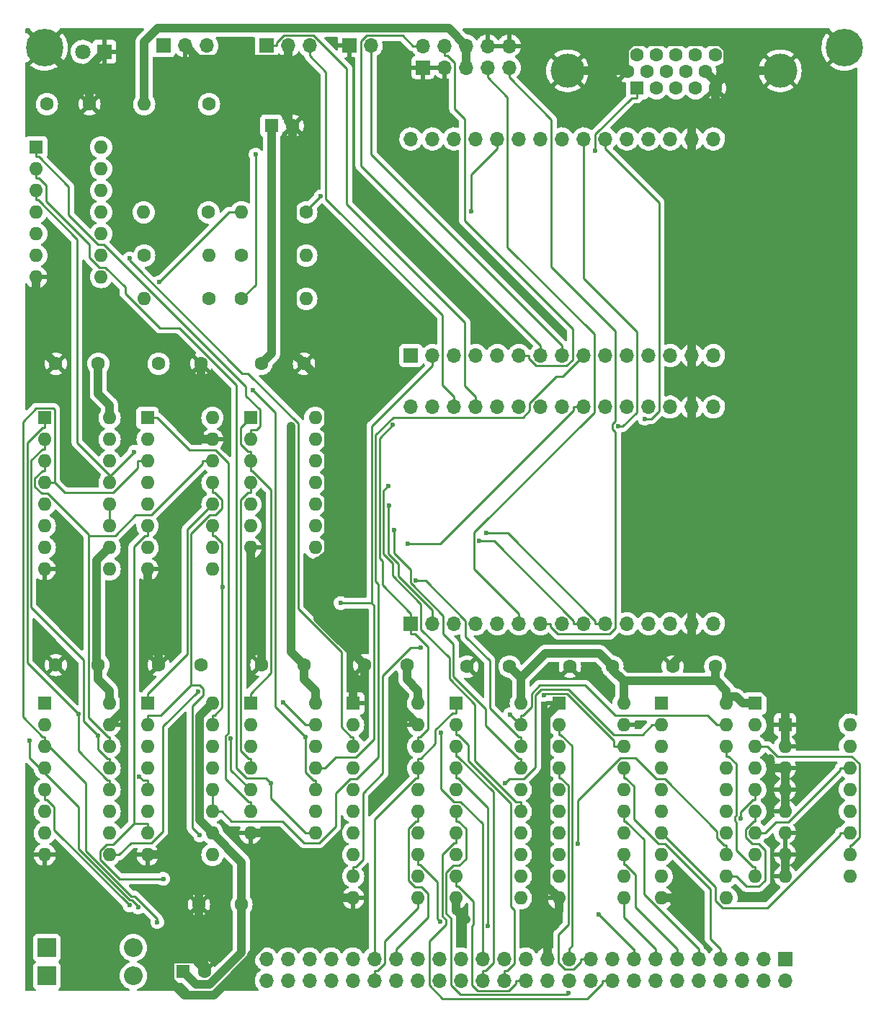
<source format=gbr>
%TF.GenerationSoftware,KiCad,Pcbnew,(6.0.11)*%
%TF.CreationDate,2023-06-18T19:58:40-05:00*%
%TF.ProjectId,Z80ESP,5a383045-5350-42e6-9b69-6361645f7063,V0.4*%
%TF.SameCoordinates,Original*%
%TF.FileFunction,Copper,L1,Top*%
%TF.FilePolarity,Positive*%
%FSLAX46Y46*%
G04 Gerber Fmt 4.6, Leading zero omitted, Abs format (unit mm)*
G04 Created by KiCad (PCBNEW (6.0.11)) date 2023-06-18 19:58:40*
%MOMM*%
%LPD*%
G01*
G04 APERTURE LIST*
%TA.AperFunction,ComponentPad*%
%ADD10R,1.600000X1.600000*%
%TD*%
%TA.AperFunction,ComponentPad*%
%ADD11O,1.600000X1.600000*%
%TD*%
%TA.AperFunction,ComponentPad*%
%ADD12C,1.600000*%
%TD*%
%TA.AperFunction,ComponentPad*%
%ADD13C,4.400000*%
%TD*%
%TA.AperFunction,ComponentPad*%
%ADD14R,1.700000X1.700000*%
%TD*%
%TA.AperFunction,ComponentPad*%
%ADD15O,1.700000X1.700000*%
%TD*%
%TA.AperFunction,ComponentPad*%
%ADD16R,1.800000X1.800000*%
%TD*%
%TA.AperFunction,ComponentPad*%
%ADD17C,1.800000*%
%TD*%
%TA.AperFunction,ComponentPad*%
%ADD18C,4.000000*%
%TD*%
%TA.AperFunction,ComponentPad*%
%ADD19R,2.200000X2.200000*%
%TD*%
%TA.AperFunction,ComponentPad*%
%ADD20O,2.200000X2.200000*%
%TD*%
%TA.AperFunction,ViaPad*%
%ADD21C,0.600000*%
%TD*%
%TA.AperFunction,Conductor*%
%ADD22C,0.250000*%
%TD*%
%TA.AperFunction,Conductor*%
%ADD23C,1.000000*%
%TD*%
G04 APERTURE END LIST*
D10*
%TO.P,SW1,1*%
%TO.N,GND*%
X135000000Y-113500000D03*
D11*
%TO.P,SW1,2*%
X135000000Y-116040000D03*
%TO.P,SW1,3*%
X135000000Y-118580000D03*
%TO.P,SW1,4*%
X135000000Y-121120000D03*
%TO.P,SW1,5*%
X135000000Y-123660000D03*
%TO.P,SW1,6*%
X135000000Y-126200000D03*
%TO.P,SW1,7*%
X135000000Y-128740000D03*
%TO.P,SW1,8*%
X135000000Y-131280000D03*
%TO.P,SW1,9*%
%TO.N,unconnected-(SW1-Pad9)*%
X142620000Y-131280000D03*
%TO.P,SW1,10*%
%TO.N,Net-(RR1-Pad3)*%
X142620000Y-128740000D03*
%TO.P,SW1,11*%
%TO.N,Net-(RR1-Pad4)*%
X142620000Y-126200000D03*
%TO.P,SW1,12*%
%TO.N,Net-(RR1-Pad5)*%
X142620000Y-123660000D03*
%TO.P,SW1,13*%
%TO.N,Net-(RR1-Pad6)*%
X142620000Y-121120000D03*
%TO.P,SW1,14*%
%TO.N,Net-(RR1-Pad7)*%
X142620000Y-118580000D03*
%TO.P,SW1,15*%
%TO.N,Net-(RR1-Pad8)*%
X142620000Y-116040000D03*
%TO.P,SW1,16*%
%TO.N,Net-(RR1-Pad9)*%
X142620000Y-113500000D03*
%TD*%
D12*
%TO.P,C1,1*%
%TO.N,VCC*%
X90550000Y-106500000D03*
%TO.P,C1,2*%
%TO.N,GND*%
X85550000Y-106500000D03*
%TD*%
%TO.P,C2,1*%
%TO.N,VCC*%
X102633300Y-106680000D03*
%TO.P,C2,2*%
%TO.N,GND*%
X97633300Y-106680000D03*
%TD*%
%TO.P,C4,1*%
%TO.N,VCC*%
X126800000Y-106680000D03*
%TO.P,C4,2*%
%TO.N,GND*%
X121800000Y-106680000D03*
%TD*%
D10*
%TO.P,U2,1,OEa*%
%TO.N,GND*%
X108416700Y-111000000D03*
D11*
%TO.P,U2,2,I0a*%
%TO.N,A0*%
X108416700Y-113540000D03*
%TO.P,U2,3,O3b*%
%TO.N,/bA7*%
X108416700Y-116080000D03*
%TO.P,U2,4,I1a*%
%TO.N,A1*%
X108416700Y-118620000D03*
%TO.P,U2,5,O2b*%
%TO.N,/bA6*%
X108416700Y-121160000D03*
%TO.P,U2,6,I2a*%
%TO.N,A2*%
X108416700Y-123700000D03*
%TO.P,U2,7,O1b*%
%TO.N,/bA5*%
X108416700Y-126240000D03*
%TO.P,U2,8,I3a*%
%TO.N,A3*%
X108416700Y-128780000D03*
%TO.P,U2,9,O0b*%
%TO.N,/bA4*%
X108416700Y-131320000D03*
%TO.P,U2,10,GND*%
%TO.N,GND*%
X108416700Y-133860000D03*
%TO.P,U2,11,I0b*%
%TO.N,A4*%
X116036700Y-133860000D03*
%TO.P,U2,12,O3a*%
%TO.N,/bA3*%
X116036700Y-131320000D03*
%TO.P,U2,13,I1b*%
%TO.N,A5*%
X116036700Y-128780000D03*
%TO.P,U2,14,O2a*%
%TO.N,/bA2*%
X116036700Y-126240000D03*
%TO.P,U2,15,I2b*%
%TO.N,A6*%
X116036700Y-123700000D03*
%TO.P,U2,16,O1a*%
%TO.N,/bA1*%
X116036700Y-121160000D03*
%TO.P,U2,17,I3b*%
%TO.N,A7*%
X116036700Y-118620000D03*
%TO.P,U2,18,O0a*%
%TO.N,bA0*%
X116036700Y-116080000D03*
%TO.P,U2,19,OEb*%
%TO.N,GND*%
X116036700Y-113540000D03*
%TO.P,U2,20,VCC*%
%TO.N,VCC*%
X116036700Y-111000000D03*
%TD*%
D10*
%TO.P,U10,1,G*%
%TO.N,/b~{IORQ}*%
X120500000Y-111000000D03*
D11*
%TO.P,U10,2,P0*%
%TO.N,/b~{M1}*%
X120500000Y-113540000D03*
%TO.P,U10,3,R0*%
%TO.N,Net-(RR1-Pad2)*%
X120500000Y-116080000D03*
%TO.P,U10,4,P1*%
%TO.N,/bA1*%
X120500000Y-118620000D03*
%TO.P,U10,5,R1*%
%TO.N,Net-(RR1-Pad3)*%
X120500000Y-121160000D03*
%TO.P,U10,6,P2*%
%TO.N,/bA2*%
X120500000Y-123700000D03*
%TO.P,U10,7,R2*%
%TO.N,Net-(RR1-Pad4)*%
X120500000Y-126240000D03*
%TO.P,U10,8,P3*%
%TO.N,/bA3*%
X120500000Y-128780000D03*
%TO.P,U10,9,R3*%
%TO.N,Net-(RR1-Pad5)*%
X120500000Y-131320000D03*
%TO.P,U10,10,GND*%
%TO.N,GND*%
X120500000Y-133860000D03*
%TO.P,U10,11,P4*%
%TO.N,/bA4*%
X128120000Y-133860000D03*
%TO.P,U10,12,R4*%
%TO.N,Net-(RR1-Pad6)*%
X128120000Y-131320000D03*
%TO.P,U10,13,P5*%
%TO.N,/bA5*%
X128120000Y-128780000D03*
%TO.P,U10,14,R5*%
%TO.N,Net-(RR1-Pad7)*%
X128120000Y-126240000D03*
%TO.P,U10,15,P6*%
%TO.N,/bA6*%
X128120000Y-123700000D03*
%TO.P,U10,16,R6*%
%TO.N,Net-(RR1-Pad8)*%
X128120000Y-121160000D03*
%TO.P,U10,17,P7*%
%TO.N,/bA7*%
X128120000Y-118620000D03*
%TO.P,U10,18,R7*%
%TO.N,Net-(RR1-Pad9)*%
X128120000Y-116080000D03*
%TO.P,U10,19,P=R*%
%TO.N,~{CS_ESP}*%
X128120000Y-113540000D03*
%TO.P,U10,20,VCC*%
%TO.N,VCC*%
X128120000Y-111000000D03*
%TD*%
D10*
%TO.P,RR1,1,COM*%
%TO.N,VCC*%
X131500000Y-111000000D03*
D11*
%TO.P,RR1,2,2*%
%TO.N,Net-(RR1-Pad2)*%
X131500000Y-113540000D03*
%TO.P,RR1,3,3*%
%TO.N,Net-(RR1-Pad3)*%
X131500000Y-116080000D03*
%TO.P,RR1,4,4*%
%TO.N,Net-(RR1-Pad4)*%
X131500000Y-118620000D03*
%TO.P,RR1,5,5*%
%TO.N,Net-(RR1-Pad5)*%
X131500000Y-121160000D03*
%TO.P,RR1,6,6*%
%TO.N,Net-(RR1-Pad6)*%
X131500000Y-123700000D03*
%TO.P,RR1,7,7*%
%TO.N,Net-(RR1-Pad7)*%
X131500000Y-126240000D03*
%TO.P,RR1,8,8*%
%TO.N,Net-(RR1-Pad8)*%
X131500000Y-128780000D03*
%TO.P,RR1,9,9*%
%TO.N,Net-(RR1-Pad9)*%
X131500000Y-131320000D03*
%TD*%
D10*
%TO.P,U6,1*%
%TO.N,bA0*%
X72166700Y-111000000D03*
D11*
%TO.P,U6,2*%
%TO.N,~{ESP_RD}*%
X72166700Y-113540000D03*
%TO.P,U6,3*%
%TO.N,~{ESP0_RD}*%
X72166700Y-116080000D03*
%TO.P,U6,4*%
%TO.N,Net-(U1-Pad4)*%
X72166700Y-118620000D03*
%TO.P,U6,5*%
%TO.N,~{ESP_RD}*%
X72166700Y-121160000D03*
%TO.P,U6,6*%
%TO.N,~{ESP1_RD}*%
X72166700Y-123700000D03*
%TO.P,U6,7,GND*%
%TO.N,GND*%
X72166700Y-126240000D03*
%TO.P,U6,8*%
%TO.N,~{ESP_WR}*%
X79786700Y-126240000D03*
%TO.P,U6,9*%
%TO.N,/b~{WR}*%
X79786700Y-123700000D03*
%TO.P,U6,10*%
%TO.N,~{CS_ESP}*%
X79786700Y-121160000D03*
%TO.P,U6,11*%
%TO.N,~{ESP0_WR}*%
X79786700Y-118620000D03*
%TO.P,U6,12*%
%TO.N,~{ESP_WR}*%
X79786700Y-116080000D03*
%TO.P,U6,13*%
%TO.N,bA0*%
X79786700Y-113540000D03*
%TO.P,U6,14,VCC*%
%TO.N,VCC*%
X79786700Y-111000000D03*
%TD*%
D12*
%TO.P,C7,1*%
%TO.N,VCC*%
X78466700Y-106500000D03*
%TO.P,C7,2*%
%TO.N,GND*%
X73466700Y-106500000D03*
%TD*%
D10*
%TO.P,U3,1,A->B*%
%TO.N,~{RD}*%
X96333300Y-111000000D03*
D11*
%TO.P,U3,2,A0*%
%TO.N,D0*%
X96333300Y-113540000D03*
%TO.P,U3,3,A1*%
%TO.N,D1*%
X96333300Y-116080000D03*
%TO.P,U3,4,A2*%
%TO.N,D2*%
X96333300Y-118620000D03*
%TO.P,U3,5,A3*%
%TO.N,D3*%
X96333300Y-121160000D03*
%TO.P,U3,6,A4*%
%TO.N,D4*%
X96333300Y-123700000D03*
%TO.P,U3,7,A5*%
%TO.N,D5*%
X96333300Y-126240000D03*
%TO.P,U3,8,A6*%
%TO.N,D6*%
X96333300Y-128780000D03*
%TO.P,U3,9,A7*%
%TO.N,D7*%
X96333300Y-131320000D03*
%TO.P,U3,10,GND*%
%TO.N,GND*%
X96333300Y-133860000D03*
%TO.P,U3,11,B7*%
%TO.N,bD7*%
X103953300Y-133860000D03*
%TO.P,U3,12,B6*%
%TO.N,bD6*%
X103953300Y-131320000D03*
%TO.P,U3,13,B5*%
%TO.N,bD5*%
X103953300Y-128780000D03*
%TO.P,U3,14,B4*%
%TO.N,bD4*%
X103953300Y-126240000D03*
%TO.P,U3,15,B3*%
%TO.N,bD3*%
X103953300Y-123700000D03*
%TO.P,U3,16,B2*%
%TO.N,bD2*%
X103953300Y-121160000D03*
%TO.P,U3,17,B1*%
%TO.N,bD1*%
X103953300Y-118620000D03*
%TO.P,U3,18,B0*%
%TO.N,bD0*%
X103953300Y-116080000D03*
%TO.P,U3,19,CE*%
%TO.N,~{CS_ESP}*%
X103953300Y-113540000D03*
%TO.P,U3,20,VCC*%
%TO.N,VCC*%
X103953300Y-111000000D03*
%TD*%
D12*
%TO.P,C3,1*%
%TO.N,VCC*%
X114716700Y-106680000D03*
%TO.P,C3,2*%
%TO.N,GND*%
X109716700Y-106680000D03*
%TD*%
%TO.P,C5,1*%
%TO.N,VCC*%
X54300000Y-71120000D03*
%TO.P,C5,2*%
%TO.N,GND*%
X49300000Y-71120000D03*
%TD*%
D10*
%TO.P,U4,1,OEa*%
%TO.N,GND*%
X84250000Y-111000000D03*
D11*
%TO.P,U4,2,I0a*%
%TO.N,~{RESET}*%
X84250000Y-113540000D03*
%TO.P,U4,3,O3b*%
%TO.N,/b~{RD}*%
X84250000Y-116080000D03*
%TO.P,U4,4,I1a*%
%TO.N,unconnected-(U4-Pad4)*%
X84250000Y-118620000D03*
%TO.P,U4,5,O2b*%
%TO.N,/b~{WR}*%
X84250000Y-121160000D03*
%TO.P,U4,6,I2a*%
%TO.N,unconnected-(U4-Pad6)*%
X84250000Y-123700000D03*
%TO.P,U4,7,O1b*%
%TO.N,/b~{M1}*%
X84250000Y-126240000D03*
%TO.P,U4,8,I3a*%
%TO.N,unconnected-(U4-Pad8)*%
X84250000Y-128780000D03*
%TO.P,U4,9,O0b*%
%TO.N,/b~{IORQ}*%
X84250000Y-131320000D03*
%TO.P,U4,10,GND*%
%TO.N,GND*%
X84250000Y-133860000D03*
%TO.P,U4,11,I0b*%
%TO.N,~{IORQ}*%
X91870000Y-133860000D03*
%TO.P,U4,12,O3a*%
%TO.N,unconnected-(U4-Pad12)*%
X91870000Y-131320000D03*
%TO.P,U4,13,I1b*%
%TO.N,~{M1}*%
X91870000Y-128780000D03*
%TO.P,U4,14,O2a*%
%TO.N,unconnected-(U4-Pad14)*%
X91870000Y-126240000D03*
%TO.P,U4,15,I2b*%
%TO.N,~{WR}*%
X91870000Y-123700000D03*
%TO.P,U4,16,O1a*%
%TO.N,unconnected-(U4-Pad16)*%
X91870000Y-121160000D03*
%TO.P,U4,17,I3b*%
%TO.N,~{RD}*%
X91870000Y-118620000D03*
%TO.P,U4,18,O0a*%
%TO.N,b~{RESET}*%
X91870000Y-116080000D03*
%TO.P,U4,19,OEb*%
%TO.N,GND*%
X91870000Y-113540000D03*
%TO.P,U4,20,VCC*%
%TO.N,VCC*%
X91870000Y-111000000D03*
%TD*%
D12*
%TO.P,C6,1*%
%TO.N,VCC*%
X54300000Y-106500000D03*
%TO.P,C6,2*%
%TO.N,GND*%
X49300000Y-106500000D03*
%TD*%
D10*
%TO.P,C11,1*%
%TO.N,VCC*%
X74640000Y-43180000D03*
D12*
%TO.P,C11,2*%
%TO.N,GND*%
X77140000Y-43180000D03*
%TD*%
%TO.P,C8,1*%
%TO.N,VCC*%
X71120000Y-134620000D03*
%TO.P,C8,2*%
%TO.N,GND*%
X66120000Y-134620000D03*
%TD*%
D10*
%TO.P,C12,1*%
%TO.N,VCC*%
X64250000Y-142500000D03*
D12*
%TO.P,C12,2*%
%TO.N,GND*%
X66750000Y-142500000D03*
%TD*%
%TO.P,R2,1*%
%TO.N,Net-(D2-Pad2)*%
X67310000Y-40640000D03*
D11*
%TO.P,R2,2*%
%TO.N,VCC*%
X59690000Y-40640000D03*
%TD*%
D13*
%TO.P,H1,1,1*%
%TO.N,GND*%
X48000000Y-34000000D03*
%TD*%
%TO.P,H2,1,1*%
%TO.N,GND*%
X142000000Y-34000000D03*
%TD*%
D14*
%TO.P,P2,1,P1*%
%TO.N,A10*%
X135000000Y-141000000D03*
D15*
%TO.P,P2,2,P2*%
%TO.N,A11*%
X135000000Y-143540000D03*
%TO.P,P2,3,P3*%
%TO.N,A9*%
X132460000Y-141000000D03*
%TO.P,P2,4,P4*%
%TO.N,A12*%
X132460000Y-143540000D03*
%TO.P,P2,5,P5*%
%TO.N,A8*%
X129920000Y-141000000D03*
%TO.P,P2,6,P6*%
%TO.N,A13*%
X129920000Y-143540000D03*
%TO.P,P2,7,P7*%
%TO.N,A7*%
X127380000Y-141000000D03*
%TO.P,P2,8,P8*%
%TO.N,A14*%
X127380000Y-143540000D03*
%TO.P,P2,9,P9*%
%TO.N,A6*%
X124840000Y-141000000D03*
%TO.P,P2,10,P10*%
%TO.N,A15*%
X124840000Y-143540000D03*
%TO.P,P2,11,P11*%
%TO.N,A5*%
X122300000Y-141000000D03*
%TO.P,P2,12,P12*%
%TO.N,CLK*%
X122300000Y-143540000D03*
%TO.P,P2,13,P13*%
%TO.N,A4*%
X119760000Y-141000000D03*
%TO.P,P2,14,P14*%
%TO.N,D4*%
X119760000Y-143540000D03*
%TO.P,P2,15,P15*%
%TO.N,A3*%
X117220000Y-141000000D03*
%TO.P,P2,16,P16*%
%TO.N,D3*%
X117220000Y-143540000D03*
%TO.P,P2,17,P17*%
%TO.N,A2*%
X114680000Y-141000000D03*
%TO.P,P2,18,P18*%
%TO.N,D5*%
X114680000Y-143540000D03*
%TO.P,P2,19,P19*%
%TO.N,A1*%
X112140000Y-141000000D03*
%TO.P,P2,20,P20*%
%TO.N,D6*%
X112140000Y-143540000D03*
%TO.P,P2,21,P21*%
%TO.N,A0*%
X109600000Y-141000000D03*
%TO.P,P2,22,P22*%
%TO.N,VCC*%
X109600000Y-143540000D03*
%TO.P,P2,23,P23*%
%TO.N,GND*%
X107060000Y-141000000D03*
%TO.P,P2,24,P24*%
%TO.N,D2*%
X107060000Y-143540000D03*
%TO.P,P2,25,P25*%
%TO.N,~{RFSH}*%
X104520000Y-141000000D03*
%TO.P,P2,26,P26*%
%TO.N,D7*%
X104520000Y-143540000D03*
%TO.P,P2,27,P27*%
%TO.N,~{M1}*%
X101980000Y-141000000D03*
%TO.P,P2,28,P28*%
%TO.N,D0*%
X101980000Y-143540000D03*
%TO.P,P2,29,P29*%
%TO.N,~{RESET}*%
X99440000Y-141000000D03*
%TO.P,P2,30,P30*%
%TO.N,D1*%
X99440000Y-143540000D03*
%TO.P,P2,31,P31*%
%TO.N,~{BUSRQ}*%
X96900000Y-141000000D03*
%TO.P,P2,32,P32*%
%TO.N,~{INT}*%
X96900000Y-143540000D03*
%TO.P,P2,33,P33*%
%TO.N,~{WAIT}*%
X94360000Y-141000000D03*
%TO.P,P2,34,P34*%
%TO.N,~{NMI}*%
X94360000Y-143540000D03*
%TO.P,P2,35,P35*%
%TO.N,~{BUSACK}*%
X91820000Y-141000000D03*
%TO.P,P2,36,P36*%
%TO.N,~{HALT}*%
X91820000Y-143540000D03*
%TO.P,P2,37,P37*%
%TO.N,~{WR}*%
X89280000Y-141000000D03*
%TO.P,P2,38,P38*%
%TO.N,~{MREQ}*%
X89280000Y-143540000D03*
%TO.P,P2,39,P39*%
%TO.N,~{RD}*%
X86740000Y-141000000D03*
%TO.P,P2,40,P40*%
%TO.N,~{IORQ}*%
X86740000Y-143540000D03*
%TO.P,P2,41,P41*%
%TO.N,SPARE9*%
X84200000Y-141000000D03*
%TO.P,P2,42,P42*%
%TO.N,SPARE0*%
X84200000Y-143540000D03*
%TO.P,P2,43,P43*%
%TO.N,SPARE8*%
X81660000Y-141000000D03*
%TO.P,P2,44,P44*%
%TO.N,SPARE1*%
X81660000Y-143540000D03*
%TO.P,P2,45,P45*%
%TO.N,SPARE7*%
X79120000Y-141000000D03*
%TO.P,P2,46,P46*%
%TO.N,SPARE2*%
X79120000Y-143540000D03*
%TO.P,P2,47,P47*%
%TO.N,SPARE6*%
X76580000Y-141000000D03*
%TO.P,P2,48,P48*%
%TO.N,SPARE3*%
X76580000Y-143540000D03*
%TO.P,P2,49,P49*%
%TO.N,SPARE5*%
X74040000Y-141000000D03*
%TO.P,P2,50,P50*%
%TO.N,SPARE4*%
X74040000Y-143540000D03*
%TD*%
D16*
%TO.P,D2,1,K*%
%TO.N,GND*%
X55000000Y-34510000D03*
D17*
%TO.P,D2,2,A*%
%TO.N,Net-(D2-Pad2)*%
X52460000Y-34510000D03*
%TD*%
D12*
%TO.P,R10,1*%
%TO.N,VGA_G0*%
X67251200Y-53340000D03*
D11*
%TO.P,R10,2*%
%TO.N,Net-(J6-Pad2)*%
X59631200Y-53340000D03*
%TD*%
D10*
%TO.P,U8,1,~{PL}*%
%TO.N,~{ESP0_WR}*%
X48000000Y-111000000D03*
D11*
%TO.P,U8,2,CP*%
%TO.N,ESP0_INCLK*%
X48000000Y-113540000D03*
%TO.P,U8,3,D4*%
%TO.N,bD4*%
X48000000Y-116080000D03*
%TO.P,U8,4,D5*%
%TO.N,bD5*%
X48000000Y-118620000D03*
%TO.P,U8,5,D6*%
%TO.N,bD6*%
X48000000Y-121160000D03*
%TO.P,U8,6,D7*%
%TO.N,bD7*%
X48000000Y-123700000D03*
%TO.P,U8,7,~{Q7}*%
%TO.N,unconnected-(U8-Pad7)*%
X48000000Y-126240000D03*
%TO.P,U8,8,GND*%
%TO.N,GND*%
X48000000Y-128780000D03*
%TO.P,U8,9,Q7*%
%TO.N,ESP0_IN*%
X55620000Y-128780000D03*
%TO.P,U8,10,DS*%
%TO.N,unconnected-(U8-Pad10)*%
X55620000Y-126240000D03*
%TO.P,U8,11,D0*%
%TO.N,bD0*%
X55620000Y-123700000D03*
%TO.P,U8,12,D1*%
%TO.N,bD1*%
X55620000Y-121160000D03*
%TO.P,U8,13,D2*%
%TO.N,bD2*%
X55620000Y-118620000D03*
%TO.P,U8,14,D3*%
%TO.N,bD3*%
X55620000Y-116080000D03*
%TO.P,U8,15,~{CE}*%
%TO.N,GND*%
X55620000Y-113540000D03*
%TO.P,U8,16,VCC*%
%TO.N,VCC*%
X55620000Y-111000000D03*
%TD*%
D14*
%TO.P,U12,1,RESET*%
%TO.N,b~{RESET}*%
X91032500Y-70170000D03*
D15*
%TO.P,U12,2,GPIO36*%
%TO.N,~{ESP0_WR}*%
X93572500Y-70170000D03*
%TO.P,U12,3,GPIO39*%
%TO.N,unconnected-(U12-Pad3)*%
X96112500Y-70170000D03*
%TO.P,U12,4,GPIO34*%
%TO.N,unconnected-(U12-Pad4)*%
X98652500Y-70170000D03*
%TO.P,U12,5,GPIO35*%
%TO.N,unconnected-(U12-Pad5)*%
X101192500Y-70170000D03*
%TO.P,U12,6,GPIO32*%
%TO.N,KBDDAT*%
X103732500Y-70170000D03*
%TO.P,U12,7,GPIO33*%
%TO.N,KBDCLK*%
X106272500Y-70170000D03*
%TO.P,U12,8,GPIO25*%
%TO.N,AUDIO*%
X108812500Y-70170000D03*
%TO.P,U12,9,GPIO26*%
%TO.N,ESP0_OUTCLK*%
X111352500Y-70170000D03*
%TO.P,U12,10,GPIO27*%
%TO.N,ESP0_INCLK*%
X113892500Y-70170000D03*
%TO.P,U12,11,GPIO14*%
%TO.N,unconnected-(U12-Pad11)*%
X116432500Y-70170000D03*
%TO.P,U12,12,GPIO12*%
%TO.N,unconnected-(U12-Pad12)*%
X118972500Y-70170000D03*
%TO.P,U12,13,GPIO13*%
%TO.N,~{ESP0_RD}*%
X121512500Y-70170000D03*
%TO.P,U12,14,GND*%
%TO.N,GND*%
X124052500Y-70170000D03*
%TO.P,U12,15,VIN*%
%TO.N,Net-(D3-Pad1)*%
X126592500Y-70170000D03*
%TO.P,U12,16,3.3V*%
%TO.N,unconnected-(U12-Pad16)*%
X126592500Y-44730000D03*
%TO.P,U12,17,GND*%
%TO.N,GND*%
X124052500Y-44730000D03*
%TO.P,U12,18,GPIO15*%
%TO.N,VGA_VSYNC*%
X121512500Y-44730000D03*
%TO.P,U12,19,GPIO2*%
%TO.N,unconnected-(U12-Pad19)*%
X118972500Y-44730000D03*
%TO.P,U12,20,GPIO4*%
%TO.N,VGA_B0*%
X116432500Y-44730000D03*
%TO.P,U12,21,GPIO16*%
%TO.N,ESP0_OUT*%
X113892500Y-44730000D03*
%TO.P,U12,22,GPIO17*%
%TO.N,ESP0_IN*%
X111352500Y-44730000D03*
%TO.P,U12,23,GPIO5*%
%TO.N,VGA_B1*%
X108812500Y-44730000D03*
%TO.P,U12,24,GPIO18*%
%TO.N,VGA_G0*%
X106272500Y-44730000D03*
%TO.P,U12,25,GPIO19*%
%TO.N,VGA_G1*%
X103732500Y-44730000D03*
%TO.P,U12,26,GPIO21*%
%TO.N,VGA_R0*%
X101192500Y-44730000D03*
%TO.P,U12,27,GPIO3*%
%TO.N,RX*%
X98652500Y-44730000D03*
%TO.P,U12,28,GPIO1*%
%TO.N,TX*%
X96112500Y-44730000D03*
%TO.P,U12,29,GPIO22*%
%TO.N,VGA_R1*%
X93572500Y-44730000D03*
%TO.P,U12,30,GPIO23*%
%TO.N,VGA_HSYNC*%
X91032500Y-44730000D03*
%TD*%
D14*
%TO.P,U13,1,RESET*%
%TO.N,b~{RESET}*%
X91032500Y-101650000D03*
D15*
%TO.P,U13,2,GPIO36*%
%TO.N,~{ESP1_WR}*%
X93572500Y-101650000D03*
%TO.P,U13,3,GPIO39*%
%TO.N,unconnected-(U13-Pad3)*%
X96112500Y-101650000D03*
%TO.P,U13,4,GPIO34*%
%TO.N,unconnected-(U13-Pad4)*%
X98652500Y-101650000D03*
%TO.P,U13,5,GPIO35*%
%TO.N,unconnected-(U13-Pad5)*%
X101192500Y-101650000D03*
%TO.P,U13,6,GPIO32*%
%TO.N,MSEDAT*%
X103732500Y-101650000D03*
%TO.P,U13,7,GPIO33*%
%TO.N,MSECLK*%
X106272500Y-101650000D03*
%TO.P,U13,8,GPIO25*%
%TO.N,unconnected-(U13-Pad8)*%
X108812500Y-101650000D03*
%TO.P,U13,9,GPIO26*%
%TO.N,ESP1_OUTCLK*%
X111352500Y-101650000D03*
%TO.P,U13,10,GPIO27*%
%TO.N,ESP1_INCLK*%
X113892500Y-101650000D03*
%TO.P,U13,11,GPIO14*%
%TO.N,unconnected-(U13-Pad11)*%
X116432500Y-101650000D03*
%TO.P,U13,12,GPIO12*%
%TO.N,unconnected-(U13-Pad12)*%
X118972500Y-101650000D03*
%TO.P,U13,13,GPIO13*%
%TO.N,~{ESP1_RD}*%
X121512500Y-101650000D03*
%TO.P,U13,14,GND*%
%TO.N,GND*%
X124052500Y-101650000D03*
%TO.P,U13,15,VIN*%
%TO.N,Net-(D6-Pad1)*%
X126592500Y-101650000D03*
%TO.P,U13,16,3.3V*%
%TO.N,unconnected-(U13-Pad16)*%
X126592500Y-76210000D03*
%TO.P,U13,17,GND*%
%TO.N,GND*%
X124052500Y-76210000D03*
%TO.P,U13,18,GPIO15*%
%TO.N,unconnected-(U13-Pad18)*%
X121512500Y-76210000D03*
%TO.P,U13,19,GPIO2*%
%TO.N,unconnected-(U13-Pad19)*%
X118972500Y-76210000D03*
%TO.P,U13,20,GPIO4*%
%TO.N,unconnected-(U13-Pad20)*%
X116432500Y-76210000D03*
%TO.P,U13,21,GPIO16*%
%TO.N,ESP1_OUT*%
X113892500Y-76210000D03*
%TO.P,U13,22,GPIO17*%
%TO.N,ESP1_IN*%
X111352500Y-76210000D03*
%TO.P,U13,23,GPIO5*%
%TO.N,unconnected-(U13-Pad23)*%
X108812500Y-76210000D03*
%TO.P,U13,24,GPIO18*%
%TO.N,unconnected-(U13-Pad24)*%
X106272500Y-76210000D03*
%TO.P,U13,25,GPIO19*%
%TO.N,unconnected-(U13-Pad25)*%
X103732500Y-76210000D03*
%TO.P,U13,26,GPIO21*%
%TO.N,unconnected-(U13-Pad26)*%
X101192500Y-76210000D03*
%TO.P,U13,27,GPIO3*%
%TO.N,RX1*%
X98652500Y-76210000D03*
%TO.P,U13,28,GPIO1*%
%TO.N,TX1*%
X96112500Y-76210000D03*
%TO.P,U13,29,GPIO22*%
%TO.N,unconnected-(U13-Pad29)*%
X93572500Y-76210000D03*
%TO.P,U13,30,GPIO23*%
%TO.N,unconnected-(U13-Pad30)*%
X91032500Y-76210000D03*
%TD*%
D10*
%TO.P,U7,1,QB*%
%TO.N,bD1*%
X60083300Y-111000000D03*
D11*
%TO.P,U7,2,QC*%
%TO.N,bD2*%
X60083300Y-113540000D03*
%TO.P,U7,3,QD*%
%TO.N,bD3*%
X60083300Y-116080000D03*
%TO.P,U7,4,QE*%
%TO.N,bD4*%
X60083300Y-118620000D03*
%TO.P,U7,5,QF*%
%TO.N,bD5*%
X60083300Y-121160000D03*
%TO.P,U7,6,QG*%
%TO.N,bD6*%
X60083300Y-123700000D03*
%TO.P,U7,7,QH*%
%TO.N,bD7*%
X60083300Y-126240000D03*
%TO.P,U7,8,GND*%
%TO.N,GND*%
X60083300Y-128780000D03*
%TO.P,U7,9,QH'*%
%TO.N,unconnected-(U7-Pad9)*%
X67703300Y-128780000D03*
%TO.P,U7,10,~{SRCLR}*%
%TO.N,VCC*%
X67703300Y-126240000D03*
%TO.P,U7,11,SRCLK*%
%TO.N,ESP0_OUTCLK*%
X67703300Y-123700000D03*
%TO.P,U7,12,RCLK*%
X67703300Y-121160000D03*
%TO.P,U7,13,~{OE}*%
%TO.N,~{ESP0_RD}*%
X67703300Y-118620000D03*
%TO.P,U7,14,SER*%
%TO.N,ESP0_OUT*%
X67703300Y-116080000D03*
%TO.P,U7,15,QA*%
%TO.N,bD0*%
X67703300Y-113540000D03*
%TO.P,U7,16,VCC*%
%TO.N,VCC*%
X67703300Y-111000000D03*
%TD*%
D12*
%TO.P,C10,1*%
%TO.N,VCC*%
X73466700Y-71120000D03*
%TO.P,C10,2*%
%TO.N,GND*%
X78466700Y-71120000D03*
%TD*%
%TO.P,R7,1*%
%TO.N,VGA_R1*%
X71120000Y-63500000D03*
D11*
%TO.P,R7,2*%
%TO.N,Net-(J6-Pad1)*%
X78740000Y-63500000D03*
%TD*%
D12*
%TO.P,C9,1*%
%TO.N,VCC*%
X66383300Y-106500000D03*
%TO.P,C9,2*%
%TO.N,GND*%
X61383300Y-106500000D03*
%TD*%
D10*
%TO.P,U5,1*%
%TO.N,Net-(U1-Pad2)*%
X47000000Y-45715000D03*
D11*
%TO.P,U5,2*%
%TO.N,~{ESP_WR}*%
X47000000Y-48255000D03*
%TO.P,U5,3*%
%TO.N,~{ESP1_WR}*%
X47000000Y-50795000D03*
%TO.P,U5,4*%
%TO.N,/b~{RD}*%
X47000000Y-53335000D03*
%TO.P,U5,5*%
%TO.N,~{CS_ESP}*%
X47000000Y-55875000D03*
%TO.P,U5,6*%
%TO.N,~{ESP_RD}*%
X47000000Y-58415000D03*
%TO.P,U5,7,GND*%
%TO.N,GND*%
X47000000Y-60955000D03*
%TO.P,U5,8*%
%TO.N,unconnected-(U5-Pad8)*%
X54620000Y-60955000D03*
%TO.P,U5,9*%
%TO.N,unconnected-(U5-Pad9)*%
X54620000Y-58415000D03*
%TO.P,U5,10*%
%TO.N,unconnected-(U5-Pad10)*%
X54620000Y-55875000D03*
%TO.P,U5,11*%
%TO.N,unconnected-(U5-Pad11)*%
X54620000Y-53335000D03*
%TO.P,U5,12*%
%TO.N,unconnected-(U5-Pad12)*%
X54620000Y-50795000D03*
%TO.P,U5,13*%
%TO.N,unconnected-(U5-Pad13)*%
X54620000Y-48255000D03*
%TO.P,U5,14,VCC*%
%TO.N,VCC*%
X54620000Y-45715000D03*
%TD*%
D12*
%TO.P,R11,1*%
%TO.N,VGA_B1*%
X78740000Y-53340000D03*
D11*
%TO.P,R11,2*%
%TO.N,Net-(J6-Pad3)*%
X71120000Y-53340000D03*
%TD*%
D12*
%TO.P,R12,1*%
%TO.N,VGA_B0*%
X67310000Y-63500000D03*
D11*
%TO.P,R12,2*%
%TO.N,Net-(J6-Pad3)*%
X59690000Y-63500000D03*
%TD*%
D12*
%TO.P,R8,1*%
%TO.N,VGA_R0*%
X59690000Y-58420000D03*
D11*
%TO.P,R8,2*%
%TO.N,Net-(J6-Pad1)*%
X67310000Y-58420000D03*
%TD*%
D12*
%TO.P,R9,1*%
%TO.N,VGA_G1*%
X71120000Y-58420000D03*
D11*
%TO.P,R9,2*%
%TO.N,Net-(J6-Pad2)*%
X78740000Y-58420000D03*
%TD*%
D14*
%TO.P,J7,1,Pin_1*%
%TO.N,GND*%
X92445000Y-36347100D03*
D15*
%TO.P,J7,2,Pin_2*%
%TO.N,KBDCLK*%
X92445000Y-33807100D03*
%TO.P,J7,3,Pin_3*%
%TO.N,GND*%
X94985000Y-36347100D03*
%TO.P,J7,4,Pin_4*%
%TO.N,KBDDAT*%
X94985000Y-33807100D03*
%TO.P,J7,5,Pin_5*%
%TO.N,VCC*%
X97525000Y-36347100D03*
%TO.P,J7,6,Pin_6*%
X97525000Y-33807100D03*
%TO.P,J7,7,Pin_7*%
%TO.N,MSEDAT*%
X100065000Y-36347100D03*
%TO.P,J7,8,Pin_8*%
%TO.N,GND*%
X100065000Y-33807100D03*
%TO.P,J7,9,Pin_9*%
%TO.N,MSECLK*%
X102605000Y-36347100D03*
%TO.P,J7,10,Pin_10*%
%TO.N,GND*%
X102605000Y-33807100D03*
%TD*%
D12*
%TO.P,C13,1*%
%TO.N,VCC*%
X48260000Y-40640000D03*
%TO.P,C13,2*%
%TO.N,GND*%
X53260000Y-40640000D03*
%TD*%
D10*
%TO.P,U11,1,~{PL}*%
%TO.N,~{ESP1_RD}*%
X60083300Y-77485000D03*
D11*
%TO.P,U11,2,CP*%
%TO.N,ESP1_INCLK*%
X60083300Y-80025000D03*
%TO.P,U11,3,D4*%
%TO.N,bD4*%
X60083300Y-82565000D03*
%TO.P,U11,4,D5*%
%TO.N,bD5*%
X60083300Y-85105000D03*
%TO.P,U11,5,D6*%
%TO.N,bD6*%
X60083300Y-87645000D03*
%TO.P,U11,6,D7*%
%TO.N,bD7*%
X60083300Y-90185000D03*
%TO.P,U11,7,~{Q7}*%
%TO.N,unconnected-(U11-Pad7)*%
X60083300Y-92725000D03*
%TO.P,U11,8,GND*%
%TO.N,GND*%
X60083300Y-95265000D03*
%TO.P,U11,9,Q7*%
%TO.N,ESP1_IN*%
X67703300Y-95265000D03*
%TO.P,U11,10,DS*%
%TO.N,unconnected-(U11-Pad10)*%
X67703300Y-92725000D03*
%TO.P,U11,11,D0*%
%TO.N,bD0*%
X67703300Y-90185000D03*
%TO.P,U11,12,D1*%
%TO.N,bD1*%
X67703300Y-87645000D03*
%TO.P,U11,13,D2*%
%TO.N,bD2*%
X67703300Y-85105000D03*
%TO.P,U11,14,D3*%
%TO.N,bD3*%
X67703300Y-82565000D03*
%TO.P,U11,15,~{CE}*%
%TO.N,GND*%
X67703300Y-80025000D03*
%TO.P,U11,16,VCC*%
%TO.N,VCC*%
X67703300Y-77485000D03*
%TD*%
D14*
%TO.P,J3,1,Pin_1*%
%TO.N,GND*%
X83815000Y-33797100D03*
D15*
%TO.P,J3,2,Pin_2*%
%TO.N,AUDIO*%
X86355000Y-33797100D03*
%TD*%
D18*
%TO.P,J6,0*%
%TO.N,GND*%
X134435000Y-36737400D03*
X109435000Y-36737400D03*
D10*
%TO.P,J6,1*%
%TO.N,Net-(J6-Pad1)*%
X117620000Y-38787400D03*
D12*
%TO.P,J6,2*%
%TO.N,Net-(J6-Pad2)*%
X119910000Y-38787400D03*
%TO.P,J6,3*%
%TO.N,Net-(J6-Pad3)*%
X122200000Y-38787400D03*
%TO.P,J6,4*%
%TO.N,unconnected-(J6-Pad4)*%
X124490000Y-38787400D03*
%TO.P,J6,5*%
%TO.N,GND*%
X126780000Y-38787400D03*
%TO.P,J6,6*%
X116475000Y-36807400D03*
%TO.P,J6,7*%
X118765000Y-36807400D03*
%TO.P,J6,8*%
X121055000Y-36807400D03*
%TO.P,J6,9*%
%TO.N,unconnected-(J6-Pad9)*%
X123345000Y-36807400D03*
%TO.P,J6,10*%
%TO.N,GND*%
X125635000Y-36807400D03*
%TO.P,J6,11*%
%TO.N,unconnected-(J6-Pad11)*%
X117620000Y-34827400D03*
%TO.P,J6,12*%
%TO.N,unconnected-(J6-Pad12)*%
X119910000Y-34827400D03*
%TO.P,J6,13*%
%TO.N,VGA_HSYNC*%
X122200000Y-34827400D03*
%TO.P,J6,14*%
%TO.N,VGA_VSYNC*%
X124490000Y-34827400D03*
%TO.P,J6,15*%
%TO.N,unconnected-(J6-Pad15)*%
X126780000Y-34827400D03*
%TD*%
%TO.P,C14,1*%
%TO.N,VCC*%
X61383300Y-71120000D03*
%TO.P,C14,2*%
%TO.N,GND*%
X66383300Y-71120000D03*
%TD*%
D19*
%TO.P,D6,1,K*%
%TO.N,Net-(D6-Pad1)*%
X48260000Y-143000000D03*
D20*
%TO.P,D6,2,A*%
%TO.N,VCC*%
X58420000Y-143000000D03*
%TD*%
D10*
%TO.P,U1,1*%
%TO.N,bA0*%
X72166700Y-77485000D03*
D11*
%TO.P,U1,2*%
%TO.N,Net-(U1-Pad2)*%
X72166700Y-80025000D03*
%TO.P,U1,3*%
%TO.N,bA0*%
X72166700Y-82565000D03*
%TO.P,U1,4*%
%TO.N,Net-(U1-Pad4)*%
X72166700Y-85105000D03*
%TO.P,U1,5*%
%TO.N,unconnected-(U1-Pad5)*%
X72166700Y-87645000D03*
%TO.P,U1,6*%
%TO.N,unconnected-(U1-Pad6)*%
X72166700Y-90185000D03*
%TO.P,U1,7,GND*%
%TO.N,GND*%
X72166700Y-92725000D03*
%TO.P,U1,8*%
%TO.N,unconnected-(U1-Pad8)*%
X79786700Y-92725000D03*
%TO.P,U1,9*%
%TO.N,unconnected-(U1-Pad9)*%
X79786700Y-90185000D03*
%TO.P,U1,10*%
%TO.N,unconnected-(U1-Pad10)*%
X79786700Y-87645000D03*
%TO.P,U1,11*%
%TO.N,unconnected-(U1-Pad11)*%
X79786700Y-85105000D03*
%TO.P,U1,12*%
%TO.N,unconnected-(U1-Pad12)*%
X79786700Y-82565000D03*
%TO.P,U1,13*%
%TO.N,unconnected-(U1-Pad13)*%
X79786700Y-80025000D03*
%TO.P,U1,14,VCC*%
%TO.N,VCC*%
X79786700Y-77485000D03*
%TD*%
D14*
%TO.P,J5,1,Pin_1*%
%TO.N,RX*%
X61960000Y-33797100D03*
D15*
%TO.P,J5,2,Pin_2*%
%TO.N,GND*%
X64500000Y-33797100D03*
%TO.P,J5,3,Pin_3*%
%TO.N,TX*%
X67040000Y-33797100D03*
%TD*%
D14*
%TO.P,J4,1,Pin_1*%
%TO.N,RX1*%
X74055000Y-33797100D03*
D15*
%TO.P,J4,2,Pin_2*%
%TO.N,GND*%
X76595000Y-33797100D03*
%TO.P,J4,3,Pin_3*%
%TO.N,TX1*%
X79135000Y-33797100D03*
%TD*%
D10*
%TO.P,U9,1,QB*%
%TO.N,bD1*%
X48000000Y-77485000D03*
D11*
%TO.P,U9,2,QC*%
%TO.N,bD2*%
X48000000Y-80025000D03*
%TO.P,U9,3,QD*%
%TO.N,bD3*%
X48000000Y-82565000D03*
%TO.P,U9,4,QE*%
%TO.N,bD4*%
X48000000Y-85105000D03*
%TO.P,U9,5,QF*%
%TO.N,bD5*%
X48000000Y-87645000D03*
%TO.P,U9,6,QG*%
%TO.N,bD6*%
X48000000Y-90185000D03*
%TO.P,U9,7,QH*%
%TO.N,bD7*%
X48000000Y-92725000D03*
%TO.P,U9,8,GND*%
%TO.N,GND*%
X48000000Y-95265000D03*
%TO.P,U9,9,QH'*%
%TO.N,unconnected-(U9-Pad9)*%
X55620000Y-95265000D03*
%TO.P,U9,10,~{SRCLR}*%
%TO.N,VCC*%
X55620000Y-92725000D03*
%TO.P,U9,11,SRCLK*%
%TO.N,ESP1_OUTCLK*%
X55620000Y-90185000D03*
%TO.P,U9,12,RCLK*%
X55620000Y-87645000D03*
%TO.P,U9,13,~{OE}*%
%TO.N,~{ESP1_WR}*%
X55620000Y-85105000D03*
%TO.P,U9,14,SER*%
%TO.N,ESP1_OUT*%
X55620000Y-82565000D03*
%TO.P,U9,15,QA*%
%TO.N,bD0*%
X55620000Y-80025000D03*
%TO.P,U9,16,VCC*%
%TO.N,VCC*%
X55620000Y-77485000D03*
%TD*%
D19*
%TO.P,D3,1,K*%
%TO.N,Net-(D3-Pad1)*%
X48260000Y-139700000D03*
D20*
%TO.P,D3,2,A*%
%TO.N,VCC*%
X58420000Y-139700000D03*
%TD*%
D21*
%TO.N,ESP1_IN*%
X90693900Y-92275500D03*
%TO.N,ESP1_INCLK*%
X99872100Y-91016500D03*
%TO.N,ESP1_OUTCLK*%
X99085900Y-91920400D03*
%TO.N,ESP0_IN*%
X115356800Y-78505900D03*
X65986100Y-109582100D03*
%TO.N,ESP0_OUT*%
X118523100Y-77588700D03*
%TO.N,~{ESP0_WR}*%
X82776800Y-99225900D03*
%TO.N,~{ESP_RD}*%
X69849600Y-115084000D03*
%TO.N,~{ESP1_WR}*%
X58521000Y-81489900D03*
X88457800Y-87746400D03*
%TO.N,~{ESP_WR}*%
X74568700Y-120334300D03*
%TO.N,b~{RESET}*%
X88898100Y-78336900D03*
%TO.N,/b~{IORQ}*%
X92200100Y-104484300D03*
%TO.N,/b~{M1}*%
X102107100Y-120377900D03*
%TO.N,VGA_B1*%
X80417600Y-51468800D03*
%TO.N,VGA_R0*%
X98147400Y-53235000D03*
%TO.N,VGA_R1*%
X72782000Y-46578500D03*
%TO.N,/b~{RD}*%
X57970200Y-58778900D03*
%TO.N,Net-(J6-Pad3)*%
X61458100Y-61564800D03*
%TO.N,bD0*%
X68916900Y-97360600D03*
X91609600Y-96574100D03*
%TO.N,bA0*%
X76026800Y-110905200D03*
X106653200Y-110017400D03*
%TO.N,~{CS_ESP}*%
X72445100Y-74221600D03*
X78668200Y-114940700D03*
X102669000Y-112303900D03*
%TO.N,bD1*%
X51947200Y-112270000D03*
X89034200Y-90673600D03*
%TO.N,bD2*%
X54278100Y-114797600D03*
X66217100Y-126509800D03*
%TO.N,bD3*%
X88343200Y-85490900D03*
%TO.N,bD4*%
X61227600Y-136691500D03*
%TO.N,bD5*%
X59122100Y-119595800D03*
X58968600Y-134942500D03*
X46212100Y-115337800D03*
%TO.N,bD6*%
X57966800Y-134722000D03*
%TO.N,bD7*%
X61923800Y-131617500D03*
%TO.N,Net-(J6-Pad1)*%
X112717300Y-46102500D03*
%TO.N,Net-(RR1-Pad5)*%
X129743700Y-124555900D03*
%TO.N,/bA5*%
X110642300Y-127470800D03*
%TO.N,~{RESET}*%
X94550200Y-114433700D03*
%TO.N,~{M1}*%
X94506500Y-136671500D03*
%TO.N,D2*%
X100104200Y-137158600D03*
%TO.N,A3*%
X113115800Y-135790900D03*
%TO.N,D4*%
X109585400Y-145035700D03*
%TO.N,GND*%
X133242100Y-117535300D03*
X123660800Y-135971200D03*
X80081700Y-94332400D03*
X89597800Y-110794000D03*
X64306400Y-76628100D03*
X57342800Y-108918900D03*
X97535600Y-136397500D03*
%TO.N,VCC*%
X76959700Y-78469200D03*
%TD*%
D22*
%TO.N,ESP1_IN*%
X110177400Y-76575200D02*
X110177400Y-76210000D01*
X94477100Y-92275500D02*
X110177400Y-76575200D01*
X90693900Y-92275500D02*
X94477100Y-92275500D01*
X111352500Y-76210000D02*
X110177400Y-76210000D01*
%TO.N,ESP1_INCLK*%
X113892500Y-101650000D02*
X112717400Y-101650000D01*
X112717400Y-101284800D02*
X112717400Y-101650000D01*
X102449100Y-91016500D02*
X112717400Y-101284800D01*
X99872100Y-91016500D02*
X102449100Y-91016500D01*
%TO.N,ESP1_OUTCLK*%
X55620000Y-87645000D02*
X55620000Y-90185000D01*
X110177400Y-101284800D02*
X110177400Y-101650000D01*
X100813000Y-91920400D02*
X110177400Y-101284800D01*
X99085900Y-91920400D02*
X100813000Y-91920400D01*
X111352500Y-101650000D02*
X110177400Y-101650000D01*
%TO.N,ESP0_IN*%
X115921900Y-78505900D02*
X115356800Y-78505900D01*
X117607700Y-76820100D02*
X115921900Y-78505900D01*
X117607700Y-67372100D02*
X117607700Y-76820100D01*
X111352500Y-61116900D02*
X117607700Y-67372100D01*
X111352500Y-44730000D02*
X111352500Y-61116900D01*
X58159900Y-127365200D02*
X56745100Y-128780000D01*
X60555300Y-127365200D02*
X58159900Y-127365200D01*
X61839800Y-126080700D02*
X60555300Y-127365200D01*
X61839800Y-113728400D02*
X61839800Y-126080700D01*
X65986100Y-109582100D02*
X61839800Y-113728400D01*
X55620000Y-128780000D02*
X56745100Y-128780000D01*
%TO.N,ESP0_OUT*%
X113892500Y-44730000D02*
X113892500Y-45905100D01*
X120184700Y-52197300D02*
X113892500Y-45905100D01*
X120184700Y-76694900D02*
X120184700Y-52197300D01*
X119290900Y-77588700D02*
X120184700Y-76694900D01*
X118523100Y-77588700D02*
X119290900Y-77588700D01*
%TO.N,ESP0_OUTCLK*%
X67703300Y-121160000D02*
X67703300Y-123700000D01*
X67703300Y-123700000D02*
X68828400Y-123700000D01*
X108882800Y-72639700D02*
X111352500Y-70170000D01*
X108107300Y-72639700D02*
X108882800Y-72639700D01*
X105002500Y-75744500D02*
X108107300Y-72639700D01*
X105002500Y-76605400D02*
X105002500Y-75744500D01*
X104195500Y-77412400D02*
X105002500Y-76605400D01*
X88938300Y-77412400D02*
X104195500Y-77412400D01*
X86897100Y-79453600D02*
X88938300Y-77412400D01*
X86897100Y-96700300D02*
X86897100Y-79453600D01*
X87210500Y-97013700D02*
X86897100Y-96700300D01*
X87210500Y-117299400D02*
X87210500Y-97013700D01*
X84619900Y-119890000D02*
X87210500Y-117299400D01*
X83864500Y-119890000D02*
X84619900Y-119890000D01*
X82163200Y-121591300D02*
X83864500Y-119890000D01*
X82163200Y-125487700D02*
X82163200Y-121591300D01*
X80284100Y-127366800D02*
X82163200Y-125487700D01*
X78450200Y-127366800D02*
X80284100Y-127366800D01*
X75908500Y-124825100D02*
X78450200Y-127366800D01*
X69953500Y-124825100D02*
X75908500Y-124825100D01*
X68828400Y-123700000D02*
X69953500Y-124825100D01*
%TO.N,~{ESP0_WR}*%
X93572500Y-70170000D02*
X93572500Y-71345100D01*
X79786700Y-118620000D02*
X80911800Y-118620000D01*
X82776800Y-99225900D02*
X86446900Y-99225900D01*
X86446900Y-78470700D02*
X86446900Y-99225900D01*
X93572500Y-71345100D02*
X86446900Y-78470700D01*
X82181800Y-117350000D02*
X80911800Y-118620000D01*
X84603300Y-117350000D02*
X82181800Y-117350000D01*
X86727000Y-115226300D02*
X84603300Y-117350000D01*
X86727000Y-99506000D02*
X86727000Y-115226300D01*
X86446900Y-99225900D02*
X86727000Y-99506000D01*
%TO.N,~{ESP1_RD}*%
X60083300Y-77485000D02*
X61208400Y-77485000D01*
X72166700Y-123700000D02*
X72166700Y-122574900D01*
X65018400Y-81295000D02*
X61208400Y-77485000D01*
X68026500Y-81295000D02*
X65018400Y-81295000D01*
X69542000Y-82810500D02*
X68026500Y-81295000D01*
X69542000Y-114507600D02*
X69542000Y-82810500D01*
X69224500Y-114825100D02*
X69542000Y-114507600D01*
X69224500Y-119865900D02*
X69224500Y-114825100D01*
X71933500Y-122574900D02*
X69224500Y-119865900D01*
X72166700Y-122574900D02*
X71933500Y-122574900D01*
%TO.N,~{ESP_RD}*%
X69849600Y-118842900D02*
X72166700Y-121160000D01*
X69849600Y-115084000D02*
X69849600Y-118842900D01*
%TO.N,~{ESP1_WR}*%
X55620000Y-84542400D02*
X55620000Y-84390900D01*
X55620000Y-85105000D02*
X55620000Y-84542400D01*
X93572500Y-101650000D02*
X93572500Y-100474900D01*
X55620000Y-84390900D02*
X55620000Y-84222200D01*
X55788700Y-84222200D02*
X55620000Y-84222200D01*
X58521000Y-81489900D02*
X55788700Y-84222200D01*
X47192600Y-51920100D02*
X47000000Y-51920100D01*
X51800100Y-56527600D02*
X47192600Y-51920100D01*
X51800100Y-80402300D02*
X51800100Y-56527600D01*
X55620000Y-84222200D02*
X51800100Y-80402300D01*
X47000000Y-50795000D02*
X47000000Y-51920100D01*
X93572500Y-100057500D02*
X93572500Y-100474900D01*
X89598300Y-96083300D02*
X93572500Y-100057500D01*
X89598300Y-94603700D02*
X89598300Y-96083300D01*
X88409000Y-93414400D02*
X89598300Y-94603700D01*
X88409000Y-87795200D02*
X88409000Y-93414400D01*
X88457800Y-87746400D02*
X88409000Y-87795200D01*
%TO.N,~{ESP_WR}*%
X47000000Y-48255000D02*
X47000000Y-49380100D01*
X79786700Y-126240000D02*
X78661600Y-126240000D01*
X74568700Y-122147100D02*
X78661600Y-126240000D01*
X74568700Y-120334300D02*
X74568700Y-122147100D01*
X47281400Y-49380100D02*
X47000000Y-49380100D01*
X48125100Y-50223800D02*
X47281400Y-49380100D01*
X48125100Y-52023400D02*
X48125100Y-50223800D01*
X53239500Y-57137800D02*
X48125100Y-52023400D01*
X53239500Y-58647100D02*
X53239500Y-57137800D01*
X54402200Y-59809800D02*
X53239500Y-58647100D01*
X55091800Y-59809800D02*
X54402200Y-59809800D01*
X57438600Y-62156600D02*
X55091800Y-59809800D01*
X57438600Y-62850900D02*
X57438600Y-62156600D01*
X61520100Y-66932400D02*
X57438600Y-62850900D01*
X63816400Y-66932400D02*
X61520100Y-66932400D01*
X70532300Y-73648300D02*
X63816400Y-66932400D01*
X70532300Y-118577300D02*
X70532300Y-73648300D01*
X71700200Y-119745200D02*
X70532300Y-118577300D01*
X73979600Y-119745200D02*
X71700200Y-119745200D01*
X74568700Y-120334300D02*
X73979600Y-119745200D01*
%TO.N,b~{RESET}*%
X91032500Y-101563700D02*
X91032500Y-100474900D01*
X91032500Y-101563700D02*
X91032500Y-101650000D01*
X92103100Y-114954900D02*
X91870000Y-114954900D01*
X93019500Y-114038500D02*
X92103100Y-114954900D01*
X93019500Y-104344000D02*
X93019500Y-114038500D01*
X91500600Y-102825100D02*
X93019500Y-104344000D01*
X91032500Y-102825100D02*
X91500600Y-102825100D01*
X91032500Y-101650000D02*
X91032500Y-102825100D01*
X91870000Y-116080000D02*
X91870000Y-114954900D01*
X87347300Y-79887700D02*
X88898100Y-78336900D01*
X87347300Y-93944100D02*
X87347300Y-79887700D01*
X87678000Y-94274800D02*
X87347300Y-93944100D01*
X87678000Y-97120400D02*
X87678000Y-94274800D01*
X91032500Y-100474900D02*
X87678000Y-97120400D01*
%TO.N,/b~{IORQ}*%
X84250000Y-131320000D02*
X84250000Y-130194900D01*
X90963500Y-104484300D02*
X92200100Y-104484300D01*
X87722600Y-107725200D02*
X90963500Y-104484300D01*
X87722600Y-119232100D02*
X87722600Y-107725200D01*
X85375100Y-121579600D02*
X87722600Y-119232100D01*
X85375100Y-129351200D02*
X85375100Y-121579600D01*
X84531400Y-130194900D02*
X85375100Y-129351200D01*
X84250000Y-130194900D02*
X84531400Y-130194900D01*
%TO.N,Net-(U1-Pad2)*%
X47281300Y-46840100D02*
X47000000Y-46840100D01*
X50810000Y-50368800D02*
X47281300Y-46840100D01*
X50810000Y-53669700D02*
X50810000Y-50368800D01*
X54285300Y-57145000D02*
X50810000Y-53669700D01*
X54955000Y-57145000D02*
X54285300Y-57145000D01*
X71640300Y-73830300D02*
X54955000Y-57145000D01*
X71640300Y-74889000D02*
X71640300Y-73830300D01*
X73311500Y-76560200D02*
X71640300Y-74889000D01*
X73311500Y-78458300D02*
X73311500Y-76560200D01*
X72869900Y-78899900D02*
X73311500Y-78458300D01*
X72166700Y-78899900D02*
X72869900Y-78899900D01*
X72166700Y-80025000D02*
X72166700Y-78899900D01*
X47000000Y-45715000D02*
X47000000Y-46840100D01*
%TO.N,/b~{M1}*%
X120500000Y-113540000D02*
X119374900Y-113540000D01*
X102595000Y-119890000D02*
X102107100Y-120377900D01*
X104302500Y-119890000D02*
X102595000Y-119890000D01*
X105662100Y-118530400D02*
X104302500Y-119890000D01*
X105662100Y-110075900D02*
X105662100Y-118530400D01*
X106345700Y-109392300D02*
X105662100Y-110075900D01*
X109573900Y-109392300D02*
X106345700Y-109392300D01*
X114846800Y-114665200D02*
X109573900Y-109392300D01*
X118249700Y-114665200D02*
X114846800Y-114665200D01*
X119374900Y-113540000D02*
X118249700Y-114665200D01*
%TO.N,VGA_B1*%
X78740000Y-53146400D02*
X80417600Y-51468800D01*
X78740000Y-53340000D02*
X78740000Y-53146400D01*
%TO.N,VGA_R0*%
X98147400Y-48950200D02*
X101192500Y-45905100D01*
X98147400Y-53235000D02*
X98147400Y-48950200D01*
X101192500Y-44730000D02*
X101192500Y-45905100D01*
%TO.N,VGA_R1*%
X72782000Y-61838000D02*
X72782000Y-46578500D01*
X71120000Y-63500000D02*
X72782000Y-61838000D01*
%TO.N,/b~{RD}*%
X84250000Y-116080000D02*
X84250000Y-114954900D01*
X57970200Y-59027000D02*
X57970200Y-58778900D01*
X71188400Y-72245200D02*
X57970200Y-59027000D01*
X71902600Y-72245200D02*
X71188400Y-72245200D01*
X77784800Y-78127400D02*
X71902600Y-72245200D01*
X77784800Y-99901800D02*
X77784800Y-78127400D01*
X82835200Y-104952200D02*
X77784800Y-99901800D01*
X82835200Y-113773300D02*
X82835200Y-104952200D01*
X84016800Y-114954900D02*
X82835200Y-113773300D01*
X84250000Y-114954900D02*
X84016800Y-114954900D01*
%TO.N,Net-(J6-Pad3)*%
X69682900Y-53340000D02*
X61458100Y-61564800D01*
X71120000Y-53340000D02*
X69682900Y-53340000D01*
%TO.N,bD0*%
X67703300Y-90185000D02*
X67703300Y-91310100D01*
X67703300Y-113540000D02*
X67703300Y-112414900D01*
X103720100Y-114954900D02*
X103953300Y-114954900D01*
X100301900Y-111536700D02*
X103720100Y-114954900D01*
X100301900Y-105996900D02*
X100301900Y-111536700D01*
X97477300Y-103172300D02*
X100301900Y-105996900D01*
X97477300Y-101301200D02*
X97477300Y-103172300D01*
X92750200Y-96574100D02*
X97477300Y-101301200D01*
X91609600Y-96574100D02*
X92750200Y-96574100D01*
X103953300Y-116080000D02*
X103953300Y-114954900D01*
X68842900Y-97360600D02*
X68916900Y-97360600D01*
X68842900Y-92168400D02*
X68842900Y-97360600D01*
X67984600Y-91310100D02*
X68842900Y-92168400D01*
X67703300Y-91310100D02*
X67984600Y-91310100D01*
X67936400Y-112414900D02*
X67703300Y-112414900D01*
X68842900Y-111508400D02*
X67936400Y-112414900D01*
X68842900Y-97360600D02*
X68842900Y-111508400D01*
%TO.N,bA0*%
X79786700Y-113540000D02*
X78661600Y-113540000D01*
X76026800Y-110905200D02*
X78661600Y-113540000D01*
X71017200Y-78634500D02*
X72166700Y-77485000D01*
X71017200Y-80571700D02*
X71017200Y-78634500D01*
X71885400Y-81439900D02*
X71017200Y-80571700D01*
X72166700Y-81439900D02*
X71885400Y-81439900D01*
X72166700Y-82002400D02*
X72166700Y-81439900D01*
X72166700Y-82002400D02*
X72166700Y-82565000D01*
X74599000Y-107442600D02*
X72166700Y-109874900D01*
X74599000Y-85908300D02*
X74599000Y-107442600D01*
X72380800Y-83690100D02*
X74599000Y-85908300D01*
X72166700Y-83690100D02*
X72380800Y-83690100D01*
X72166700Y-82565000D02*
X72166700Y-83690100D01*
X72166700Y-111000000D02*
X72166700Y-109874900D01*
X114911600Y-115366800D02*
X114911600Y-116080000D01*
X109419600Y-109874800D02*
X114911600Y-115366800D01*
X106795800Y-109874800D02*
X109419600Y-109874800D01*
X106653200Y-110017400D02*
X106795800Y-109874800D01*
X116036700Y-116080000D02*
X114911600Y-116080000D01*
%TO.N,~{CS_ESP}*%
X79786700Y-121160000D02*
X79786700Y-120034900D01*
X75105400Y-111377900D02*
X78668200Y-114940700D01*
X75105400Y-76881900D02*
X75105400Y-111377900D01*
X72445100Y-74221600D02*
X75105400Y-76881900D01*
X78650000Y-114958900D02*
X78668200Y-114940700D01*
X78650000Y-119114200D02*
X78650000Y-114958900D01*
X79570700Y-120034900D02*
X78650000Y-119114200D01*
X79786700Y-120034900D02*
X79570700Y-120034900D01*
X103905100Y-113540000D02*
X103953300Y-113540000D01*
X102669000Y-112303900D02*
X103905100Y-113540000D01*
X104186400Y-112414900D02*
X103953300Y-112414900D01*
X105211900Y-111389400D02*
X104186400Y-112414900D01*
X105211900Y-109843900D02*
X105211900Y-111389400D01*
X106169100Y-108886700D02*
X105211900Y-109843900D01*
X111510000Y-108886700D02*
X106169100Y-108886700D01*
X115038200Y-112414900D02*
X111510000Y-108886700D01*
X125869800Y-112414900D02*
X115038200Y-112414900D01*
X126994900Y-113540000D02*
X125869800Y-112414900D01*
X128120000Y-113540000D02*
X126994900Y-113540000D01*
X103953300Y-113540000D02*
X103953300Y-112414900D01*
%TO.N,bD1*%
X48000000Y-77485000D02*
X48000000Y-78610100D01*
X55620000Y-121160000D02*
X55620000Y-120034900D01*
X51947200Y-116595300D02*
X51947200Y-112270000D01*
X55386800Y-120034900D02*
X51947200Y-116595300D01*
X55620000Y-120034900D02*
X55386800Y-120034900D01*
X47718700Y-78610100D02*
X48000000Y-78610100D01*
X45936100Y-80392700D02*
X47718700Y-78610100D01*
X45936100Y-106258900D02*
X45936100Y-80392700D01*
X51947200Y-112270000D02*
X45936100Y-106258900D01*
X64749200Y-90599100D02*
X67703300Y-87645000D01*
X64749200Y-105209000D02*
X64749200Y-90599100D01*
X60083300Y-109874900D02*
X64749200Y-105209000D01*
X60083300Y-111000000D02*
X60083300Y-109874900D01*
X103953300Y-118620000D02*
X103953300Y-117494900D01*
X103720100Y-117494900D02*
X103953300Y-117494900D01*
X99851700Y-113626500D02*
X103720100Y-117494900D01*
X99851700Y-111614800D02*
X99851700Y-113626500D01*
X96042100Y-107805200D02*
X99851700Y-111614800D01*
X96042100Y-104024800D02*
X96042100Y-107805200D01*
X94842500Y-102825200D02*
X96042100Y-104024800D01*
X94842500Y-100690900D02*
X94842500Y-102825200D01*
X90984500Y-96832900D02*
X94842500Y-100690900D01*
X90984500Y-95353300D02*
X90984500Y-96832900D01*
X89034200Y-93403000D02*
X90984500Y-95353300D01*
X89034200Y-90673600D02*
X89034200Y-93403000D01*
%TO.N,bD2*%
X48000000Y-80025000D02*
X48000000Y-81150100D01*
X55620000Y-118620000D02*
X55620000Y-117494900D01*
X55386800Y-117494900D02*
X55620000Y-117494900D01*
X54278100Y-116386200D02*
X55386800Y-117494900D01*
X54278100Y-114797600D02*
X54278100Y-116386200D01*
X52585400Y-113104900D02*
X54278100Y-114797600D01*
X52585400Y-105920100D02*
X52585400Y-113104900D01*
X46386400Y-99721100D02*
X52585400Y-105920100D01*
X46386400Y-82482400D02*
X46386400Y-99721100D01*
X47718700Y-81150100D02*
X46386400Y-82482400D01*
X48000000Y-81150100D02*
X47718700Y-81150100D01*
X60083300Y-113540000D02*
X60083300Y-112414900D01*
X67703300Y-85105000D02*
X67703300Y-86230100D01*
X67936400Y-86230100D02*
X67703300Y-86230100D01*
X68839900Y-87133600D02*
X67936400Y-86230100D01*
X68839900Y-88110100D02*
X68839900Y-87133600D01*
X68035000Y-88915000D02*
X68839900Y-88110100D01*
X67382000Y-88915000D02*
X68035000Y-88915000D01*
X65201700Y-91095300D02*
X67382000Y-88915000D01*
X65201700Y-108879500D02*
X65201700Y-91095300D01*
X61666300Y-112414900D02*
X65201700Y-108879500D01*
X60083300Y-112414900D02*
X61666300Y-112414900D01*
X65335700Y-125628400D02*
X66217100Y-126509800D01*
X65335700Y-111309700D02*
X65335700Y-125628400D01*
X66633200Y-110012200D02*
X65335700Y-111309700D01*
X66633200Y-109281500D02*
X66633200Y-110012200D01*
X66231200Y-108879500D02*
X66633200Y-109281500D01*
X65201700Y-108879500D02*
X66231200Y-108879500D01*
%TO.N,bD3*%
X48000000Y-82565000D02*
X48000000Y-83690100D01*
X55620000Y-116080000D02*
X55620000Y-114954900D01*
X67703300Y-82565000D02*
X66578200Y-82565000D01*
X56282000Y-91323000D02*
X53169400Y-91323000D01*
X58690000Y-88915000D02*
X56282000Y-91323000D01*
X60509500Y-88915000D02*
X58690000Y-88915000D01*
X66578200Y-82846300D02*
X60509500Y-88915000D01*
X66578200Y-82565000D02*
X66578200Y-82846300D01*
X53169400Y-112680700D02*
X53169400Y-91323000D01*
X55443600Y-114954900D02*
X53169400Y-112680700D01*
X55620000Y-114954900D02*
X55443600Y-114954900D01*
X47718700Y-83690100D02*
X48000000Y-83690100D01*
X46836600Y-84572200D02*
X47718700Y-83690100D01*
X46836600Y-85580700D02*
X46836600Y-84572200D01*
X47630900Y-86375000D02*
X46836600Y-85580700D01*
X48353300Y-86375000D02*
X47630900Y-86375000D01*
X53169400Y-91191100D02*
X48353300Y-86375000D01*
X53169400Y-91323000D02*
X53169400Y-91191100D01*
X103953300Y-123700000D02*
X103953300Y-122574900D01*
X103376100Y-122574900D02*
X103953300Y-122574900D01*
X98566100Y-117764900D02*
X103376100Y-122574900D01*
X98566100Y-111137300D02*
X98566100Y-117764900D01*
X95537400Y-108108600D02*
X98566100Y-111137300D01*
X95537400Y-105664100D02*
X95537400Y-108108600D01*
X92222000Y-102348700D02*
X95537400Y-105664100D01*
X92222000Y-99343600D02*
X92222000Y-102348700D01*
X88884600Y-96006200D02*
X92222000Y-99343600D01*
X88884600Y-94526700D02*
X88884600Y-96006200D01*
X87810000Y-93452100D02*
X88884600Y-94526700D01*
X87810000Y-86024100D02*
X87810000Y-93452100D01*
X88343200Y-85490900D02*
X87810000Y-86024100D01*
%TO.N,bD4*%
X48000000Y-85105000D02*
X48562600Y-85105000D01*
X60083300Y-82565000D02*
X58958200Y-82565000D01*
X47766800Y-114954900D02*
X48000000Y-114954900D01*
X45431400Y-112619500D02*
X47766800Y-114954900D01*
X45431400Y-77929800D02*
X45431400Y-112619500D01*
X47001400Y-76359800D02*
X45431400Y-77929800D01*
X48994700Y-76359800D02*
X47001400Y-76359800D01*
X49180500Y-76545600D02*
X48994700Y-76359800D01*
X49180500Y-85105000D02*
X49180500Y-76545600D01*
X48562600Y-85105000D02*
X49180500Y-85105000D01*
X58958200Y-83360700D02*
X58958200Y-82565000D01*
X56055700Y-86263200D02*
X58958200Y-83360700D01*
X50338700Y-86263200D02*
X56055700Y-86263200D01*
X49180500Y-85105000D02*
X50338700Y-86263200D01*
X48000000Y-116080000D02*
X48000000Y-115517400D01*
X48000000Y-115517400D02*
X48000000Y-114954900D01*
X52862000Y-120379400D02*
X48000000Y-115517400D01*
X52862000Y-128325900D02*
X52862000Y-120379400D01*
X58182900Y-133646800D02*
X52862000Y-128325900D01*
X58557000Y-133646800D02*
X58182900Y-133646800D01*
X61227600Y-136317400D02*
X58557000Y-133646800D01*
X61227600Y-136691500D02*
X61227600Y-136317400D01*
%TO.N,MSECLK*%
X102605000Y-36347100D02*
X102605000Y-37522200D01*
X106272500Y-101650000D02*
X107447600Y-101650000D01*
X107447600Y-102015300D02*
X107447600Y-101650000D01*
X108317100Y-102884800D02*
X107447600Y-102015300D01*
X114384900Y-102884800D02*
X108317100Y-102884800D01*
X115067700Y-102202000D02*
X114384900Y-102884800D01*
X115067700Y-79100800D02*
X115067700Y-102202000D01*
X114731700Y-78764800D02*
X115067700Y-79100800D01*
X114731700Y-78247000D02*
X114731700Y-78764800D01*
X115067700Y-77911000D02*
X114731700Y-78247000D01*
X115067700Y-67283600D02*
X115067700Y-77911000D01*
X107542500Y-59758400D02*
X115067700Y-67283600D01*
X107542500Y-42459700D02*
X107542500Y-59758400D01*
X102605000Y-37522200D02*
X107542500Y-42459700D01*
%TO.N,MSEDAT*%
X100065000Y-36347100D02*
X100065000Y-37522200D01*
X103732500Y-101650000D02*
X103732500Y-100474900D01*
X98460800Y-95203200D02*
X103732500Y-100474900D01*
X98460800Y-90935000D02*
X98460800Y-95203200D01*
X112569800Y-76826000D02*
X98460800Y-90935000D01*
X112569800Y-67666900D02*
X112569800Y-76826000D01*
X102378300Y-57475400D02*
X112569800Y-67666900D01*
X102378300Y-39835500D02*
X102378300Y-57475400D01*
X100065000Y-37522200D02*
X102378300Y-39835500D01*
%TO.N,KBDDAT*%
X94985000Y-33807100D02*
X94985000Y-34982200D01*
X103732500Y-70170000D02*
X104907600Y-70170000D01*
X95352300Y-34982200D02*
X94985000Y-34982200D01*
X96160100Y-35790000D02*
X95352300Y-34982200D01*
X96160100Y-41212600D02*
X96160100Y-35790000D01*
X97321600Y-42374100D02*
X96160100Y-41212600D01*
X97321600Y-54299100D02*
X97321600Y-42374100D01*
X110024800Y-67002300D02*
X97321600Y-54299100D01*
X110024800Y-70637400D02*
X110024800Y-67002300D01*
X109282400Y-71379800D02*
X110024800Y-70637400D01*
X105752100Y-71379800D02*
X109282400Y-71379800D01*
X104907600Y-70535300D02*
X105752100Y-71379800D01*
X104907600Y-70170000D02*
X104907600Y-70535300D01*
%TO.N,KBDCLK*%
X85151200Y-47873600D02*
X106272500Y-68994900D01*
X85151200Y-33283700D02*
X85151200Y-47873600D01*
X85849100Y-32585800D02*
X85151200Y-33283700D01*
X90048600Y-32585800D02*
X85849100Y-32585800D01*
X91269900Y-33807100D02*
X90048600Y-32585800D01*
X92445000Y-33807100D02*
X91269900Y-33807100D01*
X106272500Y-70170000D02*
X106272500Y-68994900D01*
%TO.N,bD5*%
X59561200Y-120034900D02*
X59122100Y-119595800D01*
X60083300Y-120034900D02*
X59561200Y-120034900D01*
X60083300Y-121160000D02*
X60083300Y-120034900D01*
X48000000Y-118620000D02*
X47437500Y-118620000D01*
X46212100Y-117394600D02*
X47437500Y-118620000D01*
X46212100Y-115337800D02*
X46212100Y-117394600D01*
X51961700Y-123144200D02*
X47437500Y-118620000D01*
X51961700Y-128062300D02*
X51961700Y-123144200D01*
X57996300Y-134096900D02*
X51961700Y-128062300D01*
X58225800Y-134096900D02*
X57996300Y-134096900D01*
X58968600Y-134839700D02*
X58225800Y-134096900D01*
X58968600Y-134942500D02*
X58968600Y-134839700D01*
%TO.N,bD6*%
X49125100Y-125880300D02*
X57966800Y-134722000D01*
X49125100Y-123128800D02*
X49125100Y-125880300D01*
X48281400Y-122285100D02*
X49125100Y-123128800D01*
X48000000Y-122285100D02*
X48281400Y-122285100D01*
X48000000Y-121160000D02*
X48000000Y-122285100D01*
%TO.N,bD7*%
X60083300Y-90185000D02*
X60083300Y-91310100D01*
X60083300Y-126240000D02*
X60083300Y-125114900D01*
X60083300Y-125114900D02*
X58483700Y-125114900D01*
X58483700Y-92628400D02*
X58483700Y-125114900D01*
X59802000Y-91310100D02*
X58483700Y-92628400D01*
X60083300Y-91310100D02*
X59802000Y-91310100D01*
X56790300Y-131617500D02*
X61923800Y-131617500D01*
X54494700Y-129321900D02*
X56790300Y-131617500D01*
X54494700Y-128294100D02*
X54494700Y-129321900D01*
X55235000Y-127553800D02*
X54494700Y-128294100D01*
X56044800Y-127553800D02*
X55235000Y-127553800D01*
X58483700Y-125114900D02*
X56044800Y-127553800D01*
%TO.N,Net-(U1-Pad4)*%
X71933500Y-117494900D02*
X72166700Y-117494900D01*
X71038900Y-116600300D02*
X71933500Y-117494900D01*
X71038900Y-87076600D02*
X71038900Y-116600300D01*
X71885400Y-86230100D02*
X71038900Y-87076600D01*
X72166700Y-86230100D02*
X71885400Y-86230100D01*
X72166700Y-85105000D02*
X72166700Y-86230100D01*
X72166700Y-118620000D02*
X72166700Y-117494900D01*
%TO.N,Net-(RR1-Pad4)*%
X141494900Y-126433100D02*
X141494900Y-126200000D01*
X132942800Y-134985200D02*
X141494900Y-126433100D01*
X127639000Y-134985200D02*
X132942800Y-134985200D01*
X126797800Y-134144000D02*
X127639000Y-134985200D01*
X126797800Y-132537800D02*
X126797800Y-134144000D01*
X120500000Y-126240000D02*
X126797800Y-132537800D01*
X142620000Y-126200000D02*
X141494900Y-126200000D01*
%TO.N,Net-(RR1-Pad3)*%
X131500000Y-116080000D02*
X132625100Y-116080000D01*
X142620000Y-128740000D02*
X142620000Y-127614900D01*
X132953800Y-116080000D02*
X132625100Y-116080000D01*
X134078900Y-117205100D02*
X132953800Y-116080000D01*
X142836800Y-117205100D02*
X134078900Y-117205100D01*
X143761500Y-118129800D02*
X142836800Y-117205100D01*
X143761500Y-126706500D02*
X143761500Y-118129800D01*
X142853100Y-127614900D02*
X143761500Y-126706500D01*
X142620000Y-127614900D02*
X142853100Y-127614900D01*
%TO.N,Net-(J6-Pad1)*%
X117620000Y-38787400D02*
X117620000Y-39912500D01*
X112717300Y-44199900D02*
X112717300Y-46102500D01*
X117004700Y-39912500D02*
X112717300Y-44199900D01*
X117620000Y-39912500D02*
X117004700Y-39912500D01*
%TO.N,TX1*%
X79135000Y-33797100D02*
X79135000Y-34972200D01*
X96112500Y-76210000D02*
X96112500Y-75034900D01*
X94747700Y-73670100D02*
X96112500Y-75034900D01*
X94747700Y-65466900D02*
X94747700Y-73670100D01*
X81042700Y-51761900D02*
X94747700Y-65466900D01*
X81042700Y-36879900D02*
X81042700Y-51761900D01*
X79135000Y-34972200D02*
X81042700Y-36879900D01*
%TO.N,RX1*%
X97382500Y-73764900D02*
X98652500Y-75034900D01*
X97382500Y-66279500D02*
X97382500Y-73764900D01*
X83494400Y-52391400D02*
X97382500Y-66279500D01*
X83494400Y-36479500D02*
X83494400Y-52391400D01*
X79600700Y-32585800D02*
X83494400Y-36479500D01*
X76074200Y-32585800D02*
X79600700Y-32585800D01*
X75230100Y-33429900D02*
X76074200Y-32585800D01*
X75230100Y-33797100D02*
X75230100Y-33429900D01*
X74055000Y-33797100D02*
X75230100Y-33797100D01*
X98652500Y-76210000D02*
X98652500Y-75034900D01*
%TO.N,AUDIO*%
X86355000Y-46537400D02*
X108812500Y-68994900D01*
X86355000Y-33797100D02*
X86355000Y-46537400D01*
X108812500Y-70170000D02*
X108812500Y-68994900D01*
%TO.N,~{IORQ}*%
X87915100Y-138940000D02*
X91870000Y-134985100D01*
X87915100Y-141557100D02*
X87915100Y-138940000D01*
X87107300Y-142364900D02*
X87915100Y-141557100D01*
X86740000Y-142364900D02*
X87107300Y-142364900D01*
X86740000Y-143540000D02*
X86740000Y-142364900D01*
X91870000Y-133860000D02*
X91870000Y-134985100D01*
%TO.N,~{RD}*%
X96333300Y-111000000D02*
X96333300Y-112125100D01*
X91870000Y-118620000D02*
X91870000Y-119745100D01*
X86740000Y-141000000D02*
X86740000Y-139824900D01*
X91870000Y-118620000D02*
X91870000Y-117494900D01*
X91636800Y-119745100D02*
X91870000Y-119745100D01*
X86740000Y-124641900D02*
X91636800Y-119745100D01*
X86740000Y-139824900D02*
X86740000Y-124641900D01*
X92151400Y-117494900D02*
X91870000Y-117494900D01*
X93925100Y-115721200D02*
X92151400Y-117494900D01*
X93925100Y-114117600D02*
X93925100Y-115721200D01*
X95917600Y-112125100D02*
X93925100Y-114117600D01*
X96333300Y-112125100D02*
X95917600Y-112125100D01*
%TO.N,Net-(RR1-Pad9)*%
X131500000Y-131320000D02*
X131500000Y-130194900D01*
X128120000Y-116080000D02*
X128120000Y-117205100D01*
X131218700Y-130194900D02*
X131500000Y-130194900D01*
X129245300Y-128221500D02*
X131218700Y-130194900D01*
X129245300Y-124941500D02*
X129245300Y-128221500D01*
X129118600Y-124814800D02*
X129245300Y-124941500D01*
X129118600Y-124297000D02*
X129118600Y-124814800D01*
X129245300Y-124170300D02*
X129118600Y-124297000D01*
X129245300Y-118097300D02*
X129245300Y-124170300D01*
X128353100Y-117205100D02*
X129245300Y-118097300D01*
X128120000Y-117205100D02*
X128353100Y-117205100D01*
%TO.N,Net-(RR1-Pad7)*%
X131500000Y-126240000D02*
X132625100Y-126240000D01*
X142620000Y-118580000D02*
X141494900Y-118580000D01*
X141494900Y-118813100D02*
X141494900Y-118580000D01*
X135378000Y-124930000D02*
X141494900Y-118813100D01*
X133935100Y-124930000D02*
X135378000Y-124930000D01*
X132625100Y-126240000D02*
X133935100Y-124930000D01*
%TO.N,Net-(RR1-Pad6)*%
X130422200Y-132497100D02*
X129245100Y-131320000D01*
X131940500Y-132497100D02*
X130422200Y-132497100D01*
X132653700Y-131783900D02*
X131940500Y-132497100D01*
X132653700Y-128264200D02*
X132653700Y-131783900D01*
X131899500Y-127510000D02*
X132653700Y-128264200D01*
X131173800Y-127510000D02*
X131899500Y-127510000D01*
X130372500Y-126708700D02*
X131173800Y-127510000D01*
X130372500Y-125754700D02*
X130372500Y-126708700D01*
X131302100Y-124825100D02*
X130372500Y-125754700D01*
X131500000Y-124825100D02*
X131302100Y-124825100D01*
X131500000Y-123700000D02*
X131500000Y-124825100D01*
X128120000Y-131320000D02*
X129245100Y-131320000D01*
%TO.N,Net-(RR1-Pad5)*%
X129743700Y-123760100D02*
X129743700Y-124555900D01*
X131218700Y-122285100D02*
X129743700Y-123760100D01*
X131500000Y-122285100D02*
X131218700Y-122285100D01*
X131500000Y-121160000D02*
X131500000Y-122285100D01*
%TO.N,~{WR}*%
X91636800Y-124825100D02*
X91870000Y-124825100D01*
X90716600Y-125745300D02*
X91636800Y-124825100D01*
X90716600Y-131805900D02*
X90716600Y-125745300D01*
X91500700Y-132590000D02*
X90716600Y-131805900D01*
X92256800Y-132590000D02*
X91500700Y-132590000D01*
X92996400Y-133329600D02*
X92256800Y-132590000D01*
X92996400Y-136108500D02*
X92996400Y-133329600D01*
X89280000Y-139824900D02*
X92996400Y-136108500D01*
X89280000Y-141000000D02*
X89280000Y-139824900D01*
X91870000Y-123700000D02*
X91870000Y-124825100D01*
%TO.N,/bA5*%
X128120000Y-128780000D02*
X128120000Y-127654900D01*
X110642300Y-122417300D02*
X110642300Y-127470800D01*
X115630200Y-117429400D02*
X110642300Y-122417300D01*
X117385900Y-117429400D02*
X115630200Y-117429400D01*
X119846500Y-119890000D02*
X117385900Y-117429400D01*
X120877800Y-119890000D02*
X119846500Y-119890000D01*
X126994900Y-126007100D02*
X120877800Y-119890000D01*
X126994900Y-126811200D02*
X126994900Y-126007100D01*
X127838600Y-127654900D02*
X126994900Y-126811200D01*
X128120000Y-127654900D02*
X127838600Y-127654900D01*
%TO.N,D1*%
X96509700Y-117205100D02*
X96333300Y-117205100D01*
X100729400Y-121424800D02*
X96509700Y-117205100D01*
X100729400Y-141442700D02*
X100729400Y-121424800D01*
X99807200Y-142364900D02*
X100729400Y-141442700D01*
X99440000Y-142364900D02*
X99807200Y-142364900D01*
X99440000Y-143540000D02*
X99440000Y-142364900D01*
X96333300Y-116080000D02*
X96333300Y-117205100D01*
%TO.N,~{RESET}*%
X99440000Y-141000000D02*
X99440000Y-139824900D01*
X99440000Y-125151100D02*
X99440000Y-139824900D01*
X96863700Y-122574800D02*
X99440000Y-125151100D01*
X96062600Y-122574800D02*
X96863700Y-122574800D01*
X94550200Y-121062400D02*
X96062600Y-122574800D01*
X94550200Y-114433700D02*
X94550200Y-121062400D01*
%TO.N,D0*%
X96566400Y-114665100D02*
X96333300Y-114665100D01*
X97748100Y-115846800D02*
X96566400Y-114665100D01*
X97748100Y-117750100D02*
X97748100Y-115846800D01*
X102764700Y-122766700D02*
X97748100Y-117750100D01*
X102764700Y-134845600D02*
X102764700Y-122766700D01*
X103155100Y-135236000D02*
X102764700Y-134845600D01*
X103155100Y-141557100D02*
X103155100Y-135236000D01*
X102347300Y-142364900D02*
X103155100Y-141557100D01*
X101980000Y-142364900D02*
X102347300Y-142364900D01*
X101980000Y-143540000D02*
X101980000Y-142364900D01*
X96333300Y-113540000D02*
X96333300Y-114665100D01*
%TO.N,~{M1}*%
X91870000Y-128780000D02*
X91870000Y-129905100D01*
X94167600Y-136332600D02*
X94506500Y-136671500D01*
X94167600Y-131969600D02*
X94167600Y-136332600D01*
X92103100Y-129905100D02*
X94167600Y-131969600D01*
X91870000Y-129905100D02*
X92103100Y-129905100D01*
%TO.N,D7*%
X96566400Y-132445100D02*
X96333300Y-132445100D01*
X98383400Y-134262100D02*
X96566400Y-132445100D01*
X98383400Y-136980600D02*
X98383400Y-134262100D01*
X98233200Y-137130800D02*
X98383400Y-136980600D01*
X98233200Y-144097400D02*
X98233200Y-137130800D01*
X98884800Y-144749000D02*
X98233200Y-144097400D01*
X102503100Y-144749000D02*
X98884800Y-144749000D01*
X103344900Y-143907200D02*
X102503100Y-144749000D01*
X103344900Y-143540000D02*
X103344900Y-143907200D01*
X104520000Y-143540000D02*
X103344900Y-143540000D01*
X96333300Y-131320000D02*
X96333300Y-132445100D01*
%TO.N,D2*%
X96333300Y-118620000D02*
X96333300Y-119745100D01*
X100104200Y-123282900D02*
X100104200Y-137158600D01*
X96566400Y-119745100D02*
X100104200Y-123282900D01*
X96333300Y-119745100D02*
X96566400Y-119745100D01*
%TO.N,A0*%
X108416700Y-113540000D02*
X108416700Y-114665100D01*
X108649800Y-114665100D02*
X108416700Y-114665100D01*
X109993800Y-116009100D02*
X108649800Y-114665100D01*
X109993800Y-139431100D02*
X109993800Y-116009100D01*
X109600000Y-139824900D02*
X109993800Y-139431100D01*
X109600000Y-141000000D02*
X109600000Y-139824900D01*
%TO.N,A1*%
X108649800Y-119745100D02*
X108416700Y-119745100D01*
X109543700Y-120639000D02*
X108649800Y-119745100D01*
X109543700Y-136972800D02*
X109543700Y-120639000D01*
X108395100Y-138121400D02*
X109543700Y-136972800D01*
X108395100Y-141460000D02*
X108395100Y-138121400D01*
X109150400Y-142215300D02*
X108395100Y-141460000D01*
X110116800Y-142215300D02*
X109150400Y-142215300D01*
X110964900Y-141367200D02*
X110116800Y-142215300D01*
X110964900Y-141000000D02*
X110964900Y-141367200D01*
X112140000Y-141000000D02*
X110964900Y-141000000D01*
X108416700Y-118620000D02*
X108416700Y-119745100D01*
%TO.N,D5*%
X114680000Y-143540000D02*
X113504900Y-143540000D01*
X96333300Y-126240000D02*
X96333300Y-127365100D01*
X96100100Y-127365100D02*
X96333300Y-127365100D01*
X94721700Y-128743500D02*
X96100100Y-127365100D01*
X94721700Y-136002600D02*
X94721700Y-128743500D01*
X95131600Y-136412500D02*
X94721700Y-136002600D01*
X95131600Y-136930500D02*
X95131600Y-136412500D01*
X93182300Y-138879800D02*
X95131600Y-136930500D01*
X93182300Y-144076700D02*
X93182300Y-138879800D01*
X94770400Y-145664800D02*
X93182300Y-144076700D01*
X111747300Y-145664800D02*
X94770400Y-145664800D01*
X113504900Y-143907200D02*
X111747300Y-145664800D01*
X113504900Y-143540000D02*
X113504900Y-143907200D01*
%TO.N,A3*%
X117149800Y-139824900D02*
X113115800Y-135790900D01*
X117220000Y-139824900D02*
X117149800Y-139824900D01*
X117220000Y-141000000D02*
X117220000Y-139824900D01*
%TO.N,D4*%
X96333300Y-123700000D02*
X96333300Y-124825100D01*
X96566400Y-124825100D02*
X96333300Y-124825100D01*
X97490500Y-125749200D02*
X96566400Y-124825100D01*
X97490500Y-129277400D02*
X97490500Y-125749200D01*
X96717900Y-130050000D02*
X97490500Y-129277400D01*
X95977200Y-130050000D02*
X96717900Y-130050000D01*
X95171900Y-130855300D02*
X95977200Y-130050000D01*
X95171900Y-135684200D02*
X95171900Y-130855300D01*
X95724800Y-136237100D02*
X95171900Y-135684200D01*
X95724800Y-144050100D02*
X95724800Y-136237100D01*
X96873900Y-145199200D02*
X95724800Y-144050100D01*
X109421900Y-145199200D02*
X96873900Y-145199200D01*
X109585400Y-145035700D02*
X109421900Y-145199200D01*
%TO.N,A4*%
X119760000Y-141000000D02*
X119760000Y-139824900D01*
X116036700Y-136101600D02*
X116036700Y-133860000D01*
X119760000Y-139824900D02*
X116036700Y-136101600D01*
%TO.N,A5*%
X116269800Y-129905100D02*
X116036700Y-129905100D01*
X117451500Y-131086800D02*
X116269800Y-129905100D01*
X117451500Y-134976400D02*
X117451500Y-131086800D01*
X122300000Y-139824900D02*
X117451500Y-134976400D01*
X122300000Y-141000000D02*
X122300000Y-139824900D01*
X116036700Y-128780000D02*
X116036700Y-129905100D01*
%TO.N,A6*%
X116269600Y-124825100D02*
X116036700Y-124825100D01*
X118427600Y-126983100D02*
X116269600Y-124825100D01*
X118427600Y-133412500D02*
X118427600Y-126983100D01*
X124840000Y-139824900D02*
X118427600Y-133412500D01*
X124840000Y-141000000D02*
X124840000Y-139824900D01*
X116036700Y-123700000D02*
X116036700Y-124825100D01*
%TO.N,A7*%
X127380000Y-141000000D02*
X127380000Y-139824900D01*
X116036700Y-118620000D02*
X116036700Y-119745100D01*
X126204800Y-138649700D02*
X127380000Y-139824900D01*
X126204800Y-132828100D02*
X126204800Y-138649700D01*
X120886700Y-127510000D02*
X126204800Y-132828100D01*
X120128700Y-127510000D02*
X120886700Y-127510000D01*
X117215200Y-124596500D02*
X120128700Y-127510000D01*
X117215200Y-120690500D02*
X117215200Y-124596500D01*
X116269800Y-119745100D02*
X117215200Y-120690500D01*
X116036700Y-119745100D02*
X116269800Y-119745100D01*
D23*
%TO.N,GND*%
X124052500Y-101650000D02*
X124052500Y-103200100D01*
X124052500Y-76210000D02*
X124052500Y-101650000D01*
X125635000Y-36807400D02*
X126780000Y-37952400D01*
X85550000Y-108199900D02*
X85550000Y-106500000D01*
X84250000Y-109499900D02*
X85550000Y-108199900D01*
X84250000Y-111000000D02*
X84250000Y-109499900D01*
X124052500Y-76210000D02*
X124052500Y-70170000D01*
X135000000Y-131280000D02*
X135000000Y-128740000D01*
X135000000Y-123660000D02*
X135000000Y-121120000D01*
X135000000Y-116040000D02*
X135000000Y-113500000D01*
X61383300Y-98065100D02*
X61383300Y-106500000D01*
X60083300Y-96765100D02*
X61383300Y-98065100D01*
X60083300Y-95265000D02*
X60083300Y-96765100D01*
X73466700Y-95525100D02*
X72166700Y-94225100D01*
X73466700Y-106500000D02*
X73466700Y-95525100D01*
X72166700Y-92725000D02*
X72166700Y-94225100D01*
X135000000Y-121120000D02*
X135000000Y-118580000D01*
X124052500Y-104096600D02*
X124052500Y-103200100D01*
X121800000Y-106349100D02*
X124052500Y-104096600D01*
X121800000Y-106680000D02*
X121800000Y-106349100D01*
X135000000Y-111847000D02*
X135000000Y-113500000D01*
X127249600Y-104096600D02*
X135000000Y-111847000D01*
X124052500Y-104096600D02*
X127249600Y-104096600D01*
X133242100Y-118322200D02*
X133499900Y-118580000D01*
X133242100Y-117535300D02*
X133242100Y-118322200D01*
X135000000Y-118580000D02*
X133499900Y-118580000D01*
X47000000Y-68820000D02*
X47000000Y-60955000D01*
X49300000Y-71120000D02*
X47000000Y-68820000D01*
X55000000Y-34510000D02*
X51755000Y-37755000D01*
X53260000Y-39260000D02*
X51755000Y-37755000D01*
X53260000Y-40640000D02*
X53260000Y-39260000D01*
X51755000Y-37755000D02*
X48000000Y-34000000D01*
X134435000Y-36737400D02*
X128288100Y-36737400D01*
X127995000Y-36737400D02*
X126780000Y-37952400D01*
X128288100Y-36737400D02*
X127995000Y-36737400D01*
X115825200Y-36737400D02*
X116115100Y-36447500D01*
X109435000Y-36737400D02*
X115825200Y-36737400D01*
X116115100Y-34210600D02*
X116115100Y-36447500D01*
X117010600Y-33315100D02*
X116115100Y-34210600D01*
X127432600Y-33315100D02*
X117010600Y-33315100D01*
X128288100Y-34170600D02*
X127432600Y-33315100D01*
X128288100Y-36737400D02*
X128288100Y-34170600D01*
X116115100Y-36447500D02*
X116475000Y-36807400D01*
X76595000Y-33797100D02*
X76595000Y-35347200D01*
X76595000Y-42635000D02*
X77140000Y-43180000D01*
X76595000Y-35347200D02*
X76595000Y-42635000D01*
X66050100Y-35347200D02*
X76595000Y-35347200D01*
X64500000Y-33797100D02*
X66050100Y-35347200D01*
X124052500Y-44730000D02*
X124052500Y-70170000D01*
X120500000Y-133860000D02*
X122000100Y-133860000D01*
X122000100Y-134310500D02*
X122000100Y-133860000D01*
X123660800Y-135971200D02*
X122000100Y-134310500D01*
X126780000Y-37952400D02*
X126780000Y-38787400D01*
X126780000Y-40452400D02*
X124052500Y-43179900D01*
X126780000Y-38787400D02*
X126780000Y-40452400D01*
X124052500Y-44730000D02*
X124052500Y-43179900D01*
X66383300Y-74551200D02*
X64306400Y-76628100D01*
X66383300Y-71120000D02*
X66383300Y-74551200D01*
X66203200Y-78524900D02*
X66203200Y-80025000D01*
X64306400Y-76628100D02*
X66203200Y-78524900D01*
X67703300Y-80025000D02*
X66203200Y-80025000D01*
X57342800Y-111817200D02*
X55620000Y-113540000D01*
X57342800Y-108918900D02*
X57342800Y-111817200D01*
X80081700Y-101031700D02*
X80081700Y-94332400D01*
X85550000Y-106500000D02*
X80081700Y-101031700D01*
X60083300Y-128780000D02*
X61583400Y-128780000D01*
X89597900Y-110794000D02*
X89597800Y-110794000D01*
X89597900Y-111267900D02*
X89597900Y-110794000D01*
X91870000Y-113540000D02*
X89597900Y-111267900D01*
X66120000Y-133316600D02*
X61583400Y-128780000D01*
X66120000Y-134620000D02*
X66120000Y-133316600D01*
X72166700Y-126240000D02*
X73666800Y-126240000D01*
X78972500Y-131545700D02*
X73666800Y-126240000D01*
X78972500Y-133860000D02*
X78972500Y-131545700D01*
X78972500Y-133860000D02*
X84250000Y-133860000D01*
X72320200Y-140512300D02*
X78972500Y-133860000D01*
X72320200Y-140810900D02*
X72320200Y-140512300D01*
X67894300Y-145236800D02*
X72320200Y-140810900D01*
X64393600Y-145236800D02*
X67894300Y-145236800D01*
X62749800Y-143593000D02*
X64393600Y-145236800D01*
X62749800Y-141382800D02*
X62749800Y-143593000D01*
X63132800Y-140999800D02*
X62749800Y-141382800D01*
X66120000Y-140999800D02*
X63132800Y-140999800D01*
X66750000Y-141629800D02*
X66120000Y-140999800D01*
X66750000Y-142500000D02*
X66750000Y-141629800D01*
X66120000Y-140999800D02*
X66120000Y-134620000D01*
X107060000Y-136716800D02*
X107060000Y-141000000D01*
X108416700Y-135360100D02*
X107060000Y-136716800D01*
X108416700Y-133860000D02*
X108416700Y-135360100D01*
X106916500Y-132359800D02*
X108416700Y-133860000D01*
X106916500Y-112500200D02*
X106916500Y-132359800D01*
X108416700Y-111000000D02*
X106916500Y-112500200D01*
X81327900Y-73981200D02*
X78466700Y-71120000D01*
X81327900Y-93352300D02*
X81327900Y-73981200D01*
X80347800Y-94332400D02*
X81327900Y-93352300D01*
X80081700Y-94332400D02*
X80347800Y-94332400D01*
X77140000Y-69793300D02*
X77140000Y-43180000D01*
X78466700Y-71120000D02*
X77140000Y-69793300D01*
X96498200Y-135360100D02*
X96333300Y-135360100D01*
X97535600Y-136397500D02*
X96498200Y-135360100D01*
X96333300Y-133860000D02*
X96333300Y-135360100D01*
%TO.N,VCC*%
X97525000Y-33807100D02*
X97525000Y-36347100D01*
X91870000Y-111000000D02*
X91870000Y-109499900D01*
X103953300Y-111000000D02*
X103953300Y-109499900D01*
X90550000Y-108179900D02*
X90550000Y-106500000D01*
X91870000Y-109499900D02*
X90550000Y-108179900D01*
X103953300Y-109499900D02*
X103953300Y-108000000D01*
X103953300Y-108000000D02*
X102633300Y-106680000D01*
X79786700Y-111000000D02*
X79786700Y-109499900D01*
X106807800Y-105145500D02*
X103953300Y-108000000D01*
X113182200Y-105145500D02*
X106807800Y-105145500D01*
X114716700Y-106680000D02*
X113182200Y-105145500D01*
X116036700Y-111000000D02*
X116036700Y-109499900D01*
X126800000Y-108179900D02*
X126800000Y-106680000D01*
X127008400Y-108388300D02*
X126800000Y-108179900D01*
X128120000Y-109499900D02*
X127008400Y-108388300D01*
X116036700Y-108388300D02*
X116036700Y-109499900D01*
X127008400Y-108388300D02*
X116036700Y-108388300D01*
X114716700Y-107068300D02*
X114716700Y-106680000D01*
X116036700Y-108388300D02*
X114716700Y-107068300D01*
X128120000Y-111000000D02*
X128120000Y-110249900D01*
X128120000Y-110249900D02*
X128120000Y-109499900D01*
X129249800Y-110249900D02*
X129999900Y-111000000D01*
X128120000Y-110249900D02*
X129249800Y-110249900D01*
X131500000Y-111000000D02*
X129999900Y-111000000D01*
X54300000Y-74664900D02*
X55620000Y-75984900D01*
X54300000Y-71120000D02*
X54300000Y-74664900D01*
X55620000Y-77485000D02*
X55620000Y-75984900D01*
X66189600Y-112513700D02*
X67703300Y-111000000D01*
X66189600Y-124726300D02*
X66189600Y-112513700D01*
X67703300Y-126240000D02*
X66189600Y-124726300D01*
X71120000Y-140299100D02*
X71120000Y-134620000D01*
X67394100Y-144025000D02*
X71120000Y-140299100D01*
X65775000Y-144025000D02*
X67394100Y-144025000D01*
X64250000Y-142500000D02*
X65775000Y-144025000D01*
X71120000Y-129656700D02*
X67703300Y-126240000D01*
X71120000Y-134620000D02*
X71120000Y-129656700D01*
X55620000Y-111000000D02*
X55620000Y-109499900D01*
X95478500Y-31760600D02*
X97525000Y-33807100D01*
X61253400Y-31760600D02*
X95478500Y-31760600D01*
X59690000Y-33324000D02*
X61253400Y-31760600D01*
X59690000Y-40640000D02*
X59690000Y-33324000D01*
X54300000Y-108179900D02*
X54300000Y-106500000D01*
X55620000Y-109499900D02*
X54300000Y-108179900D01*
X54118200Y-94226800D02*
X55620000Y-92725000D01*
X54118200Y-106318200D02*
X54118200Y-94226800D01*
X54300000Y-106500000D02*
X54118200Y-106318200D01*
X78466700Y-108179900D02*
X78466700Y-106500000D01*
X79786700Y-109499900D02*
X78466700Y-108179900D01*
X76959700Y-104993000D02*
X76959700Y-78469200D01*
X78466700Y-106500000D02*
X76959700Y-104993000D01*
X74640000Y-69946700D02*
X74640000Y-43180000D01*
X73466700Y-71120000D02*
X74640000Y-69946700D01*
%TD*%
%TA.AperFunction,Conductor*%
%TO.N,GND*%
G36*
X64620232Y-111948038D02*
G01*
X64677068Y-111990585D01*
X64701879Y-112057105D01*
X64702200Y-112066094D01*
X64702200Y-125549633D01*
X64701673Y-125560816D01*
X64699998Y-125568309D01*
X64700247Y-125576235D01*
X64700247Y-125576236D01*
X64702138Y-125636386D01*
X64702200Y-125640345D01*
X64702200Y-125668256D01*
X64702697Y-125672190D01*
X64702697Y-125672191D01*
X64702705Y-125672256D01*
X64703638Y-125684093D01*
X64705027Y-125728289D01*
X64708615Y-125740638D01*
X64710678Y-125747739D01*
X64714687Y-125767100D01*
X64717226Y-125787197D01*
X64720145Y-125794568D01*
X64720145Y-125794570D01*
X64733504Y-125828312D01*
X64737349Y-125839542D01*
X64747471Y-125874383D01*
X64749682Y-125881993D01*
X64753715Y-125888812D01*
X64753717Y-125888817D01*
X64759993Y-125899428D01*
X64768688Y-125917176D01*
X64776148Y-125936017D01*
X64780810Y-125942433D01*
X64780810Y-125942434D01*
X64802136Y-125971787D01*
X64808652Y-125981707D01*
X64823373Y-126006598D01*
X64831158Y-126019762D01*
X64845479Y-126034083D01*
X64858319Y-126049116D01*
X64870228Y-126065507D01*
X64876333Y-126070558D01*
X64876338Y-126070563D01*
X64904304Y-126093699D01*
X64913082Y-126101687D01*
X65381850Y-126570455D01*
X65415876Y-126632767D01*
X65418154Y-126647253D01*
X65421263Y-126678960D01*
X65478518Y-126851073D01*
X65482165Y-126857095D01*
X65482166Y-126857097D01*
X65559938Y-126985514D01*
X65572480Y-127006224D01*
X65577369Y-127011287D01*
X65577370Y-127011288D01*
X65612702Y-127047875D01*
X65698482Y-127136702D01*
X65730829Y-127157869D01*
X65821012Y-127216883D01*
X65850259Y-127236022D01*
X65856863Y-127238478D01*
X65856865Y-127238479D01*
X66013658Y-127296790D01*
X66013660Y-127296790D01*
X66020268Y-127299248D01*
X66104095Y-127310433D01*
X66193080Y-127322307D01*
X66193084Y-127322307D01*
X66200061Y-127323238D01*
X66207072Y-127322600D01*
X66207076Y-127322600D01*
X66349559Y-127309632D01*
X66380700Y-127306798D01*
X66387402Y-127304620D01*
X66387404Y-127304620D01*
X66546509Y-127252924D01*
X66546512Y-127252923D01*
X66553208Y-127250747D01*
X66562002Y-127245505D01*
X66663390Y-127185066D01*
X66732145Y-127167366D01*
X66799554Y-127189648D01*
X66817002Y-127204200D01*
X66859000Y-127246198D01*
X66863508Y-127249355D01*
X66863511Y-127249357D01*
X66941689Y-127304098D01*
X67046551Y-127377523D01*
X67051533Y-127379846D01*
X67051538Y-127379849D01*
X67085757Y-127395805D01*
X67139042Y-127442722D01*
X67158503Y-127510999D01*
X67137961Y-127578959D01*
X67085757Y-127624195D01*
X67051538Y-127640151D01*
X67051533Y-127640154D01*
X67046551Y-127642477D01*
X67012720Y-127666166D01*
X66863511Y-127770643D01*
X66863508Y-127770645D01*
X66859000Y-127773802D01*
X66697102Y-127935700D01*
X66693948Y-127940205D01*
X66693943Y-127940211D01*
X66656432Y-127993782D01*
X66565777Y-128123251D01*
X66563454Y-128128233D01*
X66563451Y-128128238D01*
X66473600Y-128320926D01*
X66469016Y-128330757D01*
X66467594Y-128336065D01*
X66467593Y-128336067D01*
X66421389Y-128508503D01*
X66409757Y-128551913D01*
X66389802Y-128780000D01*
X66409757Y-129008087D01*
X66411181Y-129013400D01*
X66411181Y-129013402D01*
X66467593Y-129223931D01*
X66469016Y-129229243D01*
X66471339Y-129234224D01*
X66471339Y-129234225D01*
X66563451Y-129431762D01*
X66563452Y-129431763D01*
X66565777Y-129436749D01*
X66598326Y-129483233D01*
X66692207Y-129617309D01*
X66697102Y-129624300D01*
X66859000Y-129786198D01*
X66863508Y-129789355D01*
X66863511Y-129789357D01*
X66932151Y-129837419D01*
X67046551Y-129917523D01*
X67051533Y-129919846D01*
X67051538Y-129919849D01*
X67242727Y-130009001D01*
X67254057Y-130014284D01*
X67259365Y-130015706D01*
X67259367Y-130015707D01*
X67469898Y-130072119D01*
X67469900Y-130072119D01*
X67475213Y-130073543D01*
X67703300Y-130093498D01*
X67931387Y-130073543D01*
X67936700Y-130072119D01*
X67936702Y-130072119D01*
X68147233Y-130015707D01*
X68147235Y-130015706D01*
X68152543Y-130014284D01*
X68163873Y-130009001D01*
X68355062Y-129919849D01*
X68355067Y-129919846D01*
X68360049Y-129917523D01*
X68474449Y-129837419D01*
X68543089Y-129789357D01*
X68543092Y-129789355D01*
X68547600Y-129786198D01*
X68709498Y-129624300D01*
X68714394Y-129617309D01*
X68808274Y-129483233D01*
X68840823Y-129436749D01*
X68843148Y-129431763D01*
X68843149Y-129431762D01*
X68935261Y-129234225D01*
X68935261Y-129234224D01*
X68937584Y-129229243D01*
X68939007Y-129223933D01*
X68939008Y-129223931D01*
X68950567Y-129180789D01*
X68987518Y-129120166D01*
X69051378Y-129089144D01*
X69121873Y-129097572D01*
X69161369Y-129124304D01*
X70074595Y-130037530D01*
X70108621Y-130099842D01*
X70111500Y-130126625D01*
X70111500Y-133739260D01*
X70088713Y-133811531D01*
X69982477Y-133963251D01*
X69980154Y-133968233D01*
X69980151Y-133968238D01*
X69904023Y-134131497D01*
X69885716Y-134170757D01*
X69884294Y-134176065D01*
X69884293Y-134176067D01*
X69837232Y-134351700D01*
X69826457Y-134391913D01*
X69806502Y-134620000D01*
X69826457Y-134848087D01*
X69827881Y-134853400D01*
X69827881Y-134853402D01*
X69882506Y-135057262D01*
X69885716Y-135069243D01*
X69888039Y-135074224D01*
X69888039Y-135074225D01*
X69980151Y-135271762D01*
X69980154Y-135271767D01*
X69982477Y-135276749D01*
X70059134Y-135386226D01*
X70088713Y-135428469D01*
X70111500Y-135500740D01*
X70111500Y-139829175D01*
X70091498Y-139897296D01*
X70074595Y-139918270D01*
X68546757Y-141446109D01*
X68097737Y-141895129D01*
X68035425Y-141929154D01*
X67964610Y-141924090D01*
X67907774Y-141881543D01*
X67894446Y-141859282D01*
X67889413Y-141848488D01*
X67883931Y-141838994D01*
X67847491Y-141786952D01*
X67837012Y-141778576D01*
X67823566Y-141785644D01*
X66839095Y-142770115D01*
X66776783Y-142804141D01*
X66705968Y-142799076D01*
X66660905Y-142770115D01*
X65675713Y-141784923D01*
X65633971Y-141762129D01*
X65623971Y-141759953D01*
X65573773Y-141709747D01*
X65558549Y-141656186D01*
X65558500Y-141655281D01*
X65558500Y-141651866D01*
X65551745Y-141589684D01*
X65500615Y-141453295D01*
X65470407Y-141412988D01*
X66028576Y-141412988D01*
X66035644Y-141426434D01*
X66737188Y-142127978D01*
X66751132Y-142135592D01*
X66752965Y-142135461D01*
X66759580Y-142131210D01*
X67465077Y-141425713D01*
X67471507Y-141413938D01*
X67462211Y-141401923D01*
X67411006Y-141366069D01*
X67401511Y-141360586D01*
X67204053Y-141268510D01*
X67193761Y-141264764D01*
X66983312Y-141208375D01*
X66972519Y-141206472D01*
X66755475Y-141187483D01*
X66744525Y-141187483D01*
X66527481Y-141206472D01*
X66516688Y-141208375D01*
X66306239Y-141264764D01*
X66295947Y-141268510D01*
X66098489Y-141360586D01*
X66088994Y-141366069D01*
X66036952Y-141402509D01*
X66028576Y-141412988D01*
X65470407Y-141412988D01*
X65413261Y-141336739D01*
X65296705Y-141249385D01*
X65160316Y-141198255D01*
X65098134Y-141191500D01*
X63401866Y-141191500D01*
X63339684Y-141198255D01*
X63203295Y-141249385D01*
X63086739Y-141336739D01*
X62999385Y-141453295D01*
X62948255Y-141589684D01*
X62941500Y-141651866D01*
X62941500Y-143348134D01*
X62948255Y-143410316D01*
X62999385Y-143546705D01*
X63086739Y-143663261D01*
X63203295Y-143750615D01*
X63339684Y-143801745D01*
X63401866Y-143808500D01*
X64080074Y-143808500D01*
X64148195Y-143828502D01*
X64169169Y-143845404D01*
X64570760Y-144246994D01*
X64888670Y-144564904D01*
X64922695Y-144627217D01*
X64917631Y-144698032D01*
X64875084Y-144754868D01*
X64808564Y-144779679D01*
X64799575Y-144780000D01*
X58957312Y-144780000D01*
X58889191Y-144759998D01*
X58842698Y-144706342D01*
X58832594Y-144636068D01*
X58862088Y-144571488D01*
X58917453Y-144534778D01*
X58918591Y-144534505D01*
X58923154Y-144532615D01*
X58923160Y-144532613D01*
X59147928Y-144439511D01*
X59147932Y-144439509D01*
X59152502Y-144437616D01*
X59368376Y-144305328D01*
X59560898Y-144140898D01*
X59725328Y-143948376D01*
X59857616Y-143732502D01*
X59909771Y-143606590D01*
X59952611Y-143503164D01*
X59952612Y-143503162D01*
X59954505Y-143498591D01*
X59999219Y-143312342D01*
X60012454Y-143257216D01*
X60012455Y-143257210D01*
X60013609Y-143252403D01*
X60033474Y-143000000D01*
X60013609Y-142747597D01*
X60005213Y-142712622D01*
X59974821Y-142586032D01*
X59954505Y-142501409D01*
X59952611Y-142496836D01*
X59859511Y-142272072D01*
X59859509Y-142272068D01*
X59857616Y-142267498D01*
X59725328Y-142051624D01*
X59560898Y-141859102D01*
X59368376Y-141694672D01*
X59152502Y-141562384D01*
X59147932Y-141560491D01*
X59147928Y-141560489D01*
X58920798Y-141466409D01*
X58865517Y-141421861D01*
X58843096Y-141354497D01*
X58860654Y-141285706D01*
X58912616Y-141237328D01*
X58920798Y-141233591D01*
X59147928Y-141139511D01*
X59147932Y-141139509D01*
X59152502Y-141137616D01*
X59368376Y-141005328D01*
X59560898Y-140840898D01*
X59725328Y-140648376D01*
X59857616Y-140432502D01*
X59868216Y-140406913D01*
X59952611Y-140203164D01*
X59952612Y-140203162D01*
X59954505Y-140198591D01*
X60005934Y-139984373D01*
X60012454Y-139957216D01*
X60012455Y-139957210D01*
X60013609Y-139952403D01*
X60033474Y-139700000D01*
X60013609Y-139447597D01*
X60008082Y-139424573D01*
X59961405Y-139230151D01*
X59954505Y-139201409D01*
X59952611Y-139196836D01*
X59859511Y-138972072D01*
X59859509Y-138972068D01*
X59857616Y-138967498D01*
X59725328Y-138751624D01*
X59560898Y-138559102D01*
X59368376Y-138394672D01*
X59152502Y-138262384D01*
X59147932Y-138260491D01*
X59147928Y-138260489D01*
X58923164Y-138167389D01*
X58923162Y-138167388D01*
X58918591Y-138165495D01*
X58833968Y-138145179D01*
X58677216Y-138107546D01*
X58677210Y-138107545D01*
X58672403Y-138106391D01*
X58420000Y-138086526D01*
X58167597Y-138106391D01*
X58162790Y-138107545D01*
X58162784Y-138107546D01*
X58006032Y-138145179D01*
X57921409Y-138165495D01*
X57916838Y-138167388D01*
X57916836Y-138167389D01*
X57692072Y-138260489D01*
X57692068Y-138260491D01*
X57687498Y-138262384D01*
X57471624Y-138394672D01*
X57279102Y-138559102D01*
X57114672Y-138751624D01*
X56982384Y-138967498D01*
X56980491Y-138972068D01*
X56980489Y-138972072D01*
X56887389Y-139196836D01*
X56885495Y-139201409D01*
X56878595Y-139230151D01*
X56831919Y-139424573D01*
X56826391Y-139447597D01*
X56806526Y-139700000D01*
X56826391Y-139952403D01*
X56827545Y-139957210D01*
X56827546Y-139957216D01*
X56834066Y-139984373D01*
X56885495Y-140198591D01*
X56887388Y-140203162D01*
X56887389Y-140203164D01*
X56971785Y-140406913D01*
X56982384Y-140432502D01*
X57114672Y-140648376D01*
X57279102Y-140840898D01*
X57471624Y-141005328D01*
X57687498Y-141137616D01*
X57692068Y-141139509D01*
X57692072Y-141139511D01*
X57919202Y-141233591D01*
X57974483Y-141278139D01*
X57996904Y-141345503D01*
X57979346Y-141414294D01*
X57927384Y-141462672D01*
X57919202Y-141466409D01*
X57692072Y-141560489D01*
X57692068Y-141560491D01*
X57687498Y-141562384D01*
X57471624Y-141694672D01*
X57279102Y-141859102D01*
X57114672Y-142051624D01*
X56982384Y-142267498D01*
X56980491Y-142272068D01*
X56980489Y-142272072D01*
X56887389Y-142496836D01*
X56885495Y-142501409D01*
X56865179Y-142586032D01*
X56834788Y-142712622D01*
X56826391Y-142747597D01*
X56806526Y-143000000D01*
X56826391Y-143252403D01*
X56827545Y-143257210D01*
X56827546Y-143257216D01*
X56840781Y-143312342D01*
X56885495Y-143498591D01*
X56887388Y-143503162D01*
X56887389Y-143503164D01*
X56930230Y-143606590D01*
X56982384Y-143732502D01*
X57114672Y-143948376D01*
X57279102Y-144140898D01*
X57471624Y-144305328D01*
X57687498Y-144437616D01*
X57692068Y-144439509D01*
X57692072Y-144439511D01*
X57916840Y-144532613D01*
X57916846Y-144532615D01*
X57921409Y-144534505D01*
X57922504Y-144534768D01*
X57980232Y-144574243D01*
X58007867Y-144639640D01*
X57995759Y-144709596D01*
X57947752Y-144761901D01*
X57882688Y-144780000D01*
X49677596Y-144780000D01*
X49609475Y-144759998D01*
X49562982Y-144706342D01*
X49552878Y-144636068D01*
X49582372Y-144571488D01*
X49607285Y-144551388D01*
X49606705Y-144550615D01*
X49716081Y-144468642D01*
X49723261Y-144463261D01*
X49810615Y-144346705D01*
X49861745Y-144210316D01*
X49868500Y-144148134D01*
X49868500Y-141851866D01*
X49861745Y-141789684D01*
X49810615Y-141653295D01*
X49723261Y-141536739D01*
X49657802Y-141487680D01*
X49608628Y-141450826D01*
X49566113Y-141393967D01*
X49561087Y-141323148D01*
X49595147Y-141260855D01*
X49608628Y-141249174D01*
X49716080Y-141168643D01*
X49716081Y-141168642D01*
X49723261Y-141163261D01*
X49810615Y-141046705D01*
X49861745Y-140910316D01*
X49868500Y-140848134D01*
X49868500Y-138551866D01*
X49861745Y-138489684D01*
X49810615Y-138353295D01*
X49723261Y-138236739D01*
X49606705Y-138149385D01*
X49470316Y-138098255D01*
X49408134Y-138091500D01*
X47111866Y-138091500D01*
X47049684Y-138098255D01*
X46913295Y-138149385D01*
X46796739Y-138236739D01*
X46709385Y-138353295D01*
X46658255Y-138489684D01*
X46651500Y-138551866D01*
X46651500Y-140848134D01*
X46658255Y-140910316D01*
X46709385Y-141046705D01*
X46796739Y-141163261D01*
X46803919Y-141168642D01*
X46803920Y-141168643D01*
X46911372Y-141249174D01*
X46953887Y-141306033D01*
X46958913Y-141376852D01*
X46924853Y-141439145D01*
X46911372Y-141450826D01*
X46862198Y-141487680D01*
X46796739Y-141536739D01*
X46709385Y-141653295D01*
X46658255Y-141789684D01*
X46651500Y-141851866D01*
X46651500Y-144148134D01*
X46658255Y-144210316D01*
X46709385Y-144346705D01*
X46796739Y-144463261D01*
X46803919Y-144468642D01*
X46913295Y-144550615D01*
X46911895Y-144552483D01*
X46953059Y-144593739D01*
X46968073Y-144663130D01*
X46943188Y-144729622D01*
X46886304Y-144772105D01*
X46842404Y-144780000D01*
X45846000Y-144780000D01*
X45777879Y-144759998D01*
X45731386Y-144706342D01*
X45720000Y-144654000D01*
X45720000Y-129046522D01*
X46717273Y-129046522D01*
X46764764Y-129223761D01*
X46768510Y-129234053D01*
X46860586Y-129431511D01*
X46866069Y-129441007D01*
X46991028Y-129619467D01*
X46998084Y-129627875D01*
X47152125Y-129781916D01*
X47160533Y-129788972D01*
X47338993Y-129913931D01*
X47348489Y-129919414D01*
X47545947Y-130011490D01*
X47556239Y-130015236D01*
X47728503Y-130061394D01*
X47742599Y-130061058D01*
X47746000Y-130053116D01*
X47746000Y-130047967D01*
X48254000Y-130047967D01*
X48257973Y-130061498D01*
X48266522Y-130062727D01*
X48443761Y-130015236D01*
X48454053Y-130011490D01*
X48651511Y-129919414D01*
X48661007Y-129913931D01*
X48839467Y-129788972D01*
X48847875Y-129781916D01*
X49001916Y-129627875D01*
X49008972Y-129619467D01*
X49133931Y-129441007D01*
X49139414Y-129431511D01*
X49231490Y-129234053D01*
X49235236Y-129223761D01*
X49281394Y-129051497D01*
X49281058Y-129037401D01*
X49273116Y-129034000D01*
X48272115Y-129034000D01*
X48256876Y-129038475D01*
X48255671Y-129039865D01*
X48254000Y-129047548D01*
X48254000Y-130047967D01*
X47746000Y-130047967D01*
X47746000Y-129052115D01*
X47741525Y-129036876D01*
X47740135Y-129035671D01*
X47732452Y-129034000D01*
X46732033Y-129034000D01*
X46718502Y-129037973D01*
X46717273Y-129046522D01*
X45720000Y-129046522D01*
X45720000Y-118102594D01*
X45740002Y-118034473D01*
X45793658Y-117987980D01*
X45863932Y-117977876D01*
X45928512Y-118007370D01*
X45935095Y-118013499D01*
X46667966Y-118746370D01*
X46701992Y-118808682D01*
X46704392Y-118824484D01*
X46705977Y-118842606D01*
X46705978Y-118842611D01*
X46706457Y-118848087D01*
X46707881Y-118853400D01*
X46707881Y-118853402D01*
X46760934Y-119051395D01*
X46765716Y-119069243D01*
X46768039Y-119074224D01*
X46768039Y-119074225D01*
X46860151Y-119271762D01*
X46860154Y-119271767D01*
X46862477Y-119276749D01*
X46911459Y-119346702D01*
X46990641Y-119459785D01*
X46993802Y-119464300D01*
X47155700Y-119626198D01*
X47160208Y-119629355D01*
X47160211Y-119629357D01*
X47238389Y-119684098D01*
X47343251Y-119757523D01*
X47348233Y-119759846D01*
X47348238Y-119759849D01*
X47382457Y-119775805D01*
X47435742Y-119822722D01*
X47455203Y-119890999D01*
X47434661Y-119958959D01*
X47382457Y-120004195D01*
X47348238Y-120020151D01*
X47348233Y-120020154D01*
X47343251Y-120022477D01*
X47272835Y-120071783D01*
X47160211Y-120150643D01*
X47160208Y-120150645D01*
X47155700Y-120153802D01*
X46993802Y-120315700D01*
X46990647Y-120320206D01*
X46990643Y-120320211D01*
X46945915Y-120384089D01*
X46862477Y-120503251D01*
X46860154Y-120508233D01*
X46860151Y-120508238D01*
X46785239Y-120668890D01*
X46765716Y-120710757D01*
X46764294Y-120716065D01*
X46764293Y-120716067D01*
X46719224Y-120884265D01*
X46706457Y-120931913D01*
X46686502Y-121160000D01*
X46706457Y-121388087D01*
X46707881Y-121393400D01*
X46707881Y-121393402D01*
X46757649Y-121579135D01*
X46765716Y-121609243D01*
X46768039Y-121614224D01*
X46768039Y-121614225D01*
X46860151Y-121811762D01*
X46860154Y-121811767D01*
X46862477Y-121816749D01*
X46916705Y-121894194D01*
X46965794Y-121964300D01*
X46993802Y-122004300D01*
X47155700Y-122166198D01*
X47160208Y-122169355D01*
X47160211Y-122169357D01*
X47317406Y-122279426D01*
X47361734Y-122334883D01*
X47370886Y-122374727D01*
X47372277Y-122396836D01*
X47372775Y-122404750D01*
X47375225Y-122412291D01*
X47375321Y-122412587D01*
X47380494Y-122435731D01*
X47380657Y-122437019D01*
X47380657Y-122437020D01*
X47381526Y-122443900D01*
X47380416Y-122444040D01*
X47378237Y-122507535D01*
X47337828Y-122565909D01*
X47330901Y-122571124D01*
X47160211Y-122690643D01*
X47160208Y-122690645D01*
X47155700Y-122693802D01*
X46993802Y-122855700D01*
X46990645Y-122860208D01*
X46990643Y-122860211D01*
X46946417Y-122923372D01*
X46862477Y-123043251D01*
X46860154Y-123048233D01*
X46860151Y-123048238D01*
X46779409Y-123221392D01*
X46765716Y-123250757D01*
X46764294Y-123256065D01*
X46764293Y-123256067D01*
X46715707Y-123437393D01*
X46706457Y-123471913D01*
X46686502Y-123700000D01*
X46706457Y-123928087D01*
X46707881Y-123933400D01*
X46707881Y-123933402D01*
X46761444Y-124133298D01*
X46765716Y-124149243D01*
X46768039Y-124154224D01*
X46768039Y-124154225D01*
X46860151Y-124351762D01*
X46860154Y-124351767D01*
X46862477Y-124356749D01*
X46892711Y-124399927D01*
X46990641Y-124539785D01*
X46993802Y-124544300D01*
X47155700Y-124706198D01*
X47160208Y-124709355D01*
X47160211Y-124709357D01*
X47192103Y-124731688D01*
X47343251Y-124837523D01*
X47348233Y-124839846D01*
X47348238Y-124839849D01*
X47382457Y-124855805D01*
X47435742Y-124902722D01*
X47455203Y-124970999D01*
X47434661Y-125038959D01*
X47382457Y-125084195D01*
X47348238Y-125100151D01*
X47348233Y-125100154D01*
X47343251Y-125102477D01*
X47338350Y-125105909D01*
X47160211Y-125230643D01*
X47160208Y-125230645D01*
X47155700Y-125233802D01*
X46993802Y-125395700D01*
X46990645Y-125400208D01*
X46990643Y-125400211D01*
X46936054Y-125478172D01*
X46862477Y-125583251D01*
X46860154Y-125588233D01*
X46860151Y-125588238D01*
X46770210Y-125781119D01*
X46765716Y-125790757D01*
X46764294Y-125796065D01*
X46764293Y-125796067D01*
X46714551Y-125981707D01*
X46706457Y-126011913D01*
X46686502Y-126240000D01*
X46706457Y-126468087D01*
X46707880Y-126473398D01*
X46707881Y-126473402D01*
X46762961Y-126678960D01*
X46765716Y-126689243D01*
X46768039Y-126694224D01*
X46768039Y-126694225D01*
X46860151Y-126891762D01*
X46860154Y-126891767D01*
X46862477Y-126896749D01*
X46910564Y-126965424D01*
X46990640Y-127079784D01*
X46993802Y-127084300D01*
X47155700Y-127246198D01*
X47160208Y-127249355D01*
X47160211Y-127249357D01*
X47238389Y-127304098D01*
X47343251Y-127377523D01*
X47348233Y-127379846D01*
X47348238Y-127379849D01*
X47383049Y-127396081D01*
X47436334Y-127442998D01*
X47455795Y-127511275D01*
X47435253Y-127579235D01*
X47383049Y-127624471D01*
X47348489Y-127640586D01*
X47338993Y-127646069D01*
X47160533Y-127771028D01*
X47152125Y-127778084D01*
X46998084Y-127932125D01*
X46991028Y-127940533D01*
X46866069Y-128118993D01*
X46860586Y-128128489D01*
X46768510Y-128325947D01*
X46764764Y-128336239D01*
X46718606Y-128508503D01*
X46718942Y-128522599D01*
X46726884Y-128526000D01*
X49267967Y-128526000D01*
X49281498Y-128522027D01*
X49282727Y-128513478D01*
X49235236Y-128336239D01*
X49231490Y-128325947D01*
X49139414Y-128128489D01*
X49133931Y-128118993D01*
X49008972Y-127940533D01*
X49001916Y-127932125D01*
X48847875Y-127778084D01*
X48839467Y-127771028D01*
X48661007Y-127646069D01*
X48651511Y-127640586D01*
X48616951Y-127624471D01*
X48563666Y-127577554D01*
X48544205Y-127509277D01*
X48564747Y-127441317D01*
X48616951Y-127396081D01*
X48651762Y-127379849D01*
X48651767Y-127379846D01*
X48656749Y-127377523D01*
X48761611Y-127304098D01*
X48839789Y-127249357D01*
X48839792Y-127249355D01*
X48844300Y-127246198D01*
X49006198Y-127084300D01*
X49009357Y-127079789D01*
X49009361Y-127079784D01*
X49095923Y-126956160D01*
X49151380Y-126911831D01*
X49221999Y-126904522D01*
X49288231Y-126939335D01*
X53212497Y-130863602D01*
X57131550Y-134782655D01*
X57165576Y-134844967D01*
X57167854Y-134859453D01*
X57170963Y-134891160D01*
X57228218Y-135063273D01*
X57231865Y-135069295D01*
X57231866Y-135069297D01*
X57300019Y-135181831D01*
X57322180Y-135218424D01*
X57327069Y-135223487D01*
X57327070Y-135223488D01*
X57384148Y-135282593D01*
X57448182Y-135348902D01*
X57514376Y-135392218D01*
X57587699Y-135440199D01*
X57599959Y-135448222D01*
X57606563Y-135450678D01*
X57606565Y-135450679D01*
X57763358Y-135508990D01*
X57763360Y-135508990D01*
X57769968Y-135511448D01*
X57835238Y-135520157D01*
X57942780Y-135534507D01*
X57942784Y-135534507D01*
X57949761Y-135535438D01*
X57956772Y-135534800D01*
X57956776Y-135534800D01*
X58117665Y-135520157D01*
X58130400Y-135518998D01*
X58137100Y-135516821D01*
X58137105Y-135516820D01*
X58261726Y-135476328D01*
X58332694Y-135474301D01*
X58391299Y-135508634D01*
X58449982Y-135569402D01*
X58601759Y-135668722D01*
X58608363Y-135671178D01*
X58608365Y-135671179D01*
X58765158Y-135729490D01*
X58765160Y-135729490D01*
X58771768Y-135731948D01*
X58855595Y-135743133D01*
X58944580Y-135755007D01*
X58944584Y-135755007D01*
X58951561Y-135755938D01*
X58958572Y-135755300D01*
X58958576Y-135755300D01*
X59101059Y-135742332D01*
X59132200Y-135739498D01*
X59138902Y-135737320D01*
X59138904Y-135737320D01*
X59298009Y-135685624D01*
X59298012Y-135685623D01*
X59304708Y-135683447D01*
X59460512Y-135590569D01*
X59461145Y-135591630D01*
X59520823Y-135568921D01*
X59590295Y-135583554D01*
X59619737Y-135605442D01*
X60402582Y-136388286D01*
X60436607Y-136450599D01*
X60436035Y-136500089D01*
X60436797Y-136500185D01*
X60435913Y-136507179D01*
X60435913Y-136507181D01*
X60434347Y-136519579D01*
X60414063Y-136680140D01*
X60431763Y-136860660D01*
X60489018Y-137032773D01*
X60492665Y-137038795D01*
X60492666Y-137038797D01*
X60570868Y-137167924D01*
X60582980Y-137187924D01*
X60587869Y-137192987D01*
X60587870Y-137192988D01*
X60630672Y-137237310D01*
X60708982Y-137318402D01*
X60860759Y-137417722D01*
X60867363Y-137420178D01*
X60867365Y-137420179D01*
X61024158Y-137478490D01*
X61024160Y-137478490D01*
X61030768Y-137480948D01*
X61114595Y-137492133D01*
X61203580Y-137504007D01*
X61203584Y-137504007D01*
X61210561Y-137504938D01*
X61217572Y-137504300D01*
X61217576Y-137504300D01*
X61360059Y-137491332D01*
X61391200Y-137488498D01*
X61397902Y-137486320D01*
X61397904Y-137486320D01*
X61557009Y-137434624D01*
X61557012Y-137434623D01*
X61563708Y-137432447D01*
X61719512Y-137339569D01*
X61850866Y-137214482D01*
X61951243Y-137063402D01*
X62000374Y-136934066D01*
X62013155Y-136900420D01*
X62013156Y-136900418D01*
X62015655Y-136893838D01*
X62016635Y-136886866D01*
X62040348Y-136718139D01*
X62040348Y-136718136D01*
X62040899Y-136714217D01*
X62041216Y-136691500D01*
X62020997Y-136511245D01*
X62018680Y-136504591D01*
X61963664Y-136346606D01*
X61963662Y-136346603D01*
X61961345Y-136339948D01*
X61934628Y-136297192D01*
X61868961Y-136192101D01*
X61868960Y-136192100D01*
X61865226Y-136186124D01*
X61860927Y-136181795D01*
X61842882Y-136150540D01*
X61829797Y-136117490D01*
X61825954Y-136106265D01*
X61820115Y-136086168D01*
X61813618Y-136063807D01*
X61803307Y-136046372D01*
X61794612Y-136028624D01*
X61787152Y-136009783D01*
X61761164Y-135974013D01*
X61754648Y-135964093D01*
X61736180Y-135932865D01*
X61736178Y-135932862D01*
X61732142Y-135926038D01*
X61717821Y-135911717D01*
X61704980Y-135896683D01*
X61693072Y-135880293D01*
X61658995Y-135852102D01*
X61650216Y-135844112D01*
X61512166Y-135706062D01*
X65398493Y-135706062D01*
X65407789Y-135718077D01*
X65458994Y-135753931D01*
X65468489Y-135759414D01*
X65665947Y-135851490D01*
X65676239Y-135855236D01*
X65886688Y-135911625D01*
X65897481Y-135913528D01*
X66114525Y-135932517D01*
X66125475Y-135932517D01*
X66342519Y-135913528D01*
X66353312Y-135911625D01*
X66563761Y-135855236D01*
X66574053Y-135851490D01*
X66771511Y-135759414D01*
X66781006Y-135753931D01*
X66833048Y-135717491D01*
X66841424Y-135707012D01*
X66834356Y-135693566D01*
X66132812Y-134992022D01*
X66118868Y-134984408D01*
X66117035Y-134984539D01*
X66110420Y-134988790D01*
X65404923Y-135694287D01*
X65398493Y-135706062D01*
X61512166Y-135706062D01*
X60431579Y-134625475D01*
X64807483Y-134625475D01*
X64826472Y-134842519D01*
X64828375Y-134853312D01*
X64884764Y-135063761D01*
X64888510Y-135074053D01*
X64980586Y-135271511D01*
X64986069Y-135281006D01*
X65022509Y-135333048D01*
X65032988Y-135341424D01*
X65046434Y-135334356D01*
X65747978Y-134632812D01*
X65754356Y-134621132D01*
X66484408Y-134621132D01*
X66484539Y-134622965D01*
X66488790Y-134629580D01*
X67194287Y-135335077D01*
X67206062Y-135341507D01*
X67218077Y-135332211D01*
X67253931Y-135281006D01*
X67259414Y-135271511D01*
X67351490Y-135074053D01*
X67355236Y-135063761D01*
X67411625Y-134853312D01*
X67413528Y-134842519D01*
X67432517Y-134625475D01*
X67432517Y-134614525D01*
X67413528Y-134397481D01*
X67411625Y-134386688D01*
X67355236Y-134176239D01*
X67351490Y-134165947D01*
X67259414Y-133968489D01*
X67253931Y-133958994D01*
X67217491Y-133906952D01*
X67207012Y-133898576D01*
X67193566Y-133905644D01*
X66492022Y-134607188D01*
X66484408Y-134621132D01*
X65754356Y-134621132D01*
X65755592Y-134618868D01*
X65755461Y-134617035D01*
X65751210Y-134610420D01*
X65045713Y-133904923D01*
X65033938Y-133898493D01*
X65021923Y-133907789D01*
X64986069Y-133958994D01*
X64980586Y-133968489D01*
X64888510Y-134165947D01*
X64884764Y-134176239D01*
X64828375Y-134386688D01*
X64826472Y-134397481D01*
X64807483Y-134614525D01*
X64807483Y-134625475D01*
X60431579Y-134625475D01*
X59339093Y-133532988D01*
X65398576Y-133532988D01*
X65405644Y-133546434D01*
X66107188Y-134247978D01*
X66121132Y-134255592D01*
X66122965Y-134255461D01*
X66129580Y-134251210D01*
X66835077Y-133545713D01*
X66841507Y-133533938D01*
X66832211Y-133521923D01*
X66781006Y-133486069D01*
X66771511Y-133480586D01*
X66574053Y-133388510D01*
X66563761Y-133384764D01*
X66353312Y-133328375D01*
X66342519Y-133326472D01*
X66125475Y-133307483D01*
X66114525Y-133307483D01*
X65897481Y-133326472D01*
X65886688Y-133328375D01*
X65676239Y-133384764D01*
X65665947Y-133388510D01*
X65468489Y-133480586D01*
X65458994Y-133486069D01*
X65406952Y-133522509D01*
X65398576Y-133532988D01*
X59339093Y-133532988D01*
X59060652Y-133254547D01*
X59053112Y-133246261D01*
X59049000Y-133239782D01*
X58999348Y-133193156D01*
X58996507Y-133190402D01*
X58976770Y-133170665D01*
X58973573Y-133168185D01*
X58964551Y-133160480D01*
X58938100Y-133135641D01*
X58932321Y-133130214D01*
X58925375Y-133126395D01*
X58925372Y-133126393D01*
X58914566Y-133120452D01*
X58898047Y-133109601D01*
X58894865Y-133107133D01*
X58882041Y-133097186D01*
X58874772Y-133094041D01*
X58874768Y-133094038D01*
X58841463Y-133079626D01*
X58830813Y-133074409D01*
X58792060Y-133053105D01*
X58779430Y-133049862D01*
X58772438Y-133048067D01*
X58753734Y-133041663D01*
X58742420Y-133036767D01*
X58742419Y-133036767D01*
X58735145Y-133033619D01*
X58727322Y-133032380D01*
X58727312Y-133032377D01*
X58691476Y-133026701D01*
X58679856Y-133024295D01*
X58644711Y-133015272D01*
X58644710Y-133015272D01*
X58637030Y-133013300D01*
X58616776Y-133013300D01*
X58597065Y-133011749D01*
X58584956Y-133009831D01*
X58577057Y-133008580D01*
X58542962Y-133011803D01*
X58533039Y-133012741D01*
X58521181Y-133013300D01*
X58497494Y-133013300D01*
X58429373Y-132993298D01*
X58408399Y-132976395D01*
X57898099Y-132466095D01*
X57864073Y-132403783D01*
X57869138Y-132332968D01*
X57911685Y-132276132D01*
X57978205Y-132251321D01*
X57987194Y-132251000D01*
X61377703Y-132251000D01*
X61446696Y-132271568D01*
X61538296Y-132331509D01*
X61556959Y-132343722D01*
X61563563Y-132346178D01*
X61563565Y-132346179D01*
X61720358Y-132404490D01*
X61720360Y-132404490D01*
X61726968Y-132406948D01*
X61806222Y-132417523D01*
X61899780Y-132430007D01*
X61899784Y-132430007D01*
X61906761Y-132430938D01*
X61913772Y-132430300D01*
X61913776Y-132430300D01*
X62056259Y-132417332D01*
X62087400Y-132414498D01*
X62094102Y-132412320D01*
X62094104Y-132412320D01*
X62253209Y-132360624D01*
X62253212Y-132360623D01*
X62259908Y-132358447D01*
X62356313Y-132300978D01*
X62409660Y-132269177D01*
X62409662Y-132269176D01*
X62415712Y-132265569D01*
X62547066Y-132140482D01*
X62647443Y-131989402D01*
X62702010Y-131845756D01*
X62709355Y-131826420D01*
X62709356Y-131826418D01*
X62711855Y-131819838D01*
X62714087Y-131803957D01*
X62736548Y-131644139D01*
X62736548Y-131644136D01*
X62737099Y-131640217D01*
X62737416Y-131617500D01*
X62717197Y-131437245D01*
X62676368Y-131320000D01*
X62659864Y-131272606D01*
X62659862Y-131272603D01*
X62657545Y-131265948D01*
X62561426Y-131112124D01*
X62551752Y-131102382D01*
X62438578Y-130988415D01*
X62438574Y-130988412D01*
X62433615Y-130983418D01*
X62422497Y-130976362D01*
X62345883Y-130927742D01*
X62280466Y-130886227D01*
X62237021Y-130870757D01*
X62116225Y-130827743D01*
X62116220Y-130827742D01*
X62109590Y-130825381D01*
X62102602Y-130824548D01*
X62102599Y-130824547D01*
X61979498Y-130809868D01*
X61929480Y-130803904D01*
X61922477Y-130804640D01*
X61922476Y-130804640D01*
X61756088Y-130822128D01*
X61756086Y-130822129D01*
X61749088Y-130822864D01*
X61577379Y-130881318D01*
X61440839Y-130965319D01*
X61374819Y-130984000D01*
X57104894Y-130984000D01*
X57036773Y-130963998D01*
X57015799Y-130947095D01*
X56205859Y-130137155D01*
X56171833Y-130074843D01*
X56176898Y-130004028D01*
X56219445Y-129947192D01*
X56241703Y-129933866D01*
X56271757Y-129919852D01*
X56271768Y-129919846D01*
X56276749Y-129917523D01*
X56391149Y-129837419D01*
X56459789Y-129789357D01*
X56459792Y-129789355D01*
X56464300Y-129786198D01*
X56626198Y-129624300D01*
X56631094Y-129617309D01*
X56738034Y-129464582D01*
X56793491Y-129420254D01*
X56829307Y-129412617D01*
X56829235Y-129412163D01*
X56837069Y-129410922D01*
X56844989Y-129410673D01*
X56864443Y-129405021D01*
X56883800Y-129401013D01*
X56896030Y-129399468D01*
X56896031Y-129399468D01*
X56903897Y-129398474D01*
X56911268Y-129395555D01*
X56911270Y-129395555D01*
X56945012Y-129382196D01*
X56956242Y-129378351D01*
X56991083Y-129368229D01*
X56991084Y-129368229D01*
X56998693Y-129366018D01*
X57005512Y-129361985D01*
X57005517Y-129361983D01*
X57016128Y-129355707D01*
X57033876Y-129347012D01*
X57052717Y-129339552D01*
X57088487Y-129313564D01*
X57098407Y-129307048D01*
X57129635Y-129288580D01*
X57129638Y-129288578D01*
X57136462Y-129284542D01*
X57150783Y-129270221D01*
X57165817Y-129257380D01*
X57182207Y-129245472D01*
X57210398Y-129211395D01*
X57218388Y-129202616D01*
X57374482Y-129046522D01*
X58800573Y-129046522D01*
X58848064Y-129223761D01*
X58851810Y-129234053D01*
X58943886Y-129431511D01*
X58949369Y-129441007D01*
X59074328Y-129619467D01*
X59081384Y-129627875D01*
X59235425Y-129781916D01*
X59243833Y-129788972D01*
X59422293Y-129913931D01*
X59431789Y-129919414D01*
X59629247Y-130011490D01*
X59639539Y-130015236D01*
X59811803Y-130061394D01*
X59825899Y-130061058D01*
X59829300Y-130053116D01*
X59829300Y-130047967D01*
X60337300Y-130047967D01*
X60341273Y-130061498D01*
X60349822Y-130062727D01*
X60527061Y-130015236D01*
X60537353Y-130011490D01*
X60734811Y-129919414D01*
X60744307Y-129913931D01*
X60922767Y-129788972D01*
X60931175Y-129781916D01*
X61085216Y-129627875D01*
X61092272Y-129619467D01*
X61217231Y-129441007D01*
X61222714Y-129431511D01*
X61314790Y-129234053D01*
X61318536Y-129223761D01*
X61364694Y-129051497D01*
X61364358Y-129037401D01*
X61356416Y-129034000D01*
X60355415Y-129034000D01*
X60340176Y-129038475D01*
X60338971Y-129039865D01*
X60337300Y-129047548D01*
X60337300Y-130047967D01*
X59829300Y-130047967D01*
X59829300Y-129052115D01*
X59824825Y-129036876D01*
X59823435Y-129035671D01*
X59815752Y-129034000D01*
X58815333Y-129034000D01*
X58801802Y-129037973D01*
X58800573Y-129046522D01*
X57374482Y-129046522D01*
X58385399Y-128035605D01*
X58447711Y-128001579D01*
X58474494Y-127998700D01*
X58806627Y-127998700D01*
X58874748Y-128018702D01*
X58921241Y-128072358D01*
X58931345Y-128142632D01*
X58920822Y-128177950D01*
X58851810Y-128325947D01*
X58848064Y-128336239D01*
X58801906Y-128508503D01*
X58802242Y-128522599D01*
X58810184Y-128526000D01*
X61351267Y-128526000D01*
X61364798Y-128522027D01*
X61366027Y-128513478D01*
X61318536Y-128336239D01*
X61314790Y-128325947D01*
X61222714Y-128128489D01*
X61217231Y-128118993D01*
X61092272Y-127940533D01*
X61085216Y-127932125D01*
X61073843Y-127920752D01*
X61039817Y-127858440D01*
X61044882Y-127787625D01*
X61073843Y-127742562D01*
X62232047Y-126584357D01*
X62240337Y-126576813D01*
X62246818Y-126572700D01*
X62293459Y-126523032D01*
X62296213Y-126520191D01*
X62315934Y-126500470D01*
X62318412Y-126497275D01*
X62326118Y-126488253D01*
X62350958Y-126461801D01*
X62356386Y-126456021D01*
X62366146Y-126438268D01*
X62376999Y-126421745D01*
X62384553Y-126412006D01*
X62389413Y-126405741D01*
X62406976Y-126365157D01*
X62412183Y-126354527D01*
X62433495Y-126315760D01*
X62435466Y-126308083D01*
X62435468Y-126308078D01*
X62438532Y-126296142D01*
X62444938Y-126277430D01*
X62449833Y-126266119D01*
X62452981Y-126258845D01*
X62454221Y-126251017D01*
X62454223Y-126251010D01*
X62459899Y-126215176D01*
X62462305Y-126203556D01*
X62471328Y-126168411D01*
X62471328Y-126168410D01*
X62473300Y-126160730D01*
X62473300Y-126140476D01*
X62474851Y-126120765D01*
X62476780Y-126108586D01*
X62478020Y-126100757D01*
X62473859Y-126056738D01*
X62473300Y-126044881D01*
X62473300Y-114042994D01*
X62493302Y-113974873D01*
X62510205Y-113953899D01*
X64487105Y-111976999D01*
X64549417Y-111942973D01*
X64620232Y-111948038D01*
G37*
%TD.AperFunction*%
%TA.AperFunction,Conductor*%
G36*
X83005212Y-124152688D02*
G01*
X83036895Y-124194662D01*
X83110151Y-124351762D01*
X83110154Y-124351767D01*
X83112477Y-124356749D01*
X83142711Y-124399927D01*
X83240641Y-124539785D01*
X83243802Y-124544300D01*
X83405700Y-124706198D01*
X83410208Y-124709355D01*
X83410211Y-124709357D01*
X83442103Y-124731688D01*
X83593251Y-124837523D01*
X83598233Y-124839846D01*
X83598238Y-124839849D01*
X83632457Y-124855805D01*
X83685742Y-124902722D01*
X83705203Y-124970999D01*
X83684661Y-125038959D01*
X83632457Y-125084195D01*
X83598238Y-125100151D01*
X83598233Y-125100154D01*
X83593251Y-125102477D01*
X83588350Y-125105909D01*
X83410211Y-125230643D01*
X83410208Y-125230645D01*
X83405700Y-125233802D01*
X83243802Y-125395700D01*
X83240645Y-125400208D01*
X83240643Y-125400211D01*
X83186054Y-125478172D01*
X83112477Y-125583251D01*
X83110154Y-125588233D01*
X83110151Y-125588238D01*
X83020210Y-125781119D01*
X83015716Y-125790757D01*
X83014294Y-125796065D01*
X83014293Y-125796067D01*
X82964551Y-125981707D01*
X82956457Y-126011913D01*
X82936502Y-126240000D01*
X82956457Y-126468087D01*
X82957880Y-126473398D01*
X82957881Y-126473402D01*
X83012961Y-126678960D01*
X83015716Y-126689243D01*
X83018039Y-126694224D01*
X83018039Y-126694225D01*
X83110151Y-126891762D01*
X83110154Y-126891767D01*
X83112477Y-126896749D01*
X83160564Y-126965424D01*
X83240640Y-127079784D01*
X83243802Y-127084300D01*
X83405700Y-127246198D01*
X83410208Y-127249355D01*
X83410211Y-127249357D01*
X83488389Y-127304098D01*
X83593251Y-127377523D01*
X83598233Y-127379846D01*
X83598238Y-127379849D01*
X83632457Y-127395805D01*
X83685742Y-127442722D01*
X83705203Y-127510999D01*
X83684661Y-127578959D01*
X83632457Y-127624195D01*
X83598238Y-127640151D01*
X83598233Y-127640154D01*
X83593251Y-127642477D01*
X83559420Y-127666166D01*
X83410211Y-127770643D01*
X83410208Y-127770645D01*
X83405700Y-127773802D01*
X83243802Y-127935700D01*
X83240648Y-127940205D01*
X83240643Y-127940211D01*
X83203132Y-127993782D01*
X83112477Y-128123251D01*
X83110154Y-128128233D01*
X83110151Y-128128238D01*
X83020300Y-128320926D01*
X83015716Y-128330757D01*
X83014294Y-128336065D01*
X83014293Y-128336067D01*
X82968089Y-128508503D01*
X82956457Y-128551913D01*
X82936502Y-128780000D01*
X82956457Y-129008087D01*
X82957881Y-129013400D01*
X82957881Y-129013402D01*
X83014293Y-129223931D01*
X83015716Y-129229243D01*
X83018039Y-129234224D01*
X83018039Y-129234225D01*
X83110151Y-129431762D01*
X83110152Y-129431763D01*
X83112477Y-129436749D01*
X83145026Y-129483233D01*
X83238907Y-129617309D01*
X83243802Y-129624300D01*
X83405700Y-129786198D01*
X83410208Y-129789355D01*
X83410211Y-129789357D01*
X83583590Y-129910758D01*
X83627918Y-129966215D01*
X83635088Y-130037576D01*
X83632192Y-130052759D01*
X83630471Y-130060458D01*
X83616500Y-130114870D01*
X83616500Y-130117269D01*
X83589101Y-130180092D01*
X83564748Y-130202435D01*
X83410211Y-130310643D01*
X83410208Y-130310645D01*
X83405700Y-130313802D01*
X83243802Y-130475700D01*
X83112477Y-130663251D01*
X83110154Y-130668233D01*
X83110151Y-130668238D01*
X83029409Y-130841392D01*
X83015716Y-130870757D01*
X83014294Y-130876065D01*
X83014293Y-130876067D01*
X82975030Y-131022599D01*
X82956457Y-131091913D01*
X82936502Y-131320000D01*
X82956457Y-131548087D01*
X82957881Y-131553400D01*
X82957881Y-131553402D01*
X83010046Y-131748081D01*
X83015716Y-131769243D01*
X83018039Y-131774224D01*
X83018039Y-131774225D01*
X83110151Y-131971762D01*
X83110154Y-131971767D01*
X83112477Y-131976749D01*
X83175193Y-132066317D01*
X83240246Y-132159221D01*
X83243802Y-132164300D01*
X83405700Y-132326198D01*
X83410208Y-132329355D01*
X83410211Y-132329357D01*
X83446605Y-132354840D01*
X83593251Y-132457523D01*
X83598233Y-132459846D01*
X83598238Y-132459849D01*
X83633049Y-132476081D01*
X83686334Y-132522998D01*
X83705795Y-132591275D01*
X83685253Y-132659235D01*
X83633049Y-132704471D01*
X83598489Y-132720586D01*
X83588993Y-132726069D01*
X83410533Y-132851028D01*
X83402125Y-132858084D01*
X83248084Y-133012125D01*
X83241028Y-133020533D01*
X83116069Y-133198993D01*
X83110586Y-133208489D01*
X83018510Y-133405947D01*
X83014764Y-133416239D01*
X82968606Y-133588503D01*
X82968942Y-133602599D01*
X82976884Y-133606000D01*
X85517967Y-133606000D01*
X85531498Y-133602027D01*
X85532727Y-133593478D01*
X85485236Y-133416239D01*
X85481490Y-133405947D01*
X85389414Y-133208489D01*
X85383931Y-133198993D01*
X85258972Y-133020533D01*
X85251916Y-133012125D01*
X85097875Y-132858084D01*
X85089467Y-132851028D01*
X84911007Y-132726069D01*
X84901511Y-132720586D01*
X84866951Y-132704471D01*
X84813666Y-132657554D01*
X84794205Y-132589277D01*
X84814747Y-132521317D01*
X84866951Y-132476081D01*
X84901762Y-132459849D01*
X84901767Y-132459846D01*
X84906749Y-132457523D01*
X85053395Y-132354840D01*
X85089789Y-132329357D01*
X85089792Y-132329355D01*
X85094300Y-132326198D01*
X85256198Y-132164300D01*
X85259755Y-132159221D01*
X85324807Y-132066317D01*
X85387523Y-131976749D01*
X85389846Y-131971767D01*
X85389849Y-131971762D01*
X85481961Y-131774225D01*
X85481961Y-131774224D01*
X85484284Y-131769243D01*
X85489955Y-131748081D01*
X85542119Y-131553402D01*
X85542119Y-131553400D01*
X85543543Y-131548087D01*
X85563498Y-131320000D01*
X85543543Y-131091913D01*
X85524970Y-131022599D01*
X85485707Y-130876067D01*
X85485706Y-130876065D01*
X85484284Y-130870757D01*
X85470591Y-130841392D01*
X85389849Y-130668238D01*
X85389846Y-130668233D01*
X85387523Y-130663251D01*
X85271665Y-130497789D01*
X85248977Y-130430515D01*
X85266262Y-130361654D01*
X85285783Y-130336423D01*
X85767358Y-129854848D01*
X85775638Y-129847313D01*
X85782118Y-129843200D01*
X85828744Y-129793548D01*
X85831498Y-129790707D01*
X85851235Y-129770970D01*
X85853715Y-129767773D01*
X85861420Y-129758751D01*
X85888650Y-129729754D01*
X85949863Y-129693789D01*
X86020803Y-129696626D01*
X86078947Y-129737367D01*
X86105835Y-129803075D01*
X86106500Y-129816007D01*
X86106500Y-139721692D01*
X86086498Y-139789813D01*
X86038683Y-139833453D01*
X86013607Y-139846507D01*
X86009474Y-139849610D01*
X86009471Y-139849612D01*
X85866156Y-139957216D01*
X85834965Y-139980635D01*
X85796127Y-140021277D01*
X85741280Y-140078671D01*
X85680629Y-140142138D01*
X85573201Y-140299621D01*
X85518293Y-140344621D01*
X85447768Y-140352792D01*
X85384021Y-140321538D01*
X85363324Y-140297054D01*
X85282822Y-140172617D01*
X85282820Y-140172614D01*
X85280014Y-140168277D01*
X85129670Y-140003051D01*
X85125619Y-139999852D01*
X85125615Y-139999848D01*
X84958414Y-139867800D01*
X84958410Y-139867798D01*
X84954359Y-139864598D01*
X84931301Y-139851869D01*
X84854304Y-139809365D01*
X84758789Y-139756638D01*
X84753920Y-139754914D01*
X84753916Y-139754912D01*
X84553087Y-139683795D01*
X84553083Y-139683794D01*
X84548212Y-139682069D01*
X84543119Y-139681162D01*
X84543116Y-139681161D01*
X84333373Y-139643800D01*
X84333367Y-139643799D01*
X84328284Y-139642894D01*
X84254452Y-139641992D01*
X84110081Y-139640228D01*
X84110079Y-139640228D01*
X84104911Y-139640165D01*
X83884091Y-139673955D01*
X83671756Y-139743357D01*
X83626438Y-139766948D01*
X83567017Y-139797881D01*
X83473607Y-139846507D01*
X83469474Y-139849610D01*
X83469471Y-139849612D01*
X83326156Y-139957216D01*
X83294965Y-139980635D01*
X83256127Y-140021277D01*
X83201280Y-140078671D01*
X83140629Y-140142138D01*
X83033201Y-140299621D01*
X82978293Y-140344621D01*
X82907768Y-140352792D01*
X82844021Y-140321538D01*
X82823324Y-140297054D01*
X82742822Y-140172617D01*
X82742820Y-140172614D01*
X82740014Y-140168277D01*
X82589670Y-140003051D01*
X82585619Y-139999852D01*
X82585615Y-139999848D01*
X82418414Y-139867800D01*
X82418410Y-139867798D01*
X82414359Y-139864598D01*
X82391301Y-139851869D01*
X82314304Y-139809365D01*
X82218789Y-139756638D01*
X82213920Y-139754914D01*
X82213916Y-139754912D01*
X82013087Y-139683795D01*
X82013083Y-139683794D01*
X82008212Y-139682069D01*
X82003119Y-139681162D01*
X82003116Y-139681161D01*
X81793373Y-139643800D01*
X81793367Y-139643799D01*
X81788284Y-139642894D01*
X81714452Y-139641992D01*
X81570081Y-139640228D01*
X81570079Y-139640228D01*
X81564911Y-139640165D01*
X81344091Y-139673955D01*
X81131756Y-139743357D01*
X81086438Y-139766948D01*
X81027017Y-139797881D01*
X80933607Y-139846507D01*
X80929474Y-139849610D01*
X80929471Y-139849612D01*
X80786156Y-139957216D01*
X80754965Y-139980635D01*
X80716127Y-140021277D01*
X80661280Y-140078671D01*
X80600629Y-140142138D01*
X80493201Y-140299621D01*
X80438293Y-140344621D01*
X80367768Y-140352792D01*
X80304021Y-140321538D01*
X80283324Y-140297054D01*
X80202822Y-140172617D01*
X80202820Y-140172614D01*
X80200014Y-140168277D01*
X80049670Y-140003051D01*
X80045619Y-139999852D01*
X80045615Y-139999848D01*
X79878414Y-139867800D01*
X79878410Y-139867798D01*
X79874359Y-139864598D01*
X79851301Y-139851869D01*
X79774304Y-139809365D01*
X79678789Y-139756638D01*
X79673920Y-139754914D01*
X79673916Y-139754912D01*
X79473087Y-139683795D01*
X79473083Y-139683794D01*
X79468212Y-139682069D01*
X79463119Y-139681162D01*
X79463116Y-139681161D01*
X79253373Y-139643800D01*
X79253367Y-139643799D01*
X79248284Y-139642894D01*
X79174452Y-139641992D01*
X79030081Y-139640228D01*
X79030079Y-139640228D01*
X79024911Y-139640165D01*
X78804091Y-139673955D01*
X78591756Y-139743357D01*
X78546438Y-139766948D01*
X78487017Y-139797881D01*
X78393607Y-139846507D01*
X78389474Y-139849610D01*
X78389471Y-139849612D01*
X78246156Y-139957216D01*
X78214965Y-139980635D01*
X78176127Y-140021277D01*
X78121280Y-140078671D01*
X78060629Y-140142138D01*
X77953201Y-140299621D01*
X77898293Y-140344621D01*
X77827768Y-140352792D01*
X77764021Y-140321538D01*
X77743324Y-140297054D01*
X77662822Y-140172617D01*
X77662820Y-140172614D01*
X77660014Y-140168277D01*
X77509670Y-140003051D01*
X77505619Y-139999852D01*
X77505615Y-139999848D01*
X77338414Y-139867800D01*
X77338410Y-139867798D01*
X77334359Y-139864598D01*
X77311301Y-139851869D01*
X77234304Y-139809365D01*
X77138789Y-139756638D01*
X77133920Y-139754914D01*
X77133916Y-139754912D01*
X76933087Y-139683795D01*
X76933083Y-139683794D01*
X76928212Y-139682069D01*
X76923119Y-139681162D01*
X76923116Y-139681161D01*
X76713373Y-139643800D01*
X76713367Y-139643799D01*
X76708284Y-139642894D01*
X76634452Y-139641992D01*
X76490081Y-139640228D01*
X76490079Y-139640228D01*
X76484911Y-139640165D01*
X76264091Y-139673955D01*
X76051756Y-139743357D01*
X76006438Y-139766948D01*
X75947017Y-139797881D01*
X75853607Y-139846507D01*
X75849474Y-139849610D01*
X75849471Y-139849612D01*
X75706156Y-139957216D01*
X75674965Y-139980635D01*
X75636127Y-140021277D01*
X75581280Y-140078671D01*
X75520629Y-140142138D01*
X75413201Y-140299621D01*
X75358293Y-140344621D01*
X75287768Y-140352792D01*
X75224021Y-140321538D01*
X75203324Y-140297054D01*
X75122822Y-140172617D01*
X75122820Y-140172614D01*
X75120014Y-140168277D01*
X74969670Y-140003051D01*
X74965619Y-139999852D01*
X74965615Y-139999848D01*
X74798414Y-139867800D01*
X74798410Y-139867798D01*
X74794359Y-139864598D01*
X74771301Y-139851869D01*
X74694304Y-139809365D01*
X74598789Y-139756638D01*
X74593920Y-139754914D01*
X74593916Y-139754912D01*
X74393087Y-139683795D01*
X74393083Y-139683794D01*
X74388212Y-139682069D01*
X74383119Y-139681162D01*
X74383116Y-139681161D01*
X74173373Y-139643800D01*
X74173367Y-139643799D01*
X74168284Y-139642894D01*
X74094452Y-139641992D01*
X73950081Y-139640228D01*
X73950079Y-139640228D01*
X73944911Y-139640165D01*
X73724091Y-139673955D01*
X73511756Y-139743357D01*
X73466438Y-139766948D01*
X73407017Y-139797881D01*
X73313607Y-139846507D01*
X73309474Y-139849610D01*
X73309471Y-139849612D01*
X73166156Y-139957216D01*
X73134965Y-139980635D01*
X73096127Y-140021277D01*
X73041280Y-140078671D01*
X72980629Y-140142138D01*
X72854743Y-140326680D01*
X72818109Y-140405601D01*
X72769745Y-140509794D01*
X72760688Y-140529305D01*
X72700989Y-140744570D01*
X72677251Y-140966695D01*
X72677548Y-140971848D01*
X72677548Y-140971851D01*
X72683011Y-141066590D01*
X72690110Y-141189715D01*
X72691247Y-141194761D01*
X72691248Y-141194767D01*
X72704597Y-141254000D01*
X72739222Y-141407639D01*
X72823266Y-141614616D01*
X72860685Y-141675678D01*
X72937291Y-141800688D01*
X72939987Y-141805088D01*
X73086250Y-141973938D01*
X73258126Y-142116632D01*
X73310333Y-142147139D01*
X73331445Y-142159476D01*
X73380169Y-142211114D01*
X73393240Y-142280897D01*
X73366509Y-142346669D01*
X73326055Y-142380027D01*
X73313607Y-142386507D01*
X73309474Y-142389610D01*
X73309471Y-142389612D01*
X73139100Y-142517530D01*
X73134965Y-142520635D01*
X72980629Y-142682138D01*
X72854743Y-142866680D01*
X72760688Y-143069305D01*
X72700989Y-143284570D01*
X72677251Y-143506695D01*
X72677548Y-143511848D01*
X72677548Y-143511851D01*
X72683011Y-143606590D01*
X72690110Y-143729715D01*
X72691247Y-143734761D01*
X72691248Y-143734767D01*
X72691689Y-143736722D01*
X72739222Y-143947639D01*
X72777461Y-144041811D01*
X72816171Y-144137142D01*
X72823266Y-144154616D01*
X72861933Y-144217715D01*
X72937291Y-144340688D01*
X72939987Y-144345088D01*
X73086250Y-144513938D01*
X73130428Y-144550615D01*
X73138186Y-144557056D01*
X73177821Y-144615958D01*
X73179319Y-144686939D01*
X73142205Y-144747462D01*
X73078260Y-144778311D01*
X73057701Y-144780000D01*
X68369525Y-144780000D01*
X68301404Y-144759998D01*
X68254911Y-144706342D01*
X68244807Y-144636068D01*
X68274301Y-144571488D01*
X68280430Y-144564905D01*
X71789379Y-141055955D01*
X71799522Y-141046853D01*
X71824218Y-141026997D01*
X71829025Y-141023132D01*
X71861320Y-140984644D01*
X71864478Y-140981025D01*
X71866124Y-140979210D01*
X71868309Y-140977025D01*
X71870264Y-140974645D01*
X71870273Y-140974635D01*
X71895549Y-140943864D01*
X71896391Y-140942849D01*
X71952194Y-140876345D01*
X71956154Y-140871626D01*
X71958723Y-140866952D01*
X71962102Y-140862839D01*
X72005975Y-140781015D01*
X72006584Y-140779893D01*
X72048464Y-140703714D01*
X72048465Y-140703712D01*
X72051433Y-140698313D01*
X72053045Y-140693231D01*
X72055562Y-140688537D01*
X72082762Y-140599569D01*
X72083108Y-140598458D01*
X72095086Y-140560702D01*
X72111235Y-140509794D01*
X72111829Y-140504498D01*
X72113387Y-140499402D01*
X72122790Y-140406843D01*
X72122911Y-140405707D01*
X72128500Y-140355873D01*
X72128500Y-140352346D01*
X72128555Y-140351361D01*
X72129002Y-140345681D01*
X72133374Y-140302638D01*
X72129059Y-140256991D01*
X72128500Y-140245133D01*
X72128500Y-135500740D01*
X72151287Y-135428469D01*
X72180866Y-135386226D01*
X72257523Y-135276749D01*
X72259846Y-135271767D01*
X72259849Y-135271762D01*
X72351961Y-135074225D01*
X72351961Y-135074224D01*
X72354284Y-135069243D01*
X72357495Y-135057262D01*
X72412119Y-134853402D01*
X72412119Y-134853400D01*
X72413543Y-134848087D01*
X72433498Y-134620000D01*
X72413543Y-134391913D01*
X72402768Y-134351700D01*
X72355707Y-134176067D01*
X72355706Y-134176065D01*
X72354284Y-134170757D01*
X72335977Y-134131497D01*
X72333657Y-134126522D01*
X82967273Y-134126522D01*
X83014764Y-134303761D01*
X83018510Y-134314053D01*
X83110586Y-134511511D01*
X83116069Y-134521007D01*
X83241028Y-134699467D01*
X83248084Y-134707875D01*
X83402125Y-134861916D01*
X83410533Y-134868972D01*
X83588993Y-134993931D01*
X83598489Y-134999414D01*
X83795947Y-135091490D01*
X83806239Y-135095236D01*
X83978503Y-135141394D01*
X83992599Y-135141058D01*
X83996000Y-135133116D01*
X83996000Y-135127967D01*
X84504000Y-135127967D01*
X84507973Y-135141498D01*
X84516522Y-135142727D01*
X84693761Y-135095236D01*
X84704053Y-135091490D01*
X84901511Y-134999414D01*
X84911007Y-134993931D01*
X85089467Y-134868972D01*
X85097875Y-134861916D01*
X85251916Y-134707875D01*
X85258972Y-134699467D01*
X85383931Y-134521007D01*
X85389414Y-134511511D01*
X85481490Y-134314053D01*
X85485236Y-134303761D01*
X85531394Y-134131497D01*
X85531058Y-134117401D01*
X85523116Y-134114000D01*
X84522115Y-134114000D01*
X84506876Y-134118475D01*
X84505671Y-134119865D01*
X84504000Y-134127548D01*
X84504000Y-135127967D01*
X83996000Y-135127967D01*
X83996000Y-134132115D01*
X83991525Y-134116876D01*
X83990135Y-134115671D01*
X83982452Y-134114000D01*
X82982033Y-134114000D01*
X82968502Y-134117973D01*
X82967273Y-134126522D01*
X72333657Y-134126522D01*
X72259849Y-133968238D01*
X72259846Y-133968233D01*
X72257523Y-133963251D01*
X72151287Y-133811531D01*
X72128500Y-133739260D01*
X72128500Y-129718540D01*
X72129237Y-129704932D01*
X72132659Y-129673436D01*
X72132659Y-129673432D01*
X72133324Y-129667311D01*
X72131440Y-129645772D01*
X72128950Y-129617309D01*
X72128621Y-129612484D01*
X72128500Y-129610013D01*
X72128500Y-129606931D01*
X72124309Y-129564189D01*
X72124187Y-129562874D01*
X72118060Y-129492842D01*
X72116087Y-129470287D01*
X72114600Y-129465168D01*
X72114080Y-129459867D01*
X72087199Y-129370833D01*
X72086864Y-129369700D01*
X72062627Y-129286278D01*
X72062625Y-129286274D01*
X72060908Y-129280363D01*
X72058457Y-129275634D01*
X72056916Y-129270531D01*
X72013230Y-129188369D01*
X72012683Y-129187327D01*
X71972728Y-129110245D01*
X71972727Y-129110244D01*
X71969892Y-129104774D01*
X71966569Y-129100611D01*
X71964066Y-129095904D01*
X71924628Y-129047548D01*
X71905263Y-129023805D01*
X71904500Y-129022860D01*
X71873261Y-128983727D01*
X71870770Y-128981236D01*
X71870120Y-128980509D01*
X71866408Y-128976163D01*
X71842955Y-128947408D01*
X71839065Y-128942638D01*
X71834323Y-128938715D01*
X71834321Y-128938713D01*
X71803727Y-128913403D01*
X71794947Y-128905413D01*
X69396056Y-126506522D01*
X70883973Y-126506522D01*
X70931464Y-126683761D01*
X70935210Y-126694053D01*
X71027286Y-126891511D01*
X71032769Y-126901007D01*
X71157728Y-127079467D01*
X71164784Y-127087875D01*
X71318825Y-127241916D01*
X71327233Y-127248972D01*
X71505693Y-127373931D01*
X71515189Y-127379414D01*
X71712647Y-127471490D01*
X71722939Y-127475236D01*
X71895203Y-127521394D01*
X71909299Y-127521058D01*
X71912700Y-127513116D01*
X71912700Y-127507967D01*
X72420700Y-127507967D01*
X72424673Y-127521498D01*
X72433222Y-127522727D01*
X72610461Y-127475236D01*
X72620753Y-127471490D01*
X72818211Y-127379414D01*
X72827707Y-127373931D01*
X73006167Y-127248972D01*
X73014575Y-127241916D01*
X73168616Y-127087875D01*
X73175672Y-127079467D01*
X73300631Y-126901007D01*
X73306114Y-126891511D01*
X73398190Y-126694053D01*
X73401936Y-126683761D01*
X73448094Y-126511497D01*
X73447758Y-126497401D01*
X73439816Y-126494000D01*
X72438815Y-126494000D01*
X72423576Y-126498475D01*
X72422371Y-126499865D01*
X72420700Y-126507548D01*
X72420700Y-127507967D01*
X71912700Y-127507967D01*
X71912700Y-126512115D01*
X71908225Y-126496876D01*
X71906835Y-126495671D01*
X71899152Y-126494000D01*
X70898733Y-126494000D01*
X70885202Y-126497973D01*
X70883973Y-126506522D01*
X69396056Y-126506522D01*
X69038418Y-126148884D01*
X69004392Y-126086572D01*
X69001992Y-126070770D01*
X69001202Y-126061737D01*
X68996843Y-126011913D01*
X68947555Y-125827968D01*
X68939007Y-125796067D01*
X68939006Y-125796065D01*
X68937584Y-125790757D01*
X68933090Y-125781119D01*
X68843149Y-125588238D01*
X68843146Y-125588233D01*
X68840823Y-125583251D01*
X68767246Y-125478172D01*
X68712657Y-125400211D01*
X68712655Y-125400208D01*
X68709498Y-125395700D01*
X68547600Y-125233802D01*
X68543092Y-125230645D01*
X68543089Y-125230643D01*
X68364950Y-125105909D01*
X68360049Y-125102477D01*
X68355067Y-125100154D01*
X68355062Y-125100151D01*
X68320843Y-125084195D01*
X68267558Y-125037278D01*
X68248097Y-124969001D01*
X68268639Y-124901041D01*
X68320843Y-124855805D01*
X68355062Y-124839849D01*
X68355067Y-124839846D01*
X68360049Y-124837523D01*
X68511197Y-124731688D01*
X68543089Y-124709357D01*
X68543092Y-124709355D01*
X68547600Y-124706198D01*
X68654052Y-124599746D01*
X68716364Y-124565720D01*
X68787179Y-124570785D01*
X68832242Y-124599746D01*
X69449843Y-125217347D01*
X69457387Y-125225637D01*
X69461500Y-125232118D01*
X69467277Y-125237543D01*
X69511167Y-125278758D01*
X69514009Y-125281513D01*
X69533731Y-125301235D01*
X69536855Y-125303658D01*
X69536859Y-125303662D01*
X69536924Y-125303712D01*
X69545945Y-125311417D01*
X69578179Y-125341686D01*
X69585127Y-125345505D01*
X69585129Y-125345507D01*
X69595932Y-125351446D01*
X69612459Y-125362302D01*
X69622198Y-125369857D01*
X69622200Y-125369858D01*
X69628460Y-125374714D01*
X69669040Y-125392274D01*
X69679688Y-125397491D01*
X69708816Y-125413504D01*
X69718440Y-125418795D01*
X69726116Y-125420766D01*
X69726119Y-125420767D01*
X69738062Y-125423833D01*
X69756766Y-125430237D01*
X69766715Y-125434542D01*
X69775355Y-125438281D01*
X69783178Y-125439520D01*
X69783188Y-125439523D01*
X69819024Y-125445199D01*
X69830644Y-125447605D01*
X69865789Y-125456628D01*
X69873470Y-125458600D01*
X69893724Y-125458600D01*
X69913434Y-125460151D01*
X69933443Y-125463320D01*
X69941335Y-125462574D01*
X69959710Y-125460837D01*
X69977462Y-125459159D01*
X69989319Y-125458600D01*
X70890074Y-125458600D01*
X70958195Y-125478602D01*
X71004688Y-125532258D01*
X71014792Y-125602532D01*
X71004269Y-125637850D01*
X70935210Y-125785947D01*
X70931464Y-125796239D01*
X70885306Y-125968503D01*
X70885642Y-125982599D01*
X70893584Y-125986000D01*
X73434667Y-125986000D01*
X73448198Y-125982027D01*
X73449427Y-125973478D01*
X73401936Y-125796239D01*
X73398190Y-125785947D01*
X73329131Y-125637850D01*
X73318470Y-125567658D01*
X73347450Y-125502846D01*
X73406870Y-125463989D01*
X73443326Y-125458600D01*
X75593906Y-125458600D01*
X75662027Y-125478602D01*
X75683001Y-125495505D01*
X77946543Y-127759047D01*
X77954087Y-127767337D01*
X77958200Y-127773818D01*
X77963977Y-127779243D01*
X78007867Y-127820458D01*
X78010709Y-127823213D01*
X78030431Y-127842935D01*
X78033555Y-127845358D01*
X78033559Y-127845362D01*
X78033624Y-127845412D01*
X78042645Y-127853117D01*
X78074879Y-127883386D01*
X78081827Y-127887205D01*
X78081829Y-127887207D01*
X78092632Y-127893146D01*
X78109159Y-127904002D01*
X78118898Y-127911557D01*
X78118900Y-127911558D01*
X78125160Y-127916414D01*
X78165740Y-127933974D01*
X78176388Y-127939191D01*
X78201176Y-127952818D01*
X78215140Y-127960495D01*
X78222816Y-127962466D01*
X78222819Y-127962467D01*
X78234762Y-127965533D01*
X78253466Y-127971937D01*
X78263623Y-127976332D01*
X78272055Y-127979981D01*
X78279878Y-127981220D01*
X78279888Y-127981223D01*
X78315724Y-127986899D01*
X78327344Y-127989305D01*
X78359159Y-127997473D01*
X78370170Y-128000300D01*
X78390424Y-128000300D01*
X78410134Y-128001851D01*
X78430143Y-128005020D01*
X78438035Y-128004274D01*
X78456780Y-128002502D01*
X78474162Y-128000859D01*
X78486019Y-128000300D01*
X80205333Y-128000300D01*
X80216516Y-128000827D01*
X80224009Y-128002502D01*
X80231935Y-128002253D01*
X80231936Y-128002253D01*
X80292086Y-128000362D01*
X80296045Y-128000300D01*
X80323956Y-128000300D01*
X80327891Y-127999803D01*
X80327956Y-127999795D01*
X80339793Y-127998862D01*
X80372051Y-127997848D01*
X80376070Y-127997722D01*
X80383989Y-127997473D01*
X80403443Y-127991821D01*
X80422800Y-127987813D01*
X80435030Y-127986268D01*
X80435031Y-127986268D01*
X80442897Y-127985274D01*
X80450268Y-127982355D01*
X80450270Y-127982355D01*
X80484012Y-127968996D01*
X80495242Y-127965151D01*
X80530083Y-127955029D01*
X80530084Y-127955029D01*
X80537693Y-127952818D01*
X80544512Y-127948785D01*
X80544517Y-127948783D01*
X80555128Y-127942507D01*
X80572876Y-127933812D01*
X80591717Y-127926352D01*
X80627487Y-127900364D01*
X80637407Y-127893848D01*
X80668635Y-127875380D01*
X80668638Y-127875378D01*
X80675462Y-127871342D01*
X80689783Y-127857021D01*
X80704817Y-127844180D01*
X80706851Y-127842702D01*
X80721207Y-127832272D01*
X80749398Y-127798195D01*
X80757388Y-127789416D01*
X82555447Y-125991357D01*
X82563737Y-125983813D01*
X82570218Y-125979700D01*
X82584079Y-125964940D01*
X82616858Y-125930033D01*
X82619613Y-125927191D01*
X82639335Y-125907469D01*
X82641819Y-125904267D01*
X82649517Y-125895255D01*
X82674361Y-125868798D01*
X82679786Y-125863021D01*
X82689547Y-125845266D01*
X82700398Y-125828747D01*
X82712814Y-125812741D01*
X82719955Y-125796239D01*
X82730374Y-125772163D01*
X82735591Y-125761513D01*
X82756895Y-125722760D01*
X82759143Y-125714007D01*
X82761933Y-125703138D01*
X82768337Y-125684434D01*
X82773233Y-125673120D01*
X82773233Y-125673119D01*
X82776381Y-125665845D01*
X82777620Y-125658022D01*
X82777623Y-125658012D01*
X82783299Y-125622176D01*
X82785705Y-125610556D01*
X82794728Y-125575411D01*
X82794728Y-125575410D01*
X82796700Y-125567730D01*
X82796700Y-125547476D01*
X82798251Y-125527765D01*
X82800180Y-125515586D01*
X82801420Y-125507757D01*
X82797259Y-125463738D01*
X82796700Y-125451881D01*
X82796700Y-124247912D01*
X82816702Y-124179791D01*
X82870358Y-124133298D01*
X82940632Y-124123194D01*
X83005212Y-124152688D01*
G37*
%TD.AperFunction*%
%TA.AperFunction,Conductor*%
G36*
X107088613Y-110738684D02*
G01*
X107122244Y-110746000D01*
X108544700Y-110746000D01*
X108612821Y-110766002D01*
X108659314Y-110819658D01*
X108670700Y-110872000D01*
X108670700Y-111128000D01*
X108650698Y-111196121D01*
X108597042Y-111242614D01*
X108544700Y-111254000D01*
X107126816Y-111254000D01*
X107111577Y-111258475D01*
X107110372Y-111259865D01*
X107108701Y-111267548D01*
X107108701Y-111844669D01*
X107109071Y-111851490D01*
X107114595Y-111902352D01*
X107118221Y-111917604D01*
X107163376Y-112038054D01*
X107171914Y-112053649D01*
X107248415Y-112155724D01*
X107260976Y-112168285D01*
X107363051Y-112244786D01*
X107378646Y-112253324D01*
X107499094Y-112298478D01*
X107514343Y-112302104D01*
X107517796Y-112302479D01*
X107520306Y-112303522D01*
X107522031Y-112303932D01*
X107521965Y-112304211D01*
X107583359Y-112329719D01*
X107623788Y-112388080D01*
X107626246Y-112459034D01*
X107589953Y-112520054D01*
X107578460Y-112529344D01*
X107576914Y-112530641D01*
X107572400Y-112533802D01*
X107410502Y-112695700D01*
X107407345Y-112700208D01*
X107407343Y-112700211D01*
X107382786Y-112735282D01*
X107279177Y-112883251D01*
X107276854Y-112888232D01*
X107276851Y-112888238D01*
X107186328Y-113082367D01*
X107182416Y-113090757D01*
X107180994Y-113096065D01*
X107180993Y-113096067D01*
X107124741Y-113306002D01*
X107123157Y-113311913D01*
X107103202Y-113540000D01*
X107123157Y-113768087D01*
X107124581Y-113773400D01*
X107124581Y-113773402D01*
X107178566Y-113974873D01*
X107182416Y-113989243D01*
X107184739Y-113994224D01*
X107184739Y-113994225D01*
X107276851Y-114191762D01*
X107276854Y-114191767D01*
X107279177Y-114196749D01*
X107314075Y-114246588D01*
X107406490Y-114378570D01*
X107410502Y-114384300D01*
X107572400Y-114546198D01*
X107576908Y-114549355D01*
X107576911Y-114549357D01*
X107645285Y-114597233D01*
X107716296Y-114646955D01*
X107734106Y-114659426D01*
X107778434Y-114714883D01*
X107787586Y-114754727D01*
X107788877Y-114775242D01*
X107789475Y-114784750D01*
X107791925Y-114792291D01*
X107792021Y-114792587D01*
X107797194Y-114815731D01*
X107797357Y-114817019D01*
X107797357Y-114817020D01*
X107798226Y-114823900D01*
X107797116Y-114824040D01*
X107794937Y-114887535D01*
X107754528Y-114945909D01*
X107747601Y-114951124D01*
X107576911Y-115070643D01*
X107576908Y-115070645D01*
X107572400Y-115073802D01*
X107410502Y-115235700D01*
X107279177Y-115423251D01*
X107276854Y-115428233D01*
X107276851Y-115428238D01*
X107196109Y-115601392D01*
X107182416Y-115630757D01*
X107180994Y-115636065D01*
X107180993Y-115636067D01*
X107141266Y-115784329D01*
X107123157Y-115851913D01*
X107103202Y-116080000D01*
X107123157Y-116308087D01*
X107124581Y-116313400D01*
X107124581Y-116313402D01*
X107180519Y-116522162D01*
X107182416Y-116529243D01*
X107184739Y-116534224D01*
X107184739Y-116534225D01*
X107276851Y-116731762D01*
X107276854Y-116731767D01*
X107279177Y-116736749D01*
X107344939Y-116830667D01*
X107407340Y-116919784D01*
X107410502Y-116924300D01*
X107572400Y-117086198D01*
X107576908Y-117089355D01*
X107576911Y-117089357D01*
X107608803Y-117111688D01*
X107759951Y-117217523D01*
X107764933Y-117219846D01*
X107764938Y-117219849D01*
X107799157Y-117235805D01*
X107852442Y-117282722D01*
X107871903Y-117350999D01*
X107851361Y-117418959D01*
X107799157Y-117464195D01*
X107764938Y-117480151D01*
X107764933Y-117480154D01*
X107759951Y-117482477D01*
X107701420Y-117523461D01*
X107576911Y-117610643D01*
X107576908Y-117610645D01*
X107572400Y-117613802D01*
X107410502Y-117775700D01*
X107407348Y-117780205D01*
X107407343Y-117780211D01*
X107375094Y-117826268D01*
X107279177Y-117963251D01*
X107276854Y-117968233D01*
X107276851Y-117968238D01*
X107186148Y-118162753D01*
X107182416Y-118170757D01*
X107180994Y-118176063D01*
X107180993Y-118176067D01*
X107141883Y-118322027D01*
X107123157Y-118391913D01*
X107103202Y-118620000D01*
X107123157Y-118848087D01*
X107124581Y-118853400D01*
X107124581Y-118853402D01*
X107177634Y-119051395D01*
X107182416Y-119069243D01*
X107184739Y-119074224D01*
X107184739Y-119074225D01*
X107276851Y-119271762D01*
X107276854Y-119271767D01*
X107279177Y-119276749D01*
X107328159Y-119346702D01*
X107407341Y-119459785D01*
X107410502Y-119464300D01*
X107572400Y-119626198D01*
X107576908Y-119629355D01*
X107576911Y-119629357D01*
X107734106Y-119739426D01*
X107778434Y-119794883D01*
X107787586Y-119834727D01*
X107788977Y-119856836D01*
X107789475Y-119864750D01*
X107791925Y-119872291D01*
X107792021Y-119872587D01*
X107797194Y-119895731D01*
X107797357Y-119897019D01*
X107797357Y-119897020D01*
X107798226Y-119903900D01*
X107797116Y-119904040D01*
X107794937Y-119967535D01*
X107754528Y-120025909D01*
X107747601Y-120031124D01*
X107576911Y-120150643D01*
X107576908Y-120150645D01*
X107572400Y-120153802D01*
X107410502Y-120315700D01*
X107407347Y-120320206D01*
X107407343Y-120320211D01*
X107362615Y-120384089D01*
X107279177Y-120503251D01*
X107276854Y-120508233D01*
X107276851Y-120508238D01*
X107201939Y-120668890D01*
X107182416Y-120710757D01*
X107180994Y-120716065D01*
X107180993Y-120716067D01*
X107135924Y-120884265D01*
X107123157Y-120931913D01*
X107103202Y-121160000D01*
X107123157Y-121388087D01*
X107124581Y-121393400D01*
X107124581Y-121393402D01*
X107174349Y-121579135D01*
X107182416Y-121609243D01*
X107184739Y-121614224D01*
X107184739Y-121614225D01*
X107276851Y-121811762D01*
X107276854Y-121811767D01*
X107279177Y-121816749D01*
X107333405Y-121894194D01*
X107382494Y-121964300D01*
X107410502Y-122004300D01*
X107572400Y-122166198D01*
X107576908Y-122169355D01*
X107576911Y-122169357D01*
X107618159Y-122198239D01*
X107759951Y-122297523D01*
X107764933Y-122299846D01*
X107764938Y-122299849D01*
X107799157Y-122315805D01*
X107852442Y-122362722D01*
X107871903Y-122430999D01*
X107851361Y-122498959D01*
X107799157Y-122544195D01*
X107764938Y-122560151D01*
X107764933Y-122560154D01*
X107759951Y-122562477D01*
X107688657Y-122612398D01*
X107576911Y-122690643D01*
X107576908Y-122690645D01*
X107572400Y-122693802D01*
X107410502Y-122855700D01*
X107407345Y-122860208D01*
X107407343Y-122860211D01*
X107363117Y-122923372D01*
X107279177Y-123043251D01*
X107276854Y-123048233D01*
X107276851Y-123048238D01*
X107196109Y-123221392D01*
X107182416Y-123250757D01*
X107180994Y-123256065D01*
X107180993Y-123256067D01*
X107132407Y-123437393D01*
X107123157Y-123471913D01*
X107103202Y-123700000D01*
X107123157Y-123928087D01*
X107124581Y-123933400D01*
X107124581Y-123933402D01*
X107178144Y-124133298D01*
X107182416Y-124149243D01*
X107184739Y-124154224D01*
X107184739Y-124154225D01*
X107276851Y-124351762D01*
X107276854Y-124351767D01*
X107279177Y-124356749D01*
X107309411Y-124399927D01*
X107407341Y-124539785D01*
X107410502Y-124544300D01*
X107572400Y-124706198D01*
X107576908Y-124709355D01*
X107576911Y-124709357D01*
X107608803Y-124731688D01*
X107759951Y-124837523D01*
X107764933Y-124839846D01*
X107764938Y-124839849D01*
X107799157Y-124855805D01*
X107852442Y-124902722D01*
X107871903Y-124970999D01*
X107851361Y-125038959D01*
X107799157Y-125084195D01*
X107764938Y-125100151D01*
X107764933Y-125100154D01*
X107759951Y-125102477D01*
X107755050Y-125105909D01*
X107576911Y-125230643D01*
X107576908Y-125230645D01*
X107572400Y-125233802D01*
X107410502Y-125395700D01*
X107407345Y-125400208D01*
X107407343Y-125400211D01*
X107352754Y-125478172D01*
X107279177Y-125583251D01*
X107276854Y-125588233D01*
X107276851Y-125588238D01*
X107186910Y-125781119D01*
X107182416Y-125790757D01*
X107180994Y-125796065D01*
X107180993Y-125796067D01*
X107131251Y-125981707D01*
X107123157Y-126011913D01*
X107103202Y-126240000D01*
X107123157Y-126468087D01*
X107124580Y-126473398D01*
X107124581Y-126473402D01*
X107179661Y-126678960D01*
X107182416Y-126689243D01*
X107184739Y-126694224D01*
X107184739Y-126694225D01*
X107276851Y-126891762D01*
X107276854Y-126891767D01*
X107279177Y-126896749D01*
X107327264Y-126965424D01*
X107407340Y-127079784D01*
X107410502Y-127084300D01*
X107572400Y-127246198D01*
X107576908Y-127249355D01*
X107576911Y-127249357D01*
X107655089Y-127304098D01*
X107759951Y-127377523D01*
X107764933Y-127379846D01*
X107764938Y-127379849D01*
X107799157Y-127395805D01*
X107852442Y-127442722D01*
X107871903Y-127510999D01*
X107851361Y-127578959D01*
X107799157Y-127624195D01*
X107764938Y-127640151D01*
X107764933Y-127640154D01*
X107759951Y-127642477D01*
X107726120Y-127666166D01*
X107576911Y-127770643D01*
X107576908Y-127770645D01*
X107572400Y-127773802D01*
X107410502Y-127935700D01*
X107407348Y-127940205D01*
X107407343Y-127940211D01*
X107369832Y-127993782D01*
X107279177Y-128123251D01*
X107276854Y-128128233D01*
X107276851Y-128128238D01*
X107187000Y-128320926D01*
X107182416Y-128330757D01*
X107180994Y-128336065D01*
X107180993Y-128336067D01*
X107134789Y-128508503D01*
X107123157Y-128551913D01*
X107103202Y-128780000D01*
X107123157Y-129008087D01*
X107124581Y-129013400D01*
X107124581Y-129013402D01*
X107180993Y-129223931D01*
X107182416Y-129229243D01*
X107184739Y-129234224D01*
X107184739Y-129234225D01*
X107276851Y-129431762D01*
X107276852Y-129431763D01*
X107279177Y-129436749D01*
X107311726Y-129483233D01*
X107405607Y-129617309D01*
X107410502Y-129624300D01*
X107572400Y-129786198D01*
X107576908Y-129789355D01*
X107576911Y-129789357D01*
X107645551Y-129837419D01*
X107759951Y-129917523D01*
X107764933Y-129919846D01*
X107764938Y-129919849D01*
X107799157Y-129935805D01*
X107852442Y-129982722D01*
X107871903Y-130050999D01*
X107851361Y-130118959D01*
X107799157Y-130164195D01*
X107764938Y-130180151D01*
X107764933Y-130180154D01*
X107759951Y-130182477D01*
X107693074Y-130229305D01*
X107576911Y-130310643D01*
X107576908Y-130310645D01*
X107572400Y-130313802D01*
X107410502Y-130475700D01*
X107279177Y-130663251D01*
X107276854Y-130668233D01*
X107276851Y-130668238D01*
X107196109Y-130841392D01*
X107182416Y-130870757D01*
X107180994Y-130876065D01*
X107180993Y-130876067D01*
X107141730Y-131022599D01*
X107123157Y-131091913D01*
X107103202Y-131320000D01*
X107123157Y-131548087D01*
X107124581Y-131553400D01*
X107124581Y-131553402D01*
X107176746Y-131748081D01*
X107182416Y-131769243D01*
X107184739Y-131774224D01*
X107184739Y-131774225D01*
X107276851Y-131971762D01*
X107276854Y-131971767D01*
X107279177Y-131976749D01*
X107341893Y-132066317D01*
X107406946Y-132159221D01*
X107410502Y-132164300D01*
X107572400Y-132326198D01*
X107576908Y-132329355D01*
X107576911Y-132329357D01*
X107613305Y-132354840D01*
X107759951Y-132457523D01*
X107764933Y-132459846D01*
X107764938Y-132459849D01*
X107799749Y-132476081D01*
X107853034Y-132522998D01*
X107872495Y-132591275D01*
X107851953Y-132659235D01*
X107799749Y-132704471D01*
X107765189Y-132720586D01*
X107755693Y-132726069D01*
X107577233Y-132851028D01*
X107568825Y-132858084D01*
X107414784Y-133012125D01*
X107407728Y-133020533D01*
X107282769Y-133198993D01*
X107277286Y-133208489D01*
X107185210Y-133405947D01*
X107181464Y-133416239D01*
X107135306Y-133588503D01*
X107135642Y-133602599D01*
X107143584Y-133606000D01*
X108544700Y-133606000D01*
X108612821Y-133626002D01*
X108659314Y-133679658D01*
X108670700Y-133732000D01*
X108670700Y-135127967D01*
X108674673Y-135141498D01*
X108683222Y-135142727D01*
X108751589Y-135124408D01*
X108822565Y-135126098D01*
X108881361Y-135165892D01*
X108909309Y-135231157D01*
X108910200Y-135246115D01*
X108910200Y-136658205D01*
X108890198Y-136726326D01*
X108873295Y-136747301D01*
X108432671Y-137187924D01*
X108002842Y-137617753D01*
X107994563Y-137625287D01*
X107988082Y-137629400D01*
X107941457Y-137679051D01*
X107938702Y-137681893D01*
X107918965Y-137701630D01*
X107916485Y-137704827D01*
X107908782Y-137713847D01*
X107878514Y-137746079D01*
X107874695Y-137753025D01*
X107874693Y-137753028D01*
X107868752Y-137763834D01*
X107857901Y-137780353D01*
X107845486Y-137796359D01*
X107842341Y-137803628D01*
X107842338Y-137803632D01*
X107827926Y-137836937D01*
X107822709Y-137847587D01*
X107801405Y-137886340D01*
X107799434Y-137894015D01*
X107799434Y-137894016D01*
X107796367Y-137905962D01*
X107789963Y-137924666D01*
X107781919Y-137943255D01*
X107780680Y-137951078D01*
X107780677Y-137951088D01*
X107775001Y-137986924D01*
X107772595Y-137998544D01*
X107761600Y-138041370D01*
X107761600Y-138061624D01*
X107760049Y-138081334D01*
X107756880Y-138101343D01*
X107757626Y-138109235D01*
X107761041Y-138145361D01*
X107761600Y-138157219D01*
X107761600Y-139629455D01*
X107741598Y-139697576D01*
X107687942Y-139744069D01*
X107617668Y-139754173D01*
X107593540Y-139748228D01*
X107412959Y-139684280D01*
X107402988Y-139681646D01*
X107331837Y-139668972D01*
X107318540Y-139670432D01*
X107314000Y-139684989D01*
X107314000Y-141128000D01*
X107293998Y-141196121D01*
X107240342Y-141242614D01*
X107188000Y-141254000D01*
X106932000Y-141254000D01*
X106863879Y-141233998D01*
X106817386Y-141180342D01*
X106806000Y-141128000D01*
X106806000Y-139683102D01*
X106802082Y-139669758D01*
X106787806Y-139667771D01*
X106749324Y-139673660D01*
X106739288Y-139676051D01*
X106536868Y-139742212D01*
X106527359Y-139746209D01*
X106338463Y-139844542D01*
X106329738Y-139850036D01*
X106159433Y-139977905D01*
X106151726Y-139984748D01*
X106004590Y-140138717D01*
X105998109Y-140146722D01*
X105893498Y-140300074D01*
X105838587Y-140345076D01*
X105768062Y-140353247D01*
X105704315Y-140321993D01*
X105683618Y-140297509D01*
X105602822Y-140172617D01*
X105602820Y-140172614D01*
X105600014Y-140168277D01*
X105449670Y-140003051D01*
X105445619Y-139999852D01*
X105445615Y-139999848D01*
X105278414Y-139867800D01*
X105278410Y-139867798D01*
X105274359Y-139864598D01*
X105251301Y-139851869D01*
X105174304Y-139809365D01*
X105078789Y-139756638D01*
X105073920Y-139754914D01*
X105073916Y-139754912D01*
X104873087Y-139683795D01*
X104873083Y-139683794D01*
X104868212Y-139682069D01*
X104863119Y-139681162D01*
X104863116Y-139681161D01*
X104653373Y-139643800D01*
X104653367Y-139643799D01*
X104648284Y-139642894D01*
X104574452Y-139641992D01*
X104430081Y-139640228D01*
X104430079Y-139640228D01*
X104424911Y-139640165D01*
X104204091Y-139673955D01*
X103991756Y-139743357D01*
X103975801Y-139751663D01*
X103972779Y-139753236D01*
X103903119Y-139766948D01*
X103837104Y-139740822D01*
X103795694Y-139683153D01*
X103788600Y-139641472D01*
X103788600Y-135314767D01*
X103789127Y-135303584D01*
X103790802Y-135296091D01*
X103790553Y-135288164D01*
X103790863Y-135284884D01*
X103817188Y-135218948D01*
X103874982Y-135177712D01*
X103927286Y-135171222D01*
X103953300Y-135173498D01*
X104181387Y-135153543D01*
X104186700Y-135152119D01*
X104186702Y-135152119D01*
X104397233Y-135095707D01*
X104397235Y-135095706D01*
X104402543Y-135094284D01*
X104407525Y-135091961D01*
X104605062Y-134999849D01*
X104605067Y-134999846D01*
X104610049Y-134997523D01*
X104752405Y-134897844D01*
X104793089Y-134869357D01*
X104793092Y-134869355D01*
X104797600Y-134866198D01*
X104959498Y-134704300D01*
X104989254Y-134661805D01*
X105087666Y-134521257D01*
X105090823Y-134516749D01*
X105093146Y-134511767D01*
X105093149Y-134511762D01*
X105185261Y-134314225D01*
X105185261Y-134314224D01*
X105187584Y-134309243D01*
X105195945Y-134278042D01*
X105236545Y-134126522D01*
X107133973Y-134126522D01*
X107181464Y-134303761D01*
X107185210Y-134314053D01*
X107277286Y-134511511D01*
X107282769Y-134521007D01*
X107407728Y-134699467D01*
X107414784Y-134707875D01*
X107568825Y-134861916D01*
X107577233Y-134868972D01*
X107755693Y-134993931D01*
X107765189Y-134999414D01*
X107962647Y-135091490D01*
X107972939Y-135095236D01*
X108145203Y-135141394D01*
X108159299Y-135141058D01*
X108162700Y-135133116D01*
X108162700Y-134132115D01*
X108158225Y-134116876D01*
X108156835Y-134115671D01*
X108149152Y-134114000D01*
X107148733Y-134114000D01*
X107135202Y-134117973D01*
X107133973Y-134126522D01*
X105236545Y-134126522D01*
X105245419Y-134093402D01*
X105245419Y-134093400D01*
X105246843Y-134088087D01*
X105266798Y-133860000D01*
X105246843Y-133631913D01*
X105245259Y-133626002D01*
X105189007Y-133416067D01*
X105189006Y-133416065D01*
X105187584Y-133410757D01*
X105177210Y-133388510D01*
X105093149Y-133208238D01*
X105093146Y-133208233D01*
X105090823Y-133203251D01*
X105012080Y-133090795D01*
X104962657Y-133020211D01*
X104962653Y-133020206D01*
X104959498Y-133015700D01*
X104797600Y-132853802D01*
X104793092Y-132850645D01*
X104793089Y-132850643D01*
X104628399Y-132735326D01*
X104610049Y-132722477D01*
X104605067Y-132720154D01*
X104605062Y-132720151D01*
X104570843Y-132704195D01*
X104517558Y-132657278D01*
X104498097Y-132589001D01*
X104518639Y-132521041D01*
X104570843Y-132475805D01*
X104605062Y-132459849D01*
X104605067Y-132459846D01*
X104610049Y-132457523D01*
X104756695Y-132354840D01*
X104793089Y-132329357D01*
X104793092Y-132329355D01*
X104797600Y-132326198D01*
X104959498Y-132164300D01*
X104963055Y-132159221D01*
X105028107Y-132066317D01*
X105090823Y-131976749D01*
X105093146Y-131971767D01*
X105093149Y-131971762D01*
X105185261Y-131774225D01*
X105185261Y-131774224D01*
X105187584Y-131769243D01*
X105193255Y-131748081D01*
X105245419Y-131553402D01*
X105245419Y-131553400D01*
X105246843Y-131548087D01*
X105266798Y-131320000D01*
X105246843Y-131091913D01*
X105228270Y-131022599D01*
X105189007Y-130876067D01*
X105189006Y-130876065D01*
X105187584Y-130870757D01*
X105173891Y-130841392D01*
X105093149Y-130668238D01*
X105093146Y-130668233D01*
X105090823Y-130663251D01*
X104959498Y-130475700D01*
X104797600Y-130313802D01*
X104793092Y-130310645D01*
X104793089Y-130310643D01*
X104676926Y-130229305D01*
X104610049Y-130182477D01*
X104605067Y-130180154D01*
X104605062Y-130180151D01*
X104570843Y-130164195D01*
X104517558Y-130117278D01*
X104498097Y-130049001D01*
X104518639Y-129981041D01*
X104570843Y-129935805D01*
X104605062Y-129919849D01*
X104605067Y-129919846D01*
X104610049Y-129917523D01*
X104724449Y-129837419D01*
X104793089Y-129789357D01*
X104793092Y-129789355D01*
X104797600Y-129786198D01*
X104959498Y-129624300D01*
X104964394Y-129617309D01*
X105058274Y-129483233D01*
X105090823Y-129436749D01*
X105093148Y-129431763D01*
X105093149Y-129431762D01*
X105185261Y-129234225D01*
X105185261Y-129234224D01*
X105187584Y-129229243D01*
X105189008Y-129223931D01*
X105245419Y-129013402D01*
X105245419Y-129013400D01*
X105246843Y-129008087D01*
X105266798Y-128780000D01*
X105246843Y-128551913D01*
X105235211Y-128508503D01*
X105189007Y-128336067D01*
X105189006Y-128336065D01*
X105187584Y-128330757D01*
X105183000Y-128320926D01*
X105093149Y-128128238D01*
X105093146Y-128128233D01*
X105090823Y-128123251D01*
X105000168Y-127993782D01*
X104962657Y-127940211D01*
X104962652Y-127940205D01*
X104959498Y-127935700D01*
X104797600Y-127773802D01*
X104793092Y-127770645D01*
X104793089Y-127770643D01*
X104643880Y-127666166D01*
X104610049Y-127642477D01*
X104605067Y-127640154D01*
X104605062Y-127640151D01*
X104570843Y-127624195D01*
X104517558Y-127577278D01*
X104498097Y-127509001D01*
X104518639Y-127441041D01*
X104570843Y-127395805D01*
X104605062Y-127379849D01*
X104605067Y-127379846D01*
X104610049Y-127377523D01*
X104714911Y-127304098D01*
X104793089Y-127249357D01*
X104793092Y-127249355D01*
X104797600Y-127246198D01*
X104959498Y-127084300D01*
X104962661Y-127079784D01*
X105042736Y-126965424D01*
X105090823Y-126896749D01*
X105093146Y-126891767D01*
X105093149Y-126891762D01*
X105185261Y-126694225D01*
X105185261Y-126694224D01*
X105187584Y-126689243D01*
X105190340Y-126678960D01*
X105245419Y-126473402D01*
X105245420Y-126473398D01*
X105246843Y-126468087D01*
X105266798Y-126240000D01*
X105246843Y-126011913D01*
X105238749Y-125981707D01*
X105189007Y-125796067D01*
X105189006Y-125796065D01*
X105187584Y-125790757D01*
X105183090Y-125781119D01*
X105093149Y-125588238D01*
X105093146Y-125588233D01*
X105090823Y-125583251D01*
X105017246Y-125478172D01*
X104962657Y-125400211D01*
X104962655Y-125400208D01*
X104959498Y-125395700D01*
X104797600Y-125233802D01*
X104793092Y-125230645D01*
X104793089Y-125230643D01*
X104614950Y-125105909D01*
X104610049Y-125102477D01*
X104605067Y-125100154D01*
X104605062Y-125100151D01*
X104570843Y-125084195D01*
X104517558Y-125037278D01*
X104498097Y-124969001D01*
X104518639Y-124901041D01*
X104570843Y-124855805D01*
X104605062Y-124839849D01*
X104605067Y-124839846D01*
X104610049Y-124837523D01*
X104761197Y-124731688D01*
X104793089Y-124709357D01*
X104793092Y-124709355D01*
X104797600Y-124706198D01*
X104959498Y-124544300D01*
X104962660Y-124539785D01*
X105060589Y-124399927D01*
X105090823Y-124356749D01*
X105093146Y-124351767D01*
X105093149Y-124351762D01*
X105185261Y-124154225D01*
X105185261Y-124154224D01*
X105187584Y-124149243D01*
X105191857Y-124133298D01*
X105245419Y-123933402D01*
X105245419Y-123933400D01*
X105246843Y-123928087D01*
X105266798Y-123700000D01*
X105246843Y-123471913D01*
X105237593Y-123437393D01*
X105189007Y-123256067D01*
X105189006Y-123256065D01*
X105187584Y-123250757D01*
X105173891Y-123221392D01*
X105093149Y-123048238D01*
X105093146Y-123048233D01*
X105090823Y-123043251D01*
X105006883Y-122923372D01*
X104962657Y-122860211D01*
X104962655Y-122860208D01*
X104959498Y-122855700D01*
X104797600Y-122693802D01*
X104793092Y-122690645D01*
X104793089Y-122690643D01*
X104648296Y-122589258D01*
X104635894Y-122580574D01*
X104591566Y-122525117D01*
X104582414Y-122485273D01*
X104581023Y-122463164D01*
X104581023Y-122463163D01*
X104580525Y-122455250D01*
X104577979Y-122447413D01*
X104572806Y-122424269D01*
X104572767Y-122423963D01*
X104571774Y-122416103D01*
X104571774Y-122416100D01*
X104572884Y-122415960D01*
X104575063Y-122352465D01*
X104615472Y-122294091D01*
X104622399Y-122288876D01*
X104793089Y-122169357D01*
X104793092Y-122169355D01*
X104797600Y-122166198D01*
X104959498Y-122004300D01*
X104987507Y-121964300D01*
X105036595Y-121894194D01*
X105090823Y-121816749D01*
X105093146Y-121811767D01*
X105093149Y-121811762D01*
X105185261Y-121614225D01*
X105185261Y-121614224D01*
X105187584Y-121609243D01*
X105195652Y-121579135D01*
X105245419Y-121393402D01*
X105245419Y-121393400D01*
X105246843Y-121388087D01*
X105266798Y-121160000D01*
X105246843Y-120931913D01*
X105234076Y-120884265D01*
X105189007Y-120716067D01*
X105189006Y-120716065D01*
X105187584Y-120710757D01*
X105168061Y-120668890D01*
X105093149Y-120508238D01*
X105093146Y-120508233D01*
X105090823Y-120503251D01*
X105007385Y-120384089D01*
X104962657Y-120320211D01*
X104962653Y-120320206D01*
X104959498Y-120315700D01*
X104955196Y-120311398D01*
X104955075Y-120311176D01*
X104952074Y-120307600D01*
X104952793Y-120306997D01*
X104921170Y-120249086D01*
X104926235Y-120178271D01*
X104955196Y-120133208D01*
X105466104Y-119622301D01*
X106054353Y-119034052D01*
X106062639Y-119026512D01*
X106069118Y-119022400D01*
X106115744Y-118972748D01*
X106118498Y-118969907D01*
X106138235Y-118950170D01*
X106140715Y-118946973D01*
X106148420Y-118937951D01*
X106173259Y-118911500D01*
X106178686Y-118905721D01*
X106182505Y-118898775D01*
X106182507Y-118898772D01*
X106188448Y-118887966D01*
X106199299Y-118871447D01*
X106206858Y-118861701D01*
X106211714Y-118855441D01*
X106214859Y-118848172D01*
X106214862Y-118848168D01*
X106229274Y-118814863D01*
X106234491Y-118804213D01*
X106255795Y-118765460D01*
X106260833Y-118745837D01*
X106267237Y-118727134D01*
X106272133Y-118715820D01*
X106272133Y-118715819D01*
X106275281Y-118708545D01*
X106276520Y-118700722D01*
X106276523Y-118700712D01*
X106282199Y-118664876D01*
X106284605Y-118653256D01*
X106293628Y-118618111D01*
X106293628Y-118618110D01*
X106295600Y-118610430D01*
X106295600Y-118590176D01*
X106297151Y-118570465D01*
X106299080Y-118558286D01*
X106300320Y-118550457D01*
X106296159Y-118506438D01*
X106295600Y-118494581D01*
X106295600Y-110927228D01*
X106315602Y-110859107D01*
X106369258Y-110812614D01*
X106439532Y-110802510D01*
X106450471Y-110804655D01*
X106456368Y-110806848D01*
X106487668Y-110811024D01*
X106629180Y-110829907D01*
X106629184Y-110829907D01*
X106636161Y-110830838D01*
X106643172Y-110830200D01*
X106643176Y-110830200D01*
X106785659Y-110817232D01*
X106816800Y-110814398D01*
X106823502Y-110812220D01*
X106823504Y-110812220D01*
X106982609Y-110760524D01*
X106982612Y-110760523D01*
X106989308Y-110758347D01*
X106997314Y-110753575D01*
X106998734Y-110753209D01*
X107001774Y-110751830D01*
X107002016Y-110752364D01*
X107066067Y-110735875D01*
X107088613Y-110738684D01*
G37*
%TD.AperFunction*%
%TA.AperFunction,Conductor*%
G36*
X121833682Y-129356662D02*
G01*
X121853816Y-129373020D01*
X125534395Y-133053599D01*
X125568421Y-133115911D01*
X125571300Y-133142694D01*
X125571300Y-138570933D01*
X125570773Y-138582116D01*
X125569098Y-138589609D01*
X125569347Y-138597535D01*
X125569347Y-138597536D01*
X125571238Y-138657686D01*
X125571300Y-138661645D01*
X125571300Y-138689556D01*
X125571797Y-138693490D01*
X125571797Y-138693491D01*
X125571805Y-138693556D01*
X125572738Y-138705393D01*
X125574127Y-138749589D01*
X125579778Y-138769039D01*
X125583787Y-138788400D01*
X125586326Y-138808497D01*
X125589245Y-138815868D01*
X125589245Y-138815870D01*
X125602604Y-138849612D01*
X125606449Y-138860842D01*
X125618782Y-138903293D01*
X125622815Y-138910112D01*
X125622817Y-138910117D01*
X125629093Y-138920728D01*
X125637788Y-138938476D01*
X125645248Y-138957317D01*
X125649910Y-138963733D01*
X125649910Y-138963734D01*
X125671236Y-138993087D01*
X125677752Y-139003007D01*
X125700258Y-139041062D01*
X125714579Y-139055383D01*
X125727419Y-139070416D01*
X125739328Y-139086807D01*
X125745434Y-139091858D01*
X125773405Y-139114998D01*
X125782184Y-139122988D01*
X126468431Y-139809235D01*
X126502457Y-139871547D01*
X126497392Y-139942362D01*
X126470431Y-139985380D01*
X126320629Y-140142138D01*
X126213201Y-140299621D01*
X126158293Y-140344621D01*
X126087768Y-140352792D01*
X126024021Y-140321538D01*
X126003324Y-140297054D01*
X125922822Y-140172617D01*
X125922820Y-140172614D01*
X125920014Y-140168277D01*
X125769670Y-140003051D01*
X125765619Y-139999852D01*
X125765615Y-139999848D01*
X125598414Y-139867800D01*
X125598410Y-139867798D01*
X125594359Y-139864598D01*
X125589836Y-139862101D01*
X125535746Y-139832242D01*
X125485775Y-139781809D01*
X125474599Y-139740379D01*
X125472163Y-139740765D01*
X125470922Y-139732931D01*
X125470673Y-139725011D01*
X125465021Y-139705557D01*
X125461013Y-139686200D01*
X125459468Y-139673970D01*
X125459468Y-139673969D01*
X125458474Y-139666103D01*
X125452506Y-139651029D01*
X125442196Y-139624988D01*
X125438351Y-139613758D01*
X125428229Y-139578917D01*
X125428227Y-139578912D01*
X125426018Y-139571307D01*
X125421985Y-139564488D01*
X125421983Y-139564483D01*
X125415707Y-139553872D01*
X125407012Y-139536124D01*
X125399552Y-139517283D01*
X125380367Y-139490876D01*
X125373564Y-139481513D01*
X125367048Y-139471593D01*
X125348580Y-139440365D01*
X125348578Y-139440362D01*
X125344542Y-139433538D01*
X125330221Y-139419217D01*
X125317380Y-139404183D01*
X125310912Y-139395281D01*
X125305472Y-139387793D01*
X125271395Y-139359602D01*
X125262616Y-139351612D01*
X121114329Y-135203325D01*
X121080304Y-135141014D01*
X121085369Y-135070199D01*
X121127916Y-135013363D01*
X121150182Y-135000033D01*
X121151512Y-134999413D01*
X121161007Y-134993931D01*
X121339467Y-134868972D01*
X121347875Y-134861916D01*
X121501916Y-134707875D01*
X121508972Y-134699467D01*
X121633931Y-134521007D01*
X121639414Y-134511511D01*
X121731490Y-134314053D01*
X121735236Y-134303761D01*
X121781394Y-134131497D01*
X121781058Y-134117401D01*
X121773116Y-134114000D01*
X120372000Y-134114000D01*
X120303879Y-134093998D01*
X120257386Y-134040342D01*
X120246000Y-133988000D01*
X120246000Y-133732000D01*
X120266002Y-133663879D01*
X120319658Y-133617386D01*
X120372000Y-133606000D01*
X121767967Y-133606000D01*
X121781498Y-133602027D01*
X121782727Y-133593478D01*
X121735236Y-133416239D01*
X121731490Y-133405947D01*
X121639414Y-133208489D01*
X121633931Y-133198993D01*
X121508972Y-133020533D01*
X121501916Y-133012125D01*
X121347875Y-132858084D01*
X121339467Y-132851028D01*
X121161007Y-132726069D01*
X121151511Y-132720586D01*
X121116951Y-132704471D01*
X121063666Y-132657554D01*
X121044205Y-132589277D01*
X121064747Y-132521317D01*
X121116951Y-132476081D01*
X121151762Y-132459849D01*
X121151767Y-132459846D01*
X121156749Y-132457523D01*
X121303395Y-132354840D01*
X121339789Y-132329357D01*
X121339792Y-132329355D01*
X121344300Y-132326198D01*
X121506198Y-132164300D01*
X121509755Y-132159221D01*
X121574807Y-132066317D01*
X121637523Y-131976749D01*
X121639846Y-131971767D01*
X121639849Y-131971762D01*
X121731961Y-131774225D01*
X121731961Y-131774224D01*
X121734284Y-131769243D01*
X121739955Y-131748081D01*
X121792119Y-131553402D01*
X121792119Y-131553400D01*
X121793543Y-131548087D01*
X121813498Y-131320000D01*
X121793543Y-131091913D01*
X121774970Y-131022599D01*
X121735707Y-130876067D01*
X121735706Y-130876065D01*
X121734284Y-130870757D01*
X121720591Y-130841392D01*
X121639849Y-130668238D01*
X121639846Y-130668233D01*
X121637523Y-130663251D01*
X121506198Y-130475700D01*
X121344300Y-130313802D01*
X121339792Y-130310645D01*
X121339789Y-130310643D01*
X121223626Y-130229305D01*
X121156749Y-130182477D01*
X121151767Y-130180154D01*
X121151762Y-130180151D01*
X121117543Y-130164195D01*
X121064258Y-130117278D01*
X121044797Y-130049001D01*
X121065339Y-129981041D01*
X121117543Y-129935805D01*
X121151762Y-129919849D01*
X121151767Y-129919846D01*
X121156749Y-129917523D01*
X121271149Y-129837419D01*
X121339789Y-129789357D01*
X121339792Y-129789355D01*
X121344300Y-129786198D01*
X121506198Y-129624300D01*
X121511094Y-129617309D01*
X121604974Y-129483233D01*
X121637523Y-129436749D01*
X121645215Y-129420254D01*
X121650527Y-129408863D01*
X121697445Y-129355579D01*
X121765722Y-129336119D01*
X121833682Y-129356662D01*
G37*
%TD.AperFunction*%
%TA.AperFunction,Conductor*%
G36*
X96529421Y-133626002D02*
G01*
X96575914Y-133679658D01*
X96587300Y-133732000D01*
X96587300Y-135127967D01*
X96591273Y-135141498D01*
X96599822Y-135142727D01*
X96777061Y-135095236D01*
X96787353Y-135091490D01*
X96984811Y-134999414D01*
X96994307Y-134993931D01*
X97172767Y-134868972D01*
X97181175Y-134861916D01*
X97335216Y-134707875D01*
X97342272Y-134699467D01*
X97467231Y-134521007D01*
X97472716Y-134511507D01*
X97480682Y-134494423D01*
X97527598Y-134441137D01*
X97595876Y-134421676D01*
X97663836Y-134442217D01*
X97683972Y-134458577D01*
X97712995Y-134487600D01*
X97747021Y-134549912D01*
X97749900Y-134576695D01*
X97749900Y-136670415D01*
X97729898Y-136738536D01*
X97725835Y-136744478D01*
X97722041Y-136749700D01*
X97716614Y-136755479D01*
X97712795Y-136762425D01*
X97712793Y-136762428D01*
X97706852Y-136773234D01*
X97696001Y-136789753D01*
X97683586Y-136805759D01*
X97680441Y-136813028D01*
X97680438Y-136813032D01*
X97666026Y-136846337D01*
X97660809Y-136856987D01*
X97639505Y-136895740D01*
X97637534Y-136903415D01*
X97637534Y-136903416D01*
X97634467Y-136915362D01*
X97628063Y-136934066D01*
X97620019Y-136952655D01*
X97618780Y-136960478D01*
X97618777Y-136960488D01*
X97613101Y-136996324D01*
X97610695Y-137007944D01*
X97602774Y-137038797D01*
X97599700Y-137050770D01*
X97599700Y-137071024D01*
X97598149Y-137090734D01*
X97594980Y-137110743D01*
X97595726Y-137118635D01*
X97599141Y-137154761D01*
X97599700Y-137166619D01*
X97599700Y-139628251D01*
X97579698Y-139696372D01*
X97526042Y-139742865D01*
X97455768Y-139752969D01*
X97431640Y-139747024D01*
X97253087Y-139683795D01*
X97253083Y-139683794D01*
X97248212Y-139682069D01*
X97243119Y-139681162D01*
X97243116Y-139681161D01*
X97033373Y-139643800D01*
X97033367Y-139643799D01*
X97028284Y-139642894D01*
X96954452Y-139641992D01*
X96810081Y-139640228D01*
X96810079Y-139640228D01*
X96804911Y-139640165D01*
X96584091Y-139673955D01*
X96546609Y-139686206D01*
X96523445Y-139693777D01*
X96452481Y-139695928D01*
X96391619Y-139659372D01*
X96360183Y-139595714D01*
X96358300Y-139574012D01*
X96358300Y-136315868D01*
X96358827Y-136304685D01*
X96360502Y-136297192D01*
X96358362Y-136229101D01*
X96358300Y-136225144D01*
X96358300Y-136197244D01*
X96357796Y-136193253D01*
X96356863Y-136181411D01*
X96355723Y-136145136D01*
X96355474Y-136137211D01*
X96349821Y-136117752D01*
X96345812Y-136098393D01*
X96345646Y-136097083D01*
X96343274Y-136078303D01*
X96340358Y-136070937D01*
X96340356Y-136070931D01*
X96327000Y-136037198D01*
X96323155Y-136025968D01*
X96313030Y-135991117D01*
X96313030Y-135991116D01*
X96310819Y-135983507D01*
X96300505Y-135966066D01*
X96291808Y-135948313D01*
X96287272Y-135936858D01*
X96284352Y-135929483D01*
X96266348Y-135904703D01*
X96258363Y-135893712D01*
X96251847Y-135883792D01*
X96247298Y-135876100D01*
X96229342Y-135845738D01*
X96215021Y-135831417D01*
X96202180Y-135816383D01*
X96194932Y-135806407D01*
X96190272Y-135799993D01*
X96156207Y-135771812D01*
X96147426Y-135763822D01*
X95842304Y-135458699D01*
X95808279Y-135396387D01*
X95805400Y-135369604D01*
X95805400Y-135236897D01*
X95825402Y-135168776D01*
X95879058Y-135122283D01*
X95949332Y-135112179D01*
X95964012Y-135115190D01*
X96061804Y-135141394D01*
X96075899Y-135141058D01*
X96079300Y-135133116D01*
X96079300Y-133732000D01*
X96099302Y-133663879D01*
X96152958Y-133617386D01*
X96205300Y-133606000D01*
X96461300Y-133606000D01*
X96529421Y-133626002D01*
G37*
%TD.AperFunction*%
%TA.AperFunction,Conductor*%
G36*
X141741618Y-119566452D02*
G01*
X141775644Y-119586278D01*
X141775700Y-119586198D01*
X141780201Y-119589350D01*
X141780205Y-119589353D01*
X141860266Y-119645412D01*
X141963251Y-119717523D01*
X141968233Y-119719846D01*
X141968238Y-119719849D01*
X142002457Y-119735805D01*
X142055742Y-119782722D01*
X142075203Y-119850999D01*
X142054661Y-119918959D01*
X142002457Y-119964195D01*
X141968238Y-119980151D01*
X141968233Y-119980154D01*
X141963251Y-119982477D01*
X141902955Y-120024697D01*
X141780211Y-120110643D01*
X141780208Y-120110645D01*
X141775700Y-120113802D01*
X141613802Y-120275700D01*
X141610645Y-120280208D01*
X141610643Y-120280211D01*
X141576035Y-120329637D01*
X141482477Y-120463251D01*
X141480154Y-120468233D01*
X141480151Y-120468238D01*
X141423088Y-120590611D01*
X141385716Y-120670757D01*
X141384294Y-120676065D01*
X141384293Y-120676067D01*
X141328506Y-120884265D01*
X141326457Y-120891913D01*
X141306502Y-121120000D01*
X141326457Y-121348087D01*
X141327881Y-121353400D01*
X141327881Y-121353402D01*
X141375597Y-121531477D01*
X141385716Y-121569243D01*
X141388039Y-121574224D01*
X141388039Y-121574225D01*
X141480151Y-121771762D01*
X141480154Y-121771767D01*
X141482477Y-121776749D01*
X141525207Y-121837773D01*
X141572906Y-121905894D01*
X141613802Y-121964300D01*
X141775700Y-122126198D01*
X141780208Y-122129355D01*
X141780211Y-122129357D01*
X141822610Y-122159045D01*
X141963251Y-122257523D01*
X141968233Y-122259846D01*
X141968238Y-122259849D01*
X142002457Y-122275805D01*
X142055742Y-122322722D01*
X142075203Y-122390999D01*
X142054661Y-122458959D01*
X142002457Y-122504195D01*
X141968238Y-122520151D01*
X141968233Y-122520154D01*
X141963251Y-122522477D01*
X141880280Y-122580574D01*
X141780211Y-122650643D01*
X141780208Y-122650645D01*
X141775700Y-122653802D01*
X141613802Y-122815700D01*
X141610645Y-122820208D01*
X141610643Y-122820211D01*
X141555902Y-122898389D01*
X141482477Y-123003251D01*
X141480154Y-123008233D01*
X141480151Y-123008238D01*
X141395912Y-123188891D01*
X141385716Y-123210757D01*
X141384294Y-123216065D01*
X141384293Y-123216067D01*
X141334972Y-123400135D01*
X141326457Y-123431913D01*
X141306502Y-123660000D01*
X141326457Y-123888087D01*
X141385716Y-124109243D01*
X141388039Y-124114224D01*
X141388039Y-124114225D01*
X141480151Y-124311762D01*
X141480154Y-124311767D01*
X141482477Y-124316749D01*
X141613802Y-124504300D01*
X141775700Y-124666198D01*
X141780208Y-124669355D01*
X141780211Y-124669357D01*
X141840411Y-124711509D01*
X141963251Y-124797523D01*
X141968233Y-124799846D01*
X141968238Y-124799849D01*
X142002457Y-124815805D01*
X142055742Y-124862722D01*
X142075203Y-124930999D01*
X142054661Y-124998959D01*
X142002457Y-125044195D01*
X141968238Y-125060151D01*
X141968233Y-125060154D01*
X141963251Y-125062477D01*
X141901617Y-125105634D01*
X141780211Y-125190643D01*
X141780208Y-125190645D01*
X141775700Y-125193802D01*
X141613802Y-125355700D01*
X141610645Y-125360208D01*
X141610643Y-125360211D01*
X141500574Y-125517406D01*
X141445117Y-125561734D01*
X141405273Y-125570886D01*
X141383164Y-125572277D01*
X141383163Y-125572277D01*
X141375250Y-125572775D01*
X141367709Y-125575225D01*
X141367413Y-125575321D01*
X141344269Y-125580494D01*
X141343965Y-125580532D01*
X141343960Y-125580533D01*
X141336103Y-125581526D01*
X141328738Y-125584442D01*
X141328734Y-125584443D01*
X141283889Y-125602199D01*
X141276470Y-125604871D01*
X141223025Y-125622236D01*
X141216329Y-125626486D01*
X141216328Y-125626486D01*
X141216069Y-125626650D01*
X141194942Y-125637415D01*
X141194654Y-125637529D01*
X141194649Y-125637532D01*
X141187283Y-125640448D01*
X141180875Y-125645104D01*
X141180869Y-125645107D01*
X141141848Y-125673458D01*
X141135311Y-125677901D01*
X141087882Y-125708000D01*
X141082456Y-125713778D01*
X141082455Y-125713779D01*
X141082241Y-125714007D01*
X141064454Y-125729688D01*
X141064209Y-125729866D01*
X141064207Y-125729868D01*
X141057793Y-125734528D01*
X141052739Y-125740637D01*
X141052738Y-125740638D01*
X141021997Y-125777796D01*
X141016766Y-125783730D01*
X140983742Y-125818898D01*
X140983740Y-125818901D01*
X140978314Y-125824679D01*
X140974345Y-125831899D01*
X140961019Y-125851506D01*
X140960820Y-125851746D01*
X140960816Y-125851753D01*
X140955767Y-125857856D01*
X140952393Y-125865027D01*
X140931853Y-125908676D01*
X140928271Y-125915708D01*
X140901205Y-125964940D01*
X140899235Y-125972615D01*
X140899232Y-125972621D01*
X140899156Y-125972919D01*
X140891124Y-125995228D01*
X140890994Y-125995503D01*
X140890991Y-125995511D01*
X140887617Y-126002682D01*
X140877095Y-126057843D01*
X140875371Y-126065558D01*
X140861400Y-126119970D01*
X140861400Y-126127896D01*
X140860618Y-126134086D01*
X140832236Y-126199163D01*
X140824707Y-126207389D01*
X136350671Y-130681425D01*
X136288360Y-130715450D01*
X136217545Y-130710385D01*
X136160709Y-130667838D01*
X136147381Y-130645576D01*
X136139415Y-130628491D01*
X136133931Y-130618993D01*
X136008972Y-130440533D01*
X136001916Y-130432125D01*
X135847875Y-130278084D01*
X135839467Y-130271028D01*
X135661007Y-130146069D01*
X135651511Y-130140586D01*
X135616359Y-130124195D01*
X135563074Y-130077278D01*
X135543613Y-130009001D01*
X135564155Y-129941041D01*
X135616359Y-129895805D01*
X135651511Y-129879414D01*
X135661007Y-129873931D01*
X135839467Y-129748972D01*
X135847875Y-129741916D01*
X136001916Y-129587875D01*
X136008972Y-129579467D01*
X136133931Y-129401007D01*
X136139414Y-129391511D01*
X136231490Y-129194053D01*
X136235236Y-129183761D01*
X136281394Y-129011497D01*
X136281058Y-128997401D01*
X136273116Y-128994000D01*
X135272115Y-128994000D01*
X135256876Y-128998475D01*
X135255671Y-128999865D01*
X135254000Y-129007548D01*
X135254000Y-131408000D01*
X135233998Y-131476121D01*
X135180342Y-131522614D01*
X135128000Y-131534000D01*
X133732033Y-131534000D01*
X133718502Y-131537973D01*
X133717273Y-131546522D01*
X133764764Y-131723761D01*
X133768510Y-131734053D01*
X133860586Y-131931511D01*
X133866069Y-131941007D01*
X133991028Y-132119467D01*
X133998084Y-132127875D01*
X134152125Y-132281916D01*
X134160533Y-132288972D01*
X134338993Y-132413931D01*
X134348493Y-132419416D01*
X134365577Y-132427382D01*
X134418863Y-132474298D01*
X134438324Y-132542576D01*
X134417783Y-132610536D01*
X134401423Y-132630672D01*
X132717300Y-134314795D01*
X132654988Y-134348821D01*
X132628205Y-134351700D01*
X129507115Y-134351700D01*
X129438994Y-134331698D01*
X129392501Y-134278042D01*
X129382397Y-134207768D01*
X129385408Y-134193089D01*
X129412119Y-134093402D01*
X129412119Y-134093400D01*
X129413543Y-134088087D01*
X129433498Y-133860000D01*
X129413543Y-133631913D01*
X129411959Y-133626002D01*
X129355707Y-133416067D01*
X129355706Y-133416065D01*
X129354284Y-133410757D01*
X129343910Y-133388510D01*
X129259849Y-133208238D01*
X129259846Y-133208233D01*
X129257523Y-133203251D01*
X129178780Y-133090795D01*
X129129357Y-133020211D01*
X129129353Y-133020206D01*
X129126198Y-133015700D01*
X128964300Y-132853802D01*
X128959792Y-132850645D01*
X128959789Y-132850643D01*
X128795099Y-132735326D01*
X128776749Y-132722477D01*
X128771767Y-132720154D01*
X128771762Y-132720151D01*
X128737543Y-132704195D01*
X128684258Y-132657278D01*
X128664797Y-132589001D01*
X128685339Y-132521041D01*
X128737543Y-132475805D01*
X128771762Y-132459849D01*
X128771767Y-132459846D01*
X128776749Y-132457523D01*
X128923395Y-132354840D01*
X128959789Y-132329357D01*
X128959792Y-132329355D01*
X128964300Y-132326198D01*
X129070751Y-132219747D01*
X129133063Y-132185721D01*
X129203878Y-132190786D01*
X129248941Y-132219747D01*
X129918552Y-132889358D01*
X129926087Y-132897638D01*
X129930200Y-132904118D01*
X129979851Y-132950743D01*
X129982693Y-132953498D01*
X130002430Y-132973235D01*
X130005627Y-132975715D01*
X130014647Y-132983418D01*
X130046879Y-133013686D01*
X130053825Y-133017505D01*
X130053828Y-133017507D01*
X130064634Y-133023448D01*
X130081153Y-133034299D01*
X130097159Y-133046714D01*
X130104428Y-133049859D01*
X130104432Y-133049862D01*
X130137737Y-133064274D01*
X130148387Y-133069491D01*
X130187140Y-133090795D01*
X130194815Y-133092766D01*
X130194816Y-133092766D01*
X130206762Y-133095833D01*
X130225467Y-133102237D01*
X130244055Y-133110281D01*
X130251878Y-133111520D01*
X130251888Y-133111523D01*
X130287724Y-133117199D01*
X130299344Y-133119605D01*
X130325784Y-133126393D01*
X130342170Y-133130600D01*
X130362424Y-133130600D01*
X130382134Y-133132151D01*
X130402143Y-133135320D01*
X130410035Y-133134574D01*
X130428780Y-133132802D01*
X130446162Y-133131159D01*
X130458019Y-133130600D01*
X131861733Y-133130600D01*
X131872916Y-133131127D01*
X131880409Y-133132802D01*
X131888335Y-133132553D01*
X131888336Y-133132553D01*
X131948486Y-133130662D01*
X131952445Y-133130600D01*
X131980356Y-133130600D01*
X131984291Y-133130103D01*
X131984356Y-133130095D01*
X131996193Y-133129162D01*
X132028451Y-133128148D01*
X132032470Y-133128022D01*
X132040389Y-133127773D01*
X132059843Y-133122121D01*
X132079200Y-133118113D01*
X132091430Y-133116568D01*
X132091431Y-133116568D01*
X132099297Y-133115574D01*
X132106668Y-133112655D01*
X132106670Y-133112655D01*
X132140412Y-133099296D01*
X132151642Y-133095451D01*
X132186483Y-133085329D01*
X132186484Y-133085329D01*
X132194093Y-133083118D01*
X132200912Y-133079085D01*
X132200917Y-133079083D01*
X132211528Y-133072807D01*
X132229276Y-133064112D01*
X132248117Y-133056652D01*
X132259934Y-133048067D01*
X132283887Y-133030664D01*
X132293807Y-133024148D01*
X132325035Y-133005680D01*
X132325038Y-133005678D01*
X132331862Y-133001642D01*
X132346183Y-132987321D01*
X132361217Y-132974480D01*
X132371193Y-132967232D01*
X132377607Y-132962572D01*
X132405788Y-132928507D01*
X132413778Y-132919726D01*
X133045958Y-132287547D01*
X133054237Y-132280013D01*
X133060718Y-132275900D01*
X133107344Y-132226248D01*
X133110098Y-132223407D01*
X133129835Y-132203670D01*
X133132315Y-132200473D01*
X133140020Y-132191451D01*
X133170286Y-132159221D01*
X133174105Y-132152275D01*
X133174107Y-132152272D01*
X133180048Y-132141466D01*
X133190899Y-132124947D01*
X133194900Y-132119789D01*
X133203314Y-132108941D01*
X133206459Y-132101672D01*
X133206462Y-132101668D01*
X133220874Y-132068363D01*
X133226091Y-132057713D01*
X133247395Y-132018960D01*
X133252433Y-131999337D01*
X133258837Y-131980634D01*
X133263733Y-131969320D01*
X133263733Y-131969319D01*
X133266881Y-131962045D01*
X133268120Y-131954222D01*
X133268123Y-131954212D01*
X133273799Y-131918376D01*
X133276205Y-131906756D01*
X133285228Y-131871611D01*
X133285228Y-131871610D01*
X133287200Y-131863930D01*
X133287200Y-131843676D01*
X133288751Y-131823965D01*
X133290680Y-131811786D01*
X133291920Y-131803957D01*
X133290763Y-131791712D01*
X133287759Y-131759939D01*
X133287200Y-131748081D01*
X133287200Y-129006522D01*
X133717273Y-129006522D01*
X133764764Y-129183761D01*
X133768510Y-129194053D01*
X133860586Y-129391511D01*
X133866069Y-129401007D01*
X133991028Y-129579467D01*
X133998084Y-129587875D01*
X134152125Y-129741916D01*
X134160533Y-129748972D01*
X134338993Y-129873931D01*
X134348489Y-129879414D01*
X134383641Y-129895805D01*
X134436926Y-129942722D01*
X134456387Y-130010999D01*
X134435845Y-130078959D01*
X134383641Y-130124195D01*
X134348489Y-130140586D01*
X134338993Y-130146069D01*
X134160533Y-130271028D01*
X134152125Y-130278084D01*
X133998084Y-130432125D01*
X133991028Y-130440533D01*
X133866069Y-130618993D01*
X133860586Y-130628489D01*
X133768510Y-130825947D01*
X133764764Y-130836239D01*
X133718606Y-131008503D01*
X133718942Y-131022599D01*
X133726884Y-131026000D01*
X134727885Y-131026000D01*
X134743124Y-131021525D01*
X134744329Y-131020135D01*
X134746000Y-131012452D01*
X134746000Y-129012115D01*
X134741525Y-128996876D01*
X134740135Y-128995671D01*
X134732452Y-128994000D01*
X133732033Y-128994000D01*
X133718502Y-128997973D01*
X133717273Y-129006522D01*
X133287200Y-129006522D01*
X133287200Y-128342967D01*
X133287727Y-128331784D01*
X133289402Y-128324291D01*
X133288192Y-128285775D01*
X133287262Y-128256201D01*
X133287200Y-128252243D01*
X133287200Y-128224344D01*
X133286696Y-128220353D01*
X133285763Y-128208511D01*
X133285752Y-128208140D01*
X133284374Y-128164311D01*
X133282162Y-128156697D01*
X133282161Y-128156692D01*
X133278723Y-128144859D01*
X133274712Y-128125495D01*
X133273167Y-128113264D01*
X133272174Y-128105403D01*
X133269257Y-128098036D01*
X133269256Y-128098031D01*
X133255898Y-128064292D01*
X133252054Y-128053065D01*
X133246981Y-128035605D01*
X133239718Y-128010607D01*
X133233324Y-127999795D01*
X133229407Y-127993172D01*
X133220712Y-127975424D01*
X133213252Y-127956583D01*
X133187264Y-127920813D01*
X133180748Y-127910893D01*
X133162280Y-127879665D01*
X133162278Y-127879662D01*
X133158242Y-127872838D01*
X133143921Y-127858517D01*
X133131080Y-127843483D01*
X133123832Y-127833507D01*
X133119172Y-127827093D01*
X133085101Y-127798907D01*
X133076322Y-127790918D01*
X132524745Y-127239341D01*
X132490719Y-127177029D01*
X132495784Y-127106214D01*
X132510627Y-127077975D01*
X132606146Y-126941560D01*
X132618034Y-126924582D01*
X132673491Y-126880254D01*
X132709307Y-126872617D01*
X132709235Y-126872163D01*
X132717069Y-126870922D01*
X132724989Y-126870673D01*
X132744443Y-126865021D01*
X132763800Y-126861013D01*
X132776030Y-126859468D01*
X132776031Y-126859468D01*
X132783897Y-126858474D01*
X132791268Y-126855555D01*
X132791270Y-126855555D01*
X132825012Y-126842196D01*
X132836242Y-126838351D01*
X132871083Y-126828229D01*
X132871084Y-126828229D01*
X132878693Y-126826018D01*
X132885512Y-126821985D01*
X132885517Y-126821983D01*
X132896128Y-126815707D01*
X132913876Y-126807012D01*
X132932717Y-126799552D01*
X132968487Y-126773564D01*
X132978407Y-126767048D01*
X133009635Y-126748580D01*
X133009638Y-126748578D01*
X133016462Y-126744542D01*
X133030783Y-126730221D01*
X133045817Y-126717380D01*
X133055794Y-126710131D01*
X133062207Y-126705472D01*
X133090398Y-126671395D01*
X133098388Y-126662616D01*
X133485801Y-126275203D01*
X133548113Y-126241177D01*
X133618928Y-126246242D01*
X133675764Y-126288789D01*
X133700417Y-126353316D01*
X133706472Y-126422520D01*
X133708375Y-126433312D01*
X133764764Y-126643761D01*
X133768510Y-126654053D01*
X133860586Y-126851511D01*
X133866069Y-126861007D01*
X133991028Y-127039467D01*
X133998084Y-127047875D01*
X134152125Y-127201916D01*
X134160533Y-127208972D01*
X134338993Y-127333931D01*
X134348489Y-127339414D01*
X134383641Y-127355805D01*
X134436926Y-127402722D01*
X134456387Y-127470999D01*
X134435845Y-127538959D01*
X134383641Y-127584195D01*
X134348489Y-127600586D01*
X134338993Y-127606069D01*
X134160533Y-127731028D01*
X134152125Y-127738084D01*
X133998084Y-127892125D01*
X133991028Y-127900533D01*
X133866069Y-128078993D01*
X133860586Y-128088489D01*
X133768510Y-128285947D01*
X133764764Y-128296239D01*
X133718606Y-128468503D01*
X133718942Y-128482599D01*
X133726884Y-128486000D01*
X134727885Y-128486000D01*
X134743124Y-128481525D01*
X134744329Y-128480135D01*
X134746000Y-128472452D01*
X134746000Y-128467885D01*
X135254000Y-128467885D01*
X135258475Y-128483124D01*
X135259865Y-128484329D01*
X135267548Y-128486000D01*
X136267967Y-128486000D01*
X136281498Y-128482027D01*
X136282727Y-128473478D01*
X136235236Y-128296239D01*
X136231490Y-128285947D01*
X136139414Y-128088489D01*
X136133931Y-128078993D01*
X136008972Y-127900533D01*
X136001916Y-127892125D01*
X135847875Y-127738084D01*
X135839467Y-127731028D01*
X135661007Y-127606069D01*
X135651511Y-127600586D01*
X135616359Y-127584195D01*
X135563074Y-127537278D01*
X135543613Y-127469001D01*
X135564155Y-127401041D01*
X135616359Y-127355805D01*
X135651511Y-127339414D01*
X135661007Y-127333931D01*
X135839467Y-127208972D01*
X135847875Y-127201916D01*
X136001916Y-127047875D01*
X136008972Y-127039467D01*
X136133931Y-126861007D01*
X136139414Y-126851511D01*
X136231490Y-126654053D01*
X136235236Y-126643761D01*
X136281394Y-126471497D01*
X136281058Y-126457401D01*
X136273116Y-126454000D01*
X135272115Y-126454000D01*
X135256876Y-126458475D01*
X135255671Y-126459865D01*
X135254000Y-126467548D01*
X135254000Y-128467885D01*
X134746000Y-128467885D01*
X134746000Y-125689500D01*
X134766002Y-125621379D01*
X134819658Y-125574886D01*
X134872000Y-125563500D01*
X135128000Y-125563500D01*
X135196121Y-125583502D01*
X135242614Y-125637158D01*
X135254000Y-125689500D01*
X135254000Y-125927885D01*
X135258475Y-125943124D01*
X135259865Y-125944329D01*
X135267548Y-125946000D01*
X136267967Y-125946000D01*
X136281498Y-125942027D01*
X136282727Y-125933478D01*
X136235236Y-125756239D01*
X136231490Y-125745947D01*
X136139414Y-125548489D01*
X136133931Y-125538993D01*
X136008966Y-125360526D01*
X136007635Y-125358939D01*
X136007267Y-125358099D01*
X136005813Y-125356022D01*
X136006230Y-125355730D01*
X135979167Y-125293900D01*
X135990380Y-125223795D01*
X136015057Y-125188848D01*
X141608491Y-119595413D01*
X141670803Y-119561387D01*
X141741618Y-119566452D01*
G37*
%TD.AperFunction*%
%TA.AperFunction,Conductor*%
G36*
X58701660Y-89903410D02*
G01*
X58758496Y-89945957D01*
X58783307Y-90012477D01*
X58783149Y-90032442D01*
X58769802Y-90185000D01*
X58789757Y-90413087D01*
X58791181Y-90418400D01*
X58791181Y-90418402D01*
X58846338Y-90624247D01*
X58849016Y-90634243D01*
X58851339Y-90639224D01*
X58851339Y-90639225D01*
X58943451Y-90836762D01*
X58943454Y-90836767D01*
X58945777Y-90841749D01*
X58991546Y-90907114D01*
X59061677Y-91007271D01*
X59084365Y-91074545D01*
X59067080Y-91143406D01*
X59047563Y-91168633D01*
X58091436Y-92124759D01*
X58083162Y-92132288D01*
X58076682Y-92136400D01*
X58071257Y-92142177D01*
X58030057Y-92186051D01*
X58027302Y-92188893D01*
X58007565Y-92208630D01*
X58005085Y-92211827D01*
X57997382Y-92220847D01*
X57967114Y-92253079D01*
X57963295Y-92260025D01*
X57963293Y-92260028D01*
X57957352Y-92270834D01*
X57946501Y-92287353D01*
X57934086Y-92303359D01*
X57930941Y-92310628D01*
X57930938Y-92310632D01*
X57916526Y-92343937D01*
X57911309Y-92354587D01*
X57890005Y-92393340D01*
X57888034Y-92401015D01*
X57888034Y-92401016D01*
X57884967Y-92412962D01*
X57878563Y-92431666D01*
X57870519Y-92450255D01*
X57869280Y-92458078D01*
X57869277Y-92458088D01*
X57863601Y-92493924D01*
X57861195Y-92505544D01*
X57850200Y-92548370D01*
X57850200Y-92568624D01*
X57848649Y-92588334D01*
X57845480Y-92608343D01*
X57846226Y-92616235D01*
X57849641Y-92652361D01*
X57850200Y-92664219D01*
X57850200Y-124800305D01*
X57830198Y-124868426D01*
X57813295Y-124889400D01*
X56999861Y-125702834D01*
X56937549Y-125736860D01*
X56866734Y-125731795D01*
X56809898Y-125689248D01*
X56796571Y-125666989D01*
X56759849Y-125588238D01*
X56759846Y-125588233D01*
X56757523Y-125583251D01*
X56683946Y-125478172D01*
X56629357Y-125400211D01*
X56629355Y-125400208D01*
X56626198Y-125395700D01*
X56464300Y-125233802D01*
X56459792Y-125230645D01*
X56459789Y-125230643D01*
X56281650Y-125105909D01*
X56276749Y-125102477D01*
X56271767Y-125100154D01*
X56271762Y-125100151D01*
X56237543Y-125084195D01*
X56184258Y-125037278D01*
X56164797Y-124969001D01*
X56185339Y-124901041D01*
X56237543Y-124855805D01*
X56271762Y-124839849D01*
X56271767Y-124839846D01*
X56276749Y-124837523D01*
X56427897Y-124731688D01*
X56459789Y-124709357D01*
X56459792Y-124709355D01*
X56464300Y-124706198D01*
X56626198Y-124544300D01*
X56629360Y-124539785D01*
X56727289Y-124399927D01*
X56757523Y-124356749D01*
X56759846Y-124351767D01*
X56759849Y-124351762D01*
X56851961Y-124154225D01*
X56851961Y-124154224D01*
X56854284Y-124149243D01*
X56858557Y-124133298D01*
X56912119Y-123933402D01*
X56912119Y-123933400D01*
X56913543Y-123928087D01*
X56933498Y-123700000D01*
X56913543Y-123471913D01*
X56904293Y-123437393D01*
X56855707Y-123256067D01*
X56855706Y-123256065D01*
X56854284Y-123250757D01*
X56840591Y-123221392D01*
X56759849Y-123048238D01*
X56759846Y-123048233D01*
X56757523Y-123043251D01*
X56673583Y-122923372D01*
X56629357Y-122860211D01*
X56629355Y-122860208D01*
X56626198Y-122855700D01*
X56464300Y-122693802D01*
X56459792Y-122690645D01*
X56459789Y-122690643D01*
X56348043Y-122612398D01*
X56276749Y-122562477D01*
X56271767Y-122560154D01*
X56271762Y-122560151D01*
X56237543Y-122544195D01*
X56184258Y-122497278D01*
X56164797Y-122429001D01*
X56185339Y-122361041D01*
X56237543Y-122315805D01*
X56271762Y-122299849D01*
X56271767Y-122299846D01*
X56276749Y-122297523D01*
X56418541Y-122198239D01*
X56459789Y-122169357D01*
X56459792Y-122169355D01*
X56464300Y-122166198D01*
X56626198Y-122004300D01*
X56654207Y-121964300D01*
X56703295Y-121894194D01*
X56757523Y-121816749D01*
X56759846Y-121811767D01*
X56759849Y-121811762D01*
X56851961Y-121614225D01*
X56851961Y-121614224D01*
X56854284Y-121609243D01*
X56862352Y-121579135D01*
X56912119Y-121393402D01*
X56912119Y-121393400D01*
X56913543Y-121388087D01*
X56933498Y-121160000D01*
X56913543Y-120931913D01*
X56900776Y-120884265D01*
X56855707Y-120716067D01*
X56855706Y-120716065D01*
X56854284Y-120710757D01*
X56834761Y-120668890D01*
X56759849Y-120508238D01*
X56759846Y-120508233D01*
X56757523Y-120503251D01*
X56674085Y-120384089D01*
X56629357Y-120320211D01*
X56629353Y-120320206D01*
X56626198Y-120315700D01*
X56464300Y-120153802D01*
X56459792Y-120150645D01*
X56459789Y-120150643D01*
X56302594Y-120040574D01*
X56258266Y-119985117D01*
X56249114Y-119945273D01*
X56247723Y-119923164D01*
X56247723Y-119923163D01*
X56247225Y-119915250D01*
X56244679Y-119907413D01*
X56239506Y-119884269D01*
X56239467Y-119883963D01*
X56238474Y-119876103D01*
X56238474Y-119876100D01*
X56239584Y-119875960D01*
X56241763Y-119812465D01*
X56282172Y-119754091D01*
X56289099Y-119748876D01*
X56459789Y-119629357D01*
X56459792Y-119629355D01*
X56464300Y-119626198D01*
X56626198Y-119464300D01*
X56629360Y-119459785D01*
X56708541Y-119346702D01*
X56757523Y-119276749D01*
X56759846Y-119271767D01*
X56759849Y-119271762D01*
X56851961Y-119074225D01*
X56851961Y-119074224D01*
X56854284Y-119069243D01*
X56859067Y-119051395D01*
X56912119Y-118853402D01*
X56912119Y-118853400D01*
X56913543Y-118848087D01*
X56933498Y-118620000D01*
X56913543Y-118391913D01*
X56894817Y-118322027D01*
X56855707Y-118176067D01*
X56855706Y-118176063D01*
X56854284Y-118170757D01*
X56850552Y-118162753D01*
X56759849Y-117968238D01*
X56759846Y-117968233D01*
X56757523Y-117963251D01*
X56661606Y-117826268D01*
X56629357Y-117780211D01*
X56629352Y-117780205D01*
X56626198Y-117775700D01*
X56464300Y-117613802D01*
X56459792Y-117610645D01*
X56459789Y-117610643D01*
X56309202Y-117505201D01*
X56302594Y-117500574D01*
X56258266Y-117445117D01*
X56249114Y-117405273D01*
X56247723Y-117383164D01*
X56247723Y-117383163D01*
X56247225Y-117375250D01*
X56244679Y-117367413D01*
X56239506Y-117344269D01*
X56239467Y-117343963D01*
X56238474Y-117336103D01*
X56238474Y-117336100D01*
X56239584Y-117335960D01*
X56241763Y-117272465D01*
X56282172Y-117214091D01*
X56289099Y-117208876D01*
X56459789Y-117089357D01*
X56459792Y-117089355D01*
X56464300Y-117086198D01*
X56626198Y-116924300D01*
X56629361Y-116919784D01*
X56691761Y-116830667D01*
X56757523Y-116736749D01*
X56759846Y-116731767D01*
X56759849Y-116731762D01*
X56851961Y-116534225D01*
X56851961Y-116534224D01*
X56854284Y-116529243D01*
X56856182Y-116522162D01*
X56912119Y-116313402D01*
X56912119Y-116313400D01*
X56913543Y-116308087D01*
X56933498Y-116080000D01*
X56913543Y-115851913D01*
X56895434Y-115784329D01*
X56855707Y-115636067D01*
X56855706Y-115636065D01*
X56854284Y-115630757D01*
X56840591Y-115601392D01*
X56759849Y-115428238D01*
X56759846Y-115428233D01*
X56757523Y-115423251D01*
X56626198Y-115235700D01*
X56464300Y-115073802D01*
X56459792Y-115070645D01*
X56459789Y-115070643D01*
X56302594Y-114960574D01*
X56258266Y-114905117D01*
X56249114Y-114865273D01*
X56247723Y-114843164D01*
X56247723Y-114843163D01*
X56247225Y-114835250D01*
X56244679Y-114827413D01*
X56239506Y-114804269D01*
X56239467Y-114803963D01*
X56239225Y-114802046D01*
X56239225Y-114802041D01*
X56238474Y-114796100D01*
X56239432Y-114795979D01*
X56241629Y-114731947D01*
X56282039Y-114673573D01*
X56288966Y-114668358D01*
X56459467Y-114548972D01*
X56467875Y-114541916D01*
X56621916Y-114387875D01*
X56628972Y-114379467D01*
X56753931Y-114201007D01*
X56759414Y-114191511D01*
X56851490Y-113994053D01*
X56855236Y-113983761D01*
X56901394Y-113811497D01*
X56901058Y-113797401D01*
X56893116Y-113794000D01*
X55492000Y-113794000D01*
X55423879Y-113773998D01*
X55377386Y-113720342D01*
X55366000Y-113668000D01*
X55366000Y-113412000D01*
X55386002Y-113343879D01*
X55439658Y-113297386D01*
X55492000Y-113286000D01*
X56887967Y-113286000D01*
X56901498Y-113282027D01*
X56902727Y-113273478D01*
X56855236Y-113096239D01*
X56851490Y-113085947D01*
X56759414Y-112888489D01*
X56753931Y-112878993D01*
X56628972Y-112700533D01*
X56621916Y-112692125D01*
X56467875Y-112538084D01*
X56459467Y-112531028D01*
X56281007Y-112406069D01*
X56271511Y-112400586D01*
X56236951Y-112384471D01*
X56183666Y-112337554D01*
X56164205Y-112269277D01*
X56184747Y-112201317D01*
X56236951Y-112156081D01*
X56271762Y-112139849D01*
X56271767Y-112139846D01*
X56276749Y-112137523D01*
X56388984Y-112058935D01*
X56459789Y-112009357D01*
X56459792Y-112009355D01*
X56464300Y-112006198D01*
X56626198Y-111844300D01*
X56629361Y-111839784D01*
X56708968Y-111726092D01*
X56757523Y-111656749D01*
X56759846Y-111651767D01*
X56759849Y-111651762D01*
X56851961Y-111454225D01*
X56851961Y-111454224D01*
X56854284Y-111449243D01*
X56872840Y-111379994D01*
X56912119Y-111233402D01*
X56912119Y-111233400D01*
X56913543Y-111228087D01*
X56933498Y-111000000D01*
X56913543Y-110771913D01*
X56908162Y-110751830D01*
X56855707Y-110556067D01*
X56855706Y-110556065D01*
X56854284Y-110550757D01*
X56849446Y-110540382D01*
X56759849Y-110348238D01*
X56759846Y-110348233D01*
X56757523Y-110343251D01*
X56651287Y-110191531D01*
X56628500Y-110119260D01*
X56628500Y-109561743D01*
X56629237Y-109548136D01*
X56632659Y-109516638D01*
X56632659Y-109516633D01*
X56633324Y-109510512D01*
X56628950Y-109460512D01*
X56628621Y-109455686D01*
X56628500Y-109453214D01*
X56628500Y-109450131D01*
X56626776Y-109432551D01*
X56624310Y-109407394D01*
X56624188Y-109406081D01*
X56620180Y-109360267D01*
X56616087Y-109313487D01*
X56614600Y-109308368D01*
X56614080Y-109303067D01*
X56587209Y-109214066D01*
X56586874Y-109212933D01*
X56562630Y-109129486D01*
X56562628Y-109129482D01*
X56560909Y-109123564D01*
X56558456Y-109118832D01*
X56556916Y-109113731D01*
X56536893Y-109076072D01*
X56513269Y-109031640D01*
X56512657Y-109030474D01*
X56472729Y-108953447D01*
X56469892Y-108947974D01*
X56466569Y-108943811D01*
X56464066Y-108939104D01*
X56405245Y-108866982D01*
X56404554Y-108866126D01*
X56373262Y-108826927D01*
X56370758Y-108824423D01*
X56370116Y-108823705D01*
X56366415Y-108819372D01*
X56339065Y-108785838D01*
X56303737Y-108756612D01*
X56294969Y-108748634D01*
X55345404Y-107799070D01*
X55311380Y-107736759D01*
X55308500Y-107709976D01*
X55308500Y-107380740D01*
X55331287Y-107308469D01*
X55382123Y-107235868D01*
X55437523Y-107156749D01*
X55439846Y-107151767D01*
X55439849Y-107151762D01*
X55531961Y-106954225D01*
X55531961Y-106954224D01*
X55534284Y-106949243D01*
X55554976Y-106872022D01*
X55592119Y-106733402D01*
X55592119Y-106733400D01*
X55593543Y-106728087D01*
X55613498Y-106500000D01*
X55593543Y-106271913D01*
X55592119Y-106266598D01*
X55535707Y-106056067D01*
X55535706Y-106056065D01*
X55534284Y-106050757D01*
X55531961Y-106045775D01*
X55439849Y-105848238D01*
X55439846Y-105848233D01*
X55437523Y-105843251D01*
X55342162Y-105707062D01*
X55309357Y-105660211D01*
X55309355Y-105660208D01*
X55306198Y-105655700D01*
X55163605Y-105513107D01*
X55129579Y-105450795D01*
X55126700Y-105424012D01*
X55126700Y-96651686D01*
X55146702Y-96583565D01*
X55200358Y-96537072D01*
X55270632Y-96526968D01*
X55285311Y-96529979D01*
X55386598Y-96557119D01*
X55386600Y-96557119D01*
X55391913Y-96558543D01*
X55620000Y-96578498D01*
X55848087Y-96558543D01*
X55853400Y-96557119D01*
X55853402Y-96557119D01*
X56063933Y-96500707D01*
X56063935Y-96500706D01*
X56069243Y-96499284D01*
X56126101Y-96472771D01*
X56271762Y-96404849D01*
X56271767Y-96404846D01*
X56276749Y-96402523D01*
X56403434Y-96313817D01*
X56459789Y-96274357D01*
X56459792Y-96274355D01*
X56464300Y-96271198D01*
X56626198Y-96109300D01*
X56632172Y-96100769D01*
X56701538Y-96001704D01*
X56757523Y-95921749D01*
X56759846Y-95916767D01*
X56759849Y-95916762D01*
X56851961Y-95719225D01*
X56851961Y-95719224D01*
X56854284Y-95714243D01*
X56864401Y-95676488D01*
X56912119Y-95498402D01*
X56912119Y-95498400D01*
X56913543Y-95493087D01*
X56933498Y-95265000D01*
X56913543Y-95036913D01*
X56912119Y-95031598D01*
X56855707Y-94821067D01*
X56855706Y-94821065D01*
X56854284Y-94815757D01*
X56759966Y-94613489D01*
X56759849Y-94613238D01*
X56759846Y-94613233D01*
X56757523Y-94608251D01*
X56626198Y-94420700D01*
X56464300Y-94258802D01*
X56459792Y-94255645D01*
X56459789Y-94255643D01*
X56381611Y-94200902D01*
X56276749Y-94127477D01*
X56271767Y-94125154D01*
X56271762Y-94125151D01*
X56237543Y-94109195D01*
X56184258Y-94062278D01*
X56164797Y-93994001D01*
X56185339Y-93926041D01*
X56237543Y-93880805D01*
X56271762Y-93864849D01*
X56271767Y-93864846D01*
X56276749Y-93862523D01*
X56432541Y-93753436D01*
X56459789Y-93734357D01*
X56459792Y-93734355D01*
X56464300Y-93731198D01*
X56626198Y-93569300D01*
X56757523Y-93381749D01*
X56759846Y-93376767D01*
X56759849Y-93376762D01*
X56851961Y-93179225D01*
X56851961Y-93179224D01*
X56854284Y-93174243D01*
X56877285Y-93088405D01*
X56912119Y-92958402D01*
X56912119Y-92958400D01*
X56913543Y-92953087D01*
X56933498Y-92725000D01*
X56913543Y-92496913D01*
X56911781Y-92490337D01*
X56855707Y-92281067D01*
X56855706Y-92281065D01*
X56854284Y-92275757D01*
X56848867Y-92264140D01*
X56759849Y-92073238D01*
X56759846Y-92073233D01*
X56757523Y-92068251D01*
X56685743Y-91965739D01*
X56663055Y-91898465D01*
X56680340Y-91829605D01*
X56707733Y-91799425D01*
X56706917Y-91798556D01*
X56712693Y-91793132D01*
X56719107Y-91788472D01*
X56747298Y-91754395D01*
X56755288Y-91745616D01*
X58568533Y-89932371D01*
X58630845Y-89898345D01*
X58701660Y-89903410D01*
G37*
%TD.AperFunction*%
%TA.AperFunction,Conductor*%
G36*
X132775464Y-116797568D02*
G01*
X133575243Y-117597347D01*
X133582787Y-117605637D01*
X133586900Y-117612118D01*
X133592677Y-117617543D01*
X133636567Y-117658758D01*
X133639409Y-117661513D01*
X133659131Y-117681235D01*
X133662255Y-117683658D01*
X133662259Y-117683662D01*
X133662324Y-117683712D01*
X133671345Y-117691417D01*
X133703579Y-117721686D01*
X133710527Y-117725505D01*
X133710529Y-117725507D01*
X133721332Y-117731446D01*
X133737859Y-117742302D01*
X133747598Y-117749857D01*
X133747600Y-117749858D01*
X133753860Y-117754714D01*
X133786252Y-117768731D01*
X133791181Y-117770864D01*
X133845755Y-117816275D01*
X133867115Y-117883983D01*
X133855335Y-117939751D01*
X133768510Y-118125947D01*
X133764764Y-118136239D01*
X133718606Y-118308503D01*
X133718942Y-118322599D01*
X133726884Y-118326000D01*
X134727885Y-118326000D01*
X134743124Y-118321525D01*
X134744329Y-118320135D01*
X134746000Y-118312452D01*
X134746000Y-117964600D01*
X134766002Y-117896479D01*
X134819658Y-117849986D01*
X134872000Y-117838600D01*
X135128000Y-117838600D01*
X135196121Y-117858602D01*
X135242614Y-117912258D01*
X135254000Y-117964600D01*
X135254000Y-118307885D01*
X135258475Y-118323124D01*
X135259865Y-118324329D01*
X135267548Y-118326000D01*
X136267967Y-118326000D01*
X136281498Y-118322027D01*
X136282727Y-118313478D01*
X136235236Y-118136239D01*
X136231490Y-118125947D01*
X136181083Y-118017850D01*
X136170422Y-117947659D01*
X136199402Y-117882846D01*
X136258821Y-117843989D01*
X136295278Y-117838600D01*
X141047179Y-117838600D01*
X141115300Y-117858602D01*
X141161793Y-117912258D01*
X141171897Y-117982532D01*
X141142403Y-118047112D01*
X141114695Y-118070984D01*
X141087882Y-118088000D01*
X141082456Y-118093778D01*
X141082455Y-118093779D01*
X141082241Y-118094007D01*
X141064454Y-118109688D01*
X141064209Y-118109866D01*
X141064207Y-118109868D01*
X141057793Y-118114528D01*
X141052739Y-118120637D01*
X141052738Y-118120638D01*
X141021997Y-118157796D01*
X141016766Y-118163730D01*
X140983742Y-118198898D01*
X140983740Y-118198901D01*
X140978314Y-118204679D01*
X140974345Y-118211899D01*
X140961019Y-118231506D01*
X140960820Y-118231746D01*
X140960816Y-118231753D01*
X140955767Y-118237856D01*
X140937159Y-118277400D01*
X140931853Y-118288676D01*
X140928271Y-118295708D01*
X140901205Y-118344940D01*
X140899235Y-118352615D01*
X140899232Y-118352621D01*
X140899156Y-118352919D01*
X140891124Y-118375228D01*
X140890994Y-118375503D01*
X140890991Y-118375511D01*
X140887617Y-118382682D01*
X140886131Y-118390474D01*
X140877095Y-118437843D01*
X140875371Y-118445558D01*
X140861400Y-118499970D01*
X140861400Y-118507896D01*
X140860618Y-118514086D01*
X140832236Y-118579163D01*
X140824707Y-118587389D01*
X136350672Y-123061423D01*
X136288360Y-123095449D01*
X136217545Y-123090384D01*
X136160709Y-123047837D01*
X136147382Y-123025577D01*
X136139416Y-123008493D01*
X136133931Y-122998993D01*
X136008972Y-122820533D01*
X136001916Y-122812125D01*
X135847875Y-122658084D01*
X135839467Y-122651028D01*
X135661007Y-122526069D01*
X135651511Y-122520586D01*
X135616359Y-122504195D01*
X135563074Y-122457278D01*
X135543613Y-122389001D01*
X135564155Y-122321041D01*
X135616359Y-122275805D01*
X135651511Y-122259414D01*
X135661007Y-122253931D01*
X135839467Y-122128972D01*
X135847875Y-122121916D01*
X136001916Y-121967875D01*
X136008972Y-121959467D01*
X136133931Y-121781007D01*
X136139414Y-121771511D01*
X136231490Y-121574053D01*
X136235236Y-121563761D01*
X136281394Y-121391497D01*
X136281058Y-121377401D01*
X136273116Y-121374000D01*
X135272115Y-121374000D01*
X135256876Y-121378475D01*
X135255671Y-121379865D01*
X135254000Y-121387548D01*
X135254000Y-124105905D01*
X135233998Y-124174026D01*
X135217095Y-124195000D01*
X135152500Y-124259595D01*
X135090188Y-124293621D01*
X135063405Y-124296500D01*
X134872000Y-124296500D01*
X134803879Y-124276498D01*
X134757386Y-124222842D01*
X134746000Y-124170500D01*
X134746000Y-123932115D01*
X134741525Y-123916876D01*
X134740135Y-123915671D01*
X134732452Y-123914000D01*
X133732033Y-123914000D01*
X133718502Y-123917973D01*
X133717273Y-123926522D01*
X133764764Y-124103761D01*
X133768510Y-124114053D01*
X133790427Y-124161054D01*
X133801088Y-124231246D01*
X133772108Y-124296059D01*
X133711389Y-124335300D01*
X133681507Y-124343982D01*
X133674681Y-124348019D01*
X133664072Y-124354293D01*
X133646324Y-124362988D01*
X133627483Y-124370448D01*
X133621067Y-124375110D01*
X133621066Y-124375110D01*
X133591713Y-124396436D01*
X133581793Y-124402952D01*
X133550565Y-124421420D01*
X133550562Y-124421422D01*
X133543738Y-124425458D01*
X133529417Y-124439779D01*
X133514384Y-124452619D01*
X133497993Y-124464528D01*
X133492942Y-124470634D01*
X133469802Y-124498605D01*
X133461812Y-124507384D01*
X132628942Y-125340254D01*
X132566630Y-125374280D01*
X132495815Y-125369215D01*
X132450752Y-125340254D01*
X132344300Y-125233802D01*
X132339792Y-125230645D01*
X132339789Y-125230643D01*
X132166410Y-125109242D01*
X132122082Y-125053785D01*
X132114912Y-124982424D01*
X132116130Y-124976037D01*
X132117808Y-124967241D01*
X132119532Y-124959529D01*
X132120312Y-124956494D01*
X132133500Y-124905130D01*
X1
... [288085 chars truncated]
</source>
